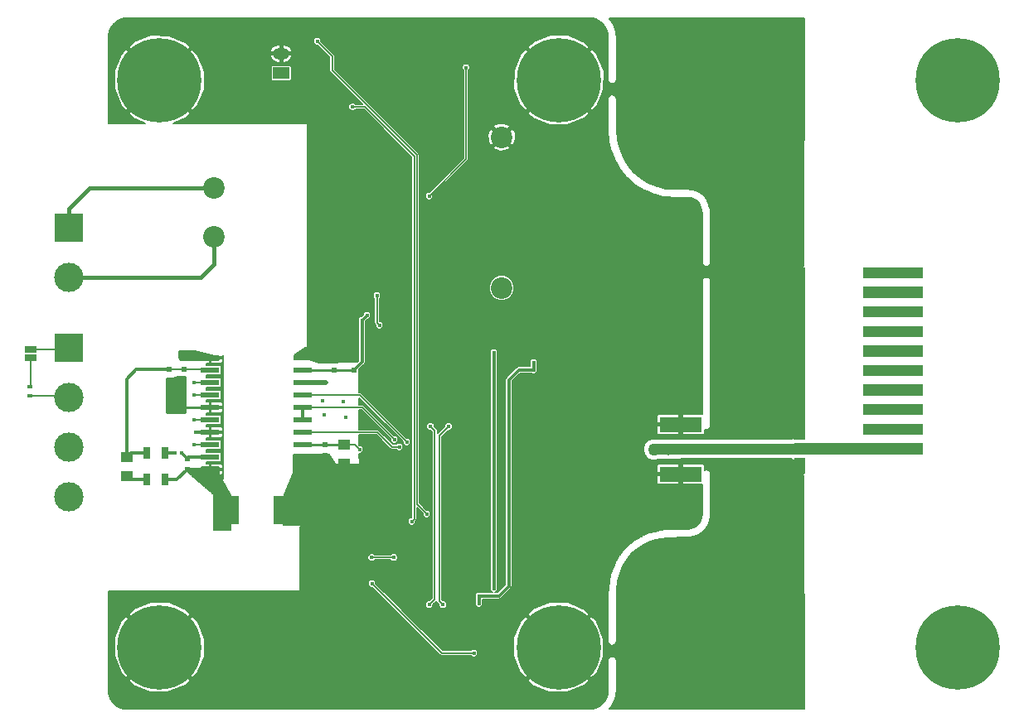
<source format=gbr>
G04 #@! TF.GenerationSoftware,KiCad,Pcbnew,(5.0.0)*
G04 #@! TF.CreationDate,2019-03-03T03:18:43+05:30*
G04 #@! TF.ProjectId,LoRa_Modbus,4C6F52615F4D6F646275732E6B696361,rev?*
G04 #@! TF.SameCoordinates,Original*
G04 #@! TF.FileFunction,Copper,L2,Bot,Signal*
G04 #@! TF.FilePolarity,Positive*
%FSLAX46Y46*%
G04 Gerber Fmt 4.6, Leading zero omitted, Abs format (unit mm)*
G04 Created by KiCad (PCBNEW (5.0.0)) date 03/03/19 03:18:43*
%MOMM*%
%LPD*%
G01*
G04 APERTURE LIST*
G04 #@! TA.AperFunction,EtchedComponent*
%ADD10C,0.010000*%
G04 #@! TD*
G04 #@! TA.AperFunction,SMDPad,CuDef*
%ADD11R,1.270000X0.635000*%
G04 #@! TD*
G04 #@! TA.AperFunction,ComponentPad*
%ADD12R,3.000000X3.000000*%
G04 #@! TD*
G04 #@! TA.AperFunction,ComponentPad*
%ADD13C,3.000000*%
G04 #@! TD*
G04 #@! TA.AperFunction,SMDPad,CuDef*
%ADD14R,0.600000X0.400000*%
G04 #@! TD*
G04 #@! TA.AperFunction,SMDPad,CuDef*
%ADD15R,1.250000X1.000000*%
G04 #@! TD*
G04 #@! TA.AperFunction,ViaPad*
%ADD16C,0.500000*%
G04 #@! TD*
G04 #@! TA.AperFunction,BGAPad,CuDef*
%ADD17C,0.800000*%
G04 #@! TD*
G04 #@! TA.AperFunction,ComponentPad*
%ADD18C,0.500000*%
G04 #@! TD*
G04 #@! TA.AperFunction,BGAPad,CuDef*
%ADD19C,0.600000*%
G04 #@! TD*
G04 #@! TA.AperFunction,SMDPad,CuDef*
%ADD20R,0.500000X0.600000*%
G04 #@! TD*
G04 #@! TA.AperFunction,SMDPad,CuDef*
%ADD21R,1.000000X3.000000*%
G04 #@! TD*
G04 #@! TA.AperFunction,ComponentPad*
%ADD22O,1.700000X1.200000*%
G04 #@! TD*
G04 #@! TA.AperFunction,ComponentPad*
%ADD23R,1.700000X1.200000*%
G04 #@! TD*
G04 #@! TA.AperFunction,SMDPad,CuDef*
%ADD24R,4.318000X1.524000*%
G04 #@! TD*
G04 #@! TA.AperFunction,Conductor*
%ADD25C,0.100000*%
G04 #@! TD*
G04 #@! TA.AperFunction,SMDPad,CuDef*
%ADD26C,1.143000*%
G04 #@! TD*
G04 #@! TA.AperFunction,ComponentPad*
%ADD27C,1.270000*%
G04 #@! TD*
G04 #@! TA.AperFunction,SMDPad,CuDef*
%ADD28R,0.700000X1.300000*%
G04 #@! TD*
G04 #@! TA.AperFunction,ComponentPad*
%ADD29C,0.900000*%
G04 #@! TD*
G04 #@! TA.AperFunction,ComponentPad*
%ADD30C,8.600000*%
G04 #@! TD*
G04 #@! TA.AperFunction,ComponentPad*
%ADD31C,2.200000*%
G04 #@! TD*
G04 #@! TA.AperFunction,SMDPad,CuDef*
%ADD32R,1.950000X0.600000*%
G04 #@! TD*
G04 #@! TA.AperFunction,ViaPad*
%ADD33C,0.550000*%
G04 #@! TD*
G04 #@! TA.AperFunction,ViaPad*
%ADD34C,0.450000*%
G04 #@! TD*
G04 #@! TA.AperFunction,Conductor*
%ADD35C,1.000000*%
G04 #@! TD*
G04 #@! TA.AperFunction,Conductor*
%ADD36C,1.080000*%
G04 #@! TD*
G04 #@! TA.AperFunction,Conductor*
%ADD37C,0.550000*%
G04 #@! TD*
G04 #@! TA.AperFunction,Conductor*
%ADD38C,0.250000*%
G04 #@! TD*
G04 #@! TA.AperFunction,Conductor*
%ADD39C,0.300000*%
G04 #@! TD*
G04 #@! TA.AperFunction,Conductor*
%ADD40C,0.130000*%
G04 #@! TD*
G04 #@! TA.AperFunction,Conductor*
%ADD41C,0.200000*%
G04 #@! TD*
G04 #@! TA.AperFunction,Conductor*
%ADD42C,0.350000*%
G04 #@! TD*
G04 #@! TA.AperFunction,Conductor*
%ADD43C,0.400000*%
G04 #@! TD*
G04 #@! TA.AperFunction,Conductor*
%ADD44C,0.127000*%
G04 #@! TD*
%ADD45C,0.127000*%
G04 #@! TA.AperFunction,Conductor*
%ADD46C,0.254000*%
G04 #@! TD*
G04 APERTURE END LIST*
D10*
G04 #@! TO.C,AE1*
G36*
X146988107Y-122324706D02*
X146988107Y-123848706D01*
X148004107Y-123848706D01*
X148004107Y-122324706D01*
X146988107Y-122324706D01*
X146988107Y-122324706D01*
G37*
X146988107Y-122324706D02*
X146988107Y-123848706D01*
X148004107Y-123848706D01*
X148004107Y-122324706D01*
X146988107Y-122324706D01*
G36*
X146988107Y-120800706D02*
X146988107Y-121901373D01*
X160026773Y-121901373D01*
X160026773Y-120800706D01*
X146988107Y-120800706D01*
X146988107Y-120800706D01*
G37*
X146988107Y-120800706D02*
X146988107Y-121901373D01*
X160026773Y-121901373D01*
X160026773Y-120800706D01*
X146988107Y-120800706D01*
G36*
X146988107Y-102851373D02*
X146988107Y-120377373D01*
X148004107Y-120377373D01*
X148004107Y-102851373D01*
X146988107Y-102851373D01*
X146988107Y-102851373D01*
G37*
X146988107Y-102851373D02*
X146988107Y-120377373D01*
X148004107Y-120377373D01*
X148004107Y-102851373D01*
X146988107Y-102851373D01*
G36*
X154015440Y-118853373D02*
X154015440Y-119869373D01*
X160026773Y-119869373D01*
X160026773Y-118853373D01*
X154015440Y-118853373D01*
X154015440Y-118853373D01*
G37*
X154015440Y-118853373D02*
X154015440Y-119869373D01*
X160026773Y-119869373D01*
X160026773Y-118853373D01*
X154015440Y-118853373D01*
G36*
X154015440Y-116821373D02*
X154015440Y-117837373D01*
X160026773Y-117837373D01*
X160026773Y-116821373D01*
X154015440Y-116821373D01*
X154015440Y-116821373D01*
G37*
X154015440Y-116821373D02*
X154015440Y-117837373D01*
X160026773Y-117837373D01*
X160026773Y-116821373D01*
X154015440Y-116821373D01*
G36*
X154015440Y-114789373D02*
X154015440Y-115890040D01*
X160026773Y-115890040D01*
X160026773Y-114789373D01*
X154015440Y-114789373D01*
X154015440Y-114789373D01*
G37*
X154015440Y-114789373D02*
X154015440Y-115890040D01*
X160026773Y-115890040D01*
X160026773Y-114789373D01*
X154015440Y-114789373D01*
G36*
X154015440Y-112842040D02*
X154015440Y-113858040D01*
X160026773Y-113858040D01*
X160026773Y-112842040D01*
X154015440Y-112842040D01*
X154015440Y-112842040D01*
G37*
X154015440Y-112842040D02*
X154015440Y-113858040D01*
X160026773Y-113858040D01*
X160026773Y-112842040D01*
X154015440Y-112842040D01*
G36*
X154015440Y-110810040D02*
X154015440Y-111910706D01*
X160026773Y-111910706D01*
X160026773Y-110810040D01*
X154015440Y-110810040D01*
X154015440Y-110810040D01*
G37*
X154015440Y-110810040D02*
X154015440Y-111910706D01*
X160026773Y-111910706D01*
X160026773Y-110810040D01*
X154015440Y-110810040D01*
G36*
X154015440Y-108862706D02*
X154015440Y-109878706D01*
X160026773Y-109878706D01*
X160026773Y-108862706D01*
X154015440Y-108862706D01*
X154015440Y-108862706D01*
G37*
X154015440Y-108862706D02*
X154015440Y-109878706D01*
X160026773Y-109878706D01*
X160026773Y-108862706D01*
X154015440Y-108862706D01*
G36*
X154015440Y-106830706D02*
X154015440Y-107846706D01*
X160026773Y-107846706D01*
X160026773Y-106830706D01*
X154015440Y-106830706D01*
X154015440Y-106830706D01*
G37*
X154015440Y-106830706D02*
X154015440Y-107846706D01*
X160026773Y-107846706D01*
X160026773Y-106830706D01*
X154015440Y-106830706D01*
G36*
X154015440Y-104798706D02*
X154015440Y-105899373D01*
X160026773Y-105899373D01*
X160026773Y-104798706D01*
X154015440Y-104798706D01*
X154015440Y-104798706D01*
G37*
X154015440Y-104798706D02*
X154015440Y-105899373D01*
X160026773Y-105899373D01*
X160026773Y-104798706D01*
X154015440Y-104798706D01*
G36*
X154015440Y-102851373D02*
X154015440Y-103867373D01*
X160026773Y-103867373D01*
X160026773Y-102851373D01*
X154015440Y-102851373D01*
X154015440Y-102851373D01*
G37*
X154015440Y-102851373D02*
X154015440Y-103867373D01*
X160026773Y-103867373D01*
X160026773Y-102851373D01*
X154015440Y-102851373D01*
G04 #@! TD*
D11*
G04 #@! TO.P,JP2,1*
G04 #@! TO.N,/transreciver/A+*
X69037200Y-111236760D03*
G04 #@! TO.P,JP2,2*
G04 #@! TO.N,Net-(JP2-Pad2)*
X69037200Y-112049560D03*
G04 #@! TD*
D12*
G04 #@! TO.P,J1,1*
G04 #@! TO.N,Net-(J1-Pad1)*
X72910700Y-98742500D03*
D13*
G04 #@! TO.P,J1,2*
G04 #@! TO.N,Net-(J1-Pad2)*
X72910700Y-103822500D03*
G04 #@! TD*
D14*
G04 #@! TO.P,R18,2*
G04 #@! TO.N,Net-(JP2-Pad2)*
X68940680Y-115008240D03*
G04 #@! TO.P,R18,1*
G04 #@! TO.N,/transreciver/A-*
X68940680Y-115908240D03*
G04 #@! TD*
D13*
G04 #@! TO.P,J4,4*
G04 #@! TO.N,/transreciver/B-*
X72910700Y-126288800D03*
D12*
G04 #@! TO.P,J4,1*
G04 #@! TO.N,/transreciver/A+*
X72910700Y-111048800D03*
D13*
G04 #@! TO.P,J4,3*
G04 #@! TO.N,/transreciver/B+*
X72910700Y-121208800D03*
G04 #@! TO.P,J4,2*
G04 #@! TO.N,/transreciver/A-*
X72910700Y-116128800D03*
G04 #@! TD*
D15*
G04 #@! TO.P,C22,1*
G04 #@! TO.N,+3.3VADC*
X78867000Y-122174000D03*
G04 #@! TO.P,C22,2*
G04 #@! TO.N,GNDPWR*
X78867000Y-124174000D03*
G04 #@! TD*
D16*
G04 #@! TO.N,*
G04 #@! TO.C,AE1*
X159737440Y-121360040D03*
X159737440Y-119310040D03*
X159737440Y-117330040D03*
X159737440Y-115340040D03*
X159737440Y-113350040D03*
X159727440Y-111350040D03*
X159727440Y-109350040D03*
X159717440Y-107340040D03*
X159747440Y-105350040D03*
X159737440Y-103360040D03*
X154287440Y-103350040D03*
X154297440Y-105360040D03*
X154287440Y-107350040D03*
X154297440Y-109350040D03*
X154297440Y-111400040D03*
X154287440Y-113350040D03*
X154297440Y-115360040D03*
X154297440Y-117360040D03*
X154307440Y-119350040D03*
D17*
G04 #@! TD*
G04 #@! TO.P,AE1,1*
G04 #@! TO.N,Net-(AE1-Pad1)*
X147507440Y-121350040D03*
D18*
G04 #@! TO.P,AE1,2*
G04 #@! TO.N,GND*
X147507440Y-122850040D03*
G04 #@! TO.P,AE1,*
G04 #@! TO.N,*
X147507440Y-117350040D03*
X147507440Y-114850040D03*
X147507440Y-112350040D03*
X147507440Y-109850040D03*
X147507440Y-107350040D03*
X147507440Y-104850040D03*
D19*
G04 #@! TO.P,AE1,2*
G04 #@! TO.N,GND*
X147474940Y-103634540D03*
X147474940Y-123510040D03*
G04 #@! TD*
D20*
G04 #@! TO.P,C14,2*
G04 #@! TO.N,GND*
X100012500Y-112247500D03*
G04 #@! TO.P,C14,1*
G04 #@! TO.N,+3V3*
X100012500Y-113347500D03*
G04 #@! TD*
G04 #@! TO.P,C15,1*
G04 #@! TO.N,+3V3*
X102044500Y-113347500D03*
G04 #@! TO.P,C15,2*
G04 #@! TO.N,GND*
X102044500Y-112247500D03*
G04 #@! TD*
G04 #@! TO.P,C16,2*
G04 #@! TO.N,GND*
X99110800Y-122029400D03*
G04 #@! TO.P,C16,1*
G04 #@! TO.N,+3V3*
X99110800Y-120929400D03*
G04 #@! TD*
D15*
G04 #@! TO.P,C17,2*
G04 #@! TO.N,GND*
X101091000Y-122929400D03*
G04 #@! TO.P,C17,1*
G04 #@! TO.N,+3V3*
X101091000Y-120929400D03*
G04 #@! TD*
D21*
G04 #@! TO.P,C18,2*
G04 #@! TO.N,GND*
X94375000Y-127660400D03*
G04 #@! TO.P,C18,1*
G04 #@! TO.N,GNDPWR*
X89775000Y-127660400D03*
G04 #@! TD*
D20*
G04 #@! TO.P,C19,2*
G04 #@! TO.N,GNDPWR*
X83159600Y-114358600D03*
G04 #@! TO.P,C19,1*
G04 #@! TO.N,+3.3VADC*
X83159600Y-113258600D03*
G04 #@! TD*
G04 #@! TO.P,C20,2*
G04 #@! TO.N,GNDPWR*
X84696300Y-112166400D03*
G04 #@! TO.P,C20,1*
G04 #@! TO.N,+3.3VADC*
X84696300Y-113266400D03*
G04 #@! TD*
G04 #@! TO.P,C21,1*
G04 #@! TO.N,+3.3VADC*
X85013800Y-122364500D03*
G04 #@! TO.P,C21,2*
G04 #@! TO.N,GNDPWR*
X85013800Y-123464500D03*
G04 #@! TD*
D22*
G04 #@! TO.P,J2,2*
G04 #@! TO.N,GND*
X94625160Y-80965720D03*
D23*
G04 #@! TO.P,J2,1*
G04 #@! TO.N,+BATT*
X94625160Y-82965720D03*
G04 #@! TD*
D24*
G04 #@! TO.P,J$1,GND3*
G04 #@! TO.N,GND*
X135417290Y-123967240D03*
G04 #@! TO.P,J$1,GND4*
X135417290Y-118887240D03*
D25*
G04 #@! TD*
G04 #@! TO.N,Net-(AE1-Pad1)*
G04 #@! TO.C,J$1*
G36*
X135142492Y-120856015D02*
X135148039Y-120856838D01*
X135153480Y-120858201D01*
X135158760Y-120860090D01*
X135163830Y-120862488D01*
X135168641Y-120865372D01*
X135173146Y-120868712D01*
X135177301Y-120872479D01*
X135181068Y-120876634D01*
X135184408Y-120881139D01*
X135187292Y-120885950D01*
X135189690Y-120891020D01*
X135191579Y-120896300D01*
X135192942Y-120901741D01*
X135193765Y-120907288D01*
X135194040Y-120912890D01*
X135194040Y-121941590D01*
X135193765Y-121947192D01*
X135192942Y-121952739D01*
X135191579Y-121958180D01*
X135189690Y-121963460D01*
X135187292Y-121968530D01*
X135184408Y-121973341D01*
X135181068Y-121977846D01*
X135177301Y-121982001D01*
X135173146Y-121985768D01*
X135168641Y-121989108D01*
X135163830Y-121991992D01*
X135158760Y-121994390D01*
X135153480Y-121996279D01*
X135148039Y-121997642D01*
X135142492Y-121998465D01*
X135136890Y-121998740D01*
X133219190Y-121998740D01*
X133213588Y-121998465D01*
X133208041Y-121997642D01*
X133202600Y-121996279D01*
X133197320Y-121994390D01*
X133192250Y-121991992D01*
X133187439Y-121989108D01*
X133182934Y-121985768D01*
X133178779Y-121982001D01*
X133175012Y-121977846D01*
X133171672Y-121973341D01*
X133168788Y-121968530D01*
X133166390Y-121963460D01*
X133164501Y-121958180D01*
X133163138Y-121952739D01*
X133162315Y-121947192D01*
X133162040Y-121941590D01*
X133162040Y-120912890D01*
X133162315Y-120907288D01*
X133163138Y-120901741D01*
X133164501Y-120896300D01*
X133166390Y-120891020D01*
X133168788Y-120885950D01*
X133171672Y-120881139D01*
X133175012Y-120876634D01*
X133178779Y-120872479D01*
X133182934Y-120868712D01*
X133187439Y-120865372D01*
X133192250Y-120862488D01*
X133197320Y-120860090D01*
X133202600Y-120858201D01*
X133208041Y-120856838D01*
X133213588Y-120856015D01*
X133219190Y-120855740D01*
X135136890Y-120855740D01*
X135142492Y-120856015D01*
X135142492Y-120856015D01*
G37*
D26*
G04 #@! TO.P,J$1,ANT3*
G04 #@! TO.N,Net-(AE1-Pad1)*
X134178040Y-121427240D03*
D27*
G04 #@! TO.P,J$1,ANT2*
X132686790Y-121427240D03*
G04 #@! TD*
D28*
G04 #@! TO.P,L2,2*
G04 #@! TO.N,+3.3VADC*
X82763400Y-121793000D03*
G04 #@! TO.P,L2,1*
X80863400Y-121793000D03*
G04 #@! TD*
G04 #@! TO.P,L3,1*
G04 #@! TO.N,GNDPWR*
X80863400Y-124523500D03*
G04 #@! TO.P,L3,2*
X82763400Y-124523500D03*
G04 #@! TD*
D29*
G04 #@! TO.P,MH1,1*
G04 #@! TO.N,GND*
X84462119Y-81399881D03*
X82181700Y-80455300D03*
X79901281Y-81399881D03*
X78956700Y-83680300D03*
X79901281Y-85960719D03*
X82181700Y-86905300D03*
X84462119Y-85960719D03*
X85406700Y-83680300D03*
D30*
X82181700Y-83680300D03*
G04 #@! TD*
D29*
G04 #@! TO.P,MH2,1*
G04 #@! TO.N,GND*
X84462119Y-139388081D03*
X82181700Y-138443500D03*
X79901281Y-139388081D03*
X78956700Y-141668500D03*
X79901281Y-143948919D03*
X82181700Y-144893500D03*
X84462119Y-143948919D03*
X85406700Y-141668500D03*
D30*
X82181700Y-141668500D03*
G04 #@! TD*
D29*
G04 #@! TO.P,MH3,1*
G04 #@! TO.N,GND*
X125254519Y-81387181D03*
X122974100Y-80442600D03*
X120693681Y-81387181D03*
X119749100Y-83667600D03*
X120693681Y-85948019D03*
X122974100Y-86892600D03*
X125254519Y-85948019D03*
X126199100Y-83667600D03*
D30*
X122974100Y-83667600D03*
G04 #@! TD*
G04 #@! TO.P,MH4,1*
G04 #@! TO.N,GND*
X122948700Y-141668500D03*
D29*
X126173700Y-141668500D03*
X125229119Y-143948919D03*
X122948700Y-144893500D03*
X120668281Y-143948919D03*
X119723700Y-141668500D03*
X120668281Y-139388081D03*
X122948700Y-138443500D03*
X125229119Y-139388081D03*
G04 #@! TD*
G04 #@! TO.P,MH5,1*
G04 #@! TO.N,GND*
X165945319Y-81387181D03*
X163664900Y-80442600D03*
X161384481Y-81387181D03*
X160439900Y-83667600D03*
X161384481Y-85948019D03*
X163664900Y-86892600D03*
X165945319Y-85948019D03*
X166889900Y-83667600D03*
D30*
X163664900Y-83667600D03*
G04 #@! TD*
G04 #@! TO.P,MH6,1*
G04 #@! TO.N,GND*
X163677600Y-141668500D03*
D29*
X166902600Y-141668500D03*
X165958019Y-143948919D03*
X163677600Y-144893500D03*
X161397181Y-143948919D03*
X160452600Y-141668500D03*
X161397181Y-139388081D03*
X163677600Y-138443500D03*
X165958019Y-139388081D03*
G04 #@! TD*
D31*
G04 #@! TO.P,U2,4*
G04 #@! TO.N,Net-(F1-Pad2)*
X117138200Y-104905800D03*
G04 #@! TO.P,U2,3*
G04 #@! TO.N,GND*
X117138200Y-89505800D03*
G04 #@! TO.P,U2,2*
G04 #@! TO.N,Net-(J1-Pad2)*
X87738200Y-99705800D03*
G04 #@! TO.P,U2,1*
G04 #@! TO.N,Net-(J1-Pad1)*
X87738200Y-94705800D03*
G04 #@! TD*
D32*
G04 #@! TO.P,U5,20*
G04 #@! TO.N,GNDPWR*
X87375000Y-112052100D03*
G04 #@! TO.P,U5,19*
G04 #@! TO.N,+3.3VADC*
X87375000Y-113322100D03*
G04 #@! TO.P,U5,18*
G04 #@! TO.N,/transreciver/A+*
X87375000Y-114592100D03*
G04 #@! TO.P,U5,17*
G04 #@! TO.N,/transreciver/A-*
X87375000Y-115862100D03*
G04 #@! TO.P,U5,16*
G04 #@! TO.N,GNDPWR*
X87375000Y-117132100D03*
G04 #@! TO.P,U5,15*
G04 #@! TO.N,/transreciver/B-*
X87375000Y-118402100D03*
G04 #@! TO.P,U5,14*
G04 #@! TO.N,GNDPWR*
X87375000Y-119672100D03*
G04 #@! TO.P,U5,13*
G04 #@! TO.N,/transreciver/B+*
X87375000Y-120942100D03*
G04 #@! TO.P,U5,12*
G04 #@! TO.N,+3.3VADC*
X87375000Y-122212100D03*
G04 #@! TO.P,U5,11*
G04 #@! TO.N,GNDPWR*
X87375000Y-123482100D03*
G04 #@! TO.P,U5,10*
G04 #@! TO.N,GND*
X96775000Y-123482100D03*
G04 #@! TO.P,U5,9*
X96775000Y-122212100D03*
G04 #@! TO.P,U5,8*
G04 #@! TO.N,+3V3*
X96775000Y-120942100D03*
G04 #@! TO.P,U5,7*
G04 #@! TO.N,/RS485_TX*
X96775000Y-119672100D03*
G04 #@! TO.P,U5,6*
G04 #@! TO.N,/RS485_~DE*
X96775000Y-118402100D03*
G04 #@! TO.P,U5,5*
X96775000Y-117132100D03*
G04 #@! TO.P,U5,4*
G04 #@! TO.N,/RS485_RX*
X96775000Y-115862100D03*
G04 #@! TO.P,U5,3*
G04 #@! TO.N,GND*
X96775000Y-114592100D03*
G04 #@! TO.P,U5,2*
G04 #@! TO.N,+3V3*
X96775000Y-113322100D03*
G04 #@! TO.P,U5,1*
G04 #@! TO.N,GND*
X96775000Y-112052100D03*
G04 #@! TD*
D33*
G04 #@! TO.N,GND*
X147459700Y-124980700D03*
X147459700Y-127480700D03*
X147459700Y-129980700D03*
X147459700Y-132480700D03*
X147459700Y-134980700D03*
X147459700Y-137480700D03*
X147459700Y-139980700D03*
X147459700Y-142480700D03*
X147459700Y-144980700D03*
X147459700Y-147480700D03*
X144959700Y-147480700D03*
X142459700Y-147480700D03*
X139959700Y-147480700D03*
X137459700Y-147480700D03*
X134959700Y-147480700D03*
X132459700Y-147480700D03*
X129311400Y-144070700D03*
X129311400Y-141570700D03*
X129311400Y-139070700D03*
X129311400Y-136570700D03*
X129628900Y-134124700D03*
X129311400Y-146138900D03*
X130263900Y-147459700D03*
X130759200Y-132448300D03*
X134658100Y-130975100D03*
X132473700Y-131279900D03*
X136448800Y-130924300D03*
X137922000Y-130403600D03*
X137795000Y-94742000D03*
X136029700Y-94310200D03*
X133896100Y-94195900D03*
X131737100Y-93218000D03*
X130124200Y-91287600D03*
X129565400Y-89001600D03*
X129527300Y-86360000D03*
X129514600Y-83273900D03*
X129514600Y-80365600D03*
X129514600Y-77749400D03*
X147408900Y-85490700D03*
X147408900Y-80490700D03*
X147408900Y-87990700D03*
X147408900Y-90490700D03*
X147408900Y-97990700D03*
X147408900Y-95490700D03*
X147408900Y-100490700D03*
X147408900Y-82990700D03*
X147408900Y-92990700D03*
X132014600Y-77749400D03*
X134514600Y-77749400D03*
X137014600Y-77749400D03*
X139514600Y-77749400D03*
X142014600Y-77749400D03*
X147421600Y-77724000D03*
X144894300Y-77711300D03*
X139514600Y-80249400D03*
X139514600Y-82749400D03*
X139514600Y-85249400D03*
X139514600Y-87749400D03*
X139514600Y-90249400D03*
X137014600Y-80249400D03*
X137014600Y-82749400D03*
X137014600Y-85249400D03*
X137014600Y-87749400D03*
X137014600Y-90249400D03*
X134514600Y-80249400D03*
X134514600Y-82749400D03*
X134514600Y-85249400D03*
X134514600Y-87749400D03*
X134514600Y-90249400D03*
X132014600Y-80249400D03*
X132014600Y-82749400D03*
X132014600Y-85249400D03*
X132014600Y-87749400D03*
X132014600Y-90249400D03*
X144894300Y-80211300D03*
X144894300Y-82711300D03*
X144894300Y-85211300D03*
X144894300Y-87711300D03*
X144894300Y-90211300D03*
X142014600Y-80249400D03*
X142014600Y-82749400D03*
X142014600Y-85249400D03*
X142014600Y-87749400D03*
X142014600Y-90249400D03*
X144894300Y-92711300D03*
X139514600Y-92749400D03*
X142014600Y-92749400D03*
X137014600Y-92749400D03*
X134514600Y-92749400D03*
X144894300Y-95211300D03*
X144894300Y-97711300D03*
X144894300Y-100211300D03*
X144894300Y-102711300D03*
X144894300Y-105211300D03*
X144894300Y-107711300D03*
X144894300Y-110211300D03*
X144894300Y-112711300D03*
X144894300Y-115211300D03*
X144894300Y-117711300D03*
X144894300Y-119589000D03*
X144894300Y-123397100D03*
X144894300Y-125211300D03*
X144894300Y-127711300D03*
X144894300Y-130211300D03*
X144894300Y-132711300D03*
X144894300Y-135211300D03*
X144894300Y-137711300D03*
X144894300Y-140211300D03*
X144894300Y-142711300D03*
X144894300Y-145211300D03*
X139514600Y-95249400D03*
X139514600Y-97749400D03*
X139514600Y-100249400D03*
X139514600Y-102749400D03*
X139514600Y-105249400D03*
X139514600Y-107749400D03*
X139514600Y-110249400D03*
X139514600Y-112749400D03*
X139514600Y-115249400D03*
X139514600Y-117749400D03*
X139514600Y-119627100D03*
X139514600Y-123435200D03*
X139514600Y-125249400D03*
X139514600Y-127749400D03*
X139514600Y-130249400D03*
X139514600Y-132749400D03*
X139514600Y-135249400D03*
X139514600Y-137749400D03*
X139514600Y-140249400D03*
X139514600Y-142749400D03*
X139514600Y-145249400D03*
X142014600Y-95249400D03*
X142014600Y-97749400D03*
X142014600Y-100249400D03*
X142014600Y-102749400D03*
X142014600Y-105249400D03*
X142014600Y-107749400D03*
X142014600Y-110249400D03*
X142014600Y-112749400D03*
X142014600Y-115249400D03*
X142014600Y-117749400D03*
X142014600Y-119627100D03*
X142014600Y-123435200D03*
X142014600Y-125249400D03*
X142014600Y-127749400D03*
X142014600Y-130249400D03*
X142014600Y-132749400D03*
X142014600Y-135249400D03*
X142014600Y-137749400D03*
X142014600Y-140249400D03*
X142014600Y-142749400D03*
X142014600Y-145249400D03*
X137014600Y-137749400D03*
X134514600Y-137749400D03*
X132014600Y-137749400D03*
X137014600Y-132749400D03*
X134514600Y-132749400D03*
X137014600Y-145249400D03*
X134514600Y-145249400D03*
X132014600Y-145249400D03*
X137014600Y-142749400D03*
X134514600Y-142749400D03*
X132014600Y-142749400D03*
X137014600Y-140249400D03*
X134514600Y-140249400D03*
X132014600Y-140249400D03*
X137014600Y-135249400D03*
X134514600Y-135249400D03*
X132014600Y-135249400D03*
D34*
X112572800Y-108458000D03*
X113550700Y-108458000D03*
X114935000Y-108458000D03*
X115646200Y-108458000D03*
X123253500Y-110375700D03*
X123278900Y-111125000D03*
X123050300Y-96507300D03*
X123063000Y-97142300D03*
X123668366Y-97726500D03*
X124515032Y-97726500D03*
X111683800Y-78130400D03*
X112471200Y-78130400D03*
X111734600Y-80873600D03*
X111734600Y-81483200D03*
X109016800Y-111975900D03*
X111175800Y-112280700D03*
X109956600Y-113233200D03*
X102044500Y-111467900D03*
X98399600Y-114592100D03*
X99199702Y-114592100D03*
X100012500Y-111467900D03*
X102616000Y-123190000D03*
X102616000Y-123952000D03*
X98298000Y-122174000D03*
X98298000Y-122936000D03*
X98298000Y-123698000D03*
X124896120Y-120086120D03*
X125896120Y-120086120D03*
X126896120Y-120086120D03*
X127896120Y-120086120D03*
X128896120Y-120086120D03*
X129896120Y-120086120D03*
X130896120Y-120086120D03*
X131896120Y-120086120D03*
X132896120Y-120086120D03*
X123896120Y-120086120D03*
X123885960Y-122805880D03*
X131982600Y-122805880D03*
X128021080Y-122460440D03*
X129580640Y-122460440D03*
X128800860Y-122448320D03*
X131079240Y-122805880D03*
X132885960Y-122805880D03*
X126486920Y-122805880D03*
X125619932Y-122805880D03*
X124752946Y-122805880D03*
X126837440Y-123398280D03*
X127635000Y-123398280D03*
X129946400Y-123398280D03*
X130754120Y-123398280D03*
X77355700Y-136243060D03*
X77355700Y-139243060D03*
X77355700Y-142243060D03*
X77355700Y-145243060D03*
X77355700Y-87800180D03*
X77355700Y-84800180D03*
X77355700Y-81800180D03*
X77518260Y-78851760D03*
X81981300Y-147535900D03*
X84981300Y-147535900D03*
X87981300Y-147535900D03*
X90981300Y-147535900D03*
X93981300Y-147535900D03*
X96981300Y-147535900D03*
X99981300Y-147535900D03*
X102981300Y-147535900D03*
X105981300Y-147535900D03*
X108981300Y-147535900D03*
X111981300Y-147535900D03*
X114981300Y-147535900D03*
X117981300Y-147535900D03*
X120981300Y-147535900D03*
X123981300Y-147535900D03*
X126555500Y-147523200D03*
X79400400Y-147535900D03*
X77863700Y-146735800D03*
X78968600Y-77736700D03*
X80479900Y-77622400D03*
X83479900Y-77622400D03*
X86479900Y-77622400D03*
X89479900Y-77622400D03*
X92479900Y-77622400D03*
X95479900Y-77622400D03*
X98479900Y-77622400D03*
X101479900Y-77622400D03*
X104479900Y-77622400D03*
X107479900Y-77622400D03*
X110479900Y-77622400D03*
X113479900Y-77622400D03*
X116479900Y-77622400D03*
X119479900Y-77622400D03*
X122479900Y-77622400D03*
X125479900Y-77622400D03*
X126974600Y-78346300D03*
X127533400Y-79603600D03*
X127647700Y-81521300D03*
X127571500Y-85598000D03*
X127571500Y-88011000D03*
X127698500Y-90487500D03*
X128651000Y-92964000D03*
X130492500Y-94742000D03*
X132461000Y-95694500D03*
X134556500Y-96139000D03*
X136652000Y-96202500D03*
X137096500Y-97790000D03*
X137096500Y-100790000D03*
X137096500Y-103790000D03*
X137096500Y-106790000D03*
X137096500Y-109790000D03*
X137096500Y-112790000D03*
X137096500Y-115790000D03*
X137096500Y-127790000D03*
X137096500Y-125285500D03*
X136096375Y-125285500D03*
X135096250Y-125285500D03*
X134096125Y-125285500D03*
X133096000Y-125285500D03*
X132715000Y-124523500D03*
X132651500Y-123634500D03*
X137096500Y-117538500D03*
X136096375Y-117538500D03*
X135096250Y-117538500D03*
X134096125Y-117538500D03*
X133096000Y-117538500D03*
X132715000Y-119316500D03*
X132715000Y-118364000D03*
X122491500Y-115379500D03*
X124841000Y-117411500D03*
X128397000Y-117856000D03*
X133096000Y-115316000D03*
X130048000Y-114617500D03*
X127317500Y-111760000D03*
X128333500Y-109156500D03*
X129413000Y-104394000D03*
X133096000Y-108966000D03*
X133413500Y-104648000D03*
X129413000Y-100393500D03*
X132842000Y-98869500D03*
X125476000Y-96012000D03*
X129730500Y-96647000D03*
X126873000Y-94615000D03*
X125793500Y-89979500D03*
X115189000Y-79121000D03*
X119189500Y-78803500D03*
X117094000Y-82423000D03*
X115887500Y-85788500D03*
X117602000Y-86042500D03*
X119189500Y-90487500D03*
X114744500Y-88836500D03*
X114808000Y-93916500D03*
X111252000Y-96837500D03*
X114808000Y-99314000D03*
X109855000Y-99822000D03*
X112204500Y-101981000D03*
X114490500Y-105600500D03*
X109855000Y-105600500D03*
X106934000Y-87820500D03*
X109283500Y-87693500D03*
X109537500Y-92265500D03*
X112077500Y-89281000D03*
X118427500Y-102171500D03*
X118745000Y-98996500D03*
X119507000Y-95123000D03*
X117602000Y-92392500D03*
X121094500Y-88836500D03*
X125412500Y-108775500D03*
X123317000Y-107886500D03*
X121412000Y-106807000D03*
X120015000Y-107632500D03*
X118745000Y-110236000D03*
X118745000Y-110807500D03*
X113157000Y-113347500D03*
X112649000Y-115062000D03*
X115189000Y-115252500D03*
X117348000Y-113411000D03*
X119443500Y-115062000D03*
X120713500Y-120396000D03*
X120713500Y-121094500D03*
X120713500Y-121920000D03*
X120713500Y-122745500D03*
X123888500Y-119189500D03*
X123888500Y-123698000D03*
X86106000Y-79565500D03*
X90741500Y-79311500D03*
X88582500Y-81470500D03*
X87693500Y-85280500D03*
X91503500Y-81280000D03*
X91503500Y-84899500D03*
X96202500Y-80073500D03*
X93789500Y-79692500D03*
X90106500Y-86868000D03*
X94361000Y-86804500D03*
X96837500Y-82677000D03*
X96202500Y-85661500D03*
X97790000Y-86995000D03*
X101663500Y-87820500D03*
X99060000Y-89598500D03*
X104013000Y-89154000D03*
X99250500Y-92710000D03*
X103505000Y-93408500D03*
X106489500Y-92900500D03*
X99250500Y-96139000D03*
X101917500Y-96266000D03*
X105727500Y-95821500D03*
X103314500Y-98869500D03*
X99060000Y-100012500D03*
X99822000Y-103568500D03*
X106553000Y-100838000D03*
X106235500Y-105029000D03*
X99949000Y-108902500D03*
X102552500Y-102552500D03*
X101727000Y-105600500D03*
X99250500Y-106743500D03*
X113157000Y-119697500D03*
X115379500Y-119888000D03*
X114173000Y-122110500D03*
X117157500Y-115189000D03*
X117030500Y-119507000D03*
X117157500Y-123126500D03*
X117094000Y-126365000D03*
X119507000Y-127698500D03*
X119189500Y-119888000D03*
X119189500Y-124460000D03*
X115379500Y-124206000D03*
X114300000Y-126365000D03*
X112649000Y-124523500D03*
X111379000Y-123507500D03*
X109537500Y-121539000D03*
X117094000Y-129095500D03*
X111442500Y-126873000D03*
X111506000Y-128397000D03*
X112903000Y-128778000D03*
X109347000Y-125603000D03*
X105156000Y-121729500D03*
X107251500Y-123063000D03*
X105791000Y-124015500D03*
X107505500Y-125984000D03*
X105092500Y-125412500D03*
X105283000Y-127444500D03*
X107124500Y-127698500D03*
X102933500Y-128397000D03*
X104140000Y-128968500D03*
X103505000Y-126238000D03*
X103695500Y-121094500D03*
X103632000Y-119062500D03*
X101219000Y-118173500D03*
X98996500Y-117856000D03*
X98806000Y-116459000D03*
X100965000Y-116522500D03*
X124587000Y-125158500D03*
X127698500Y-125285500D03*
X130937000Y-125539500D03*
X134302500Y-126492000D03*
X132016500Y-128397000D03*
X128079500Y-128587500D03*
X125158500Y-128651000D03*
X123825000Y-131572000D03*
X127762000Y-131699000D03*
X127254000Y-135128000D03*
X123761500Y-135191500D03*
X119316500Y-135128000D03*
X121412000Y-133032500D03*
X118046500Y-137668000D03*
X117729000Y-140081000D03*
X117856000Y-144526000D03*
X127190500Y-137477500D03*
X127508000Y-144399000D03*
X108521500Y-141287500D03*
X108521500Y-137541000D03*
X105918000Y-144272000D03*
X111315500Y-143319500D03*
X111315500Y-144145000D03*
X111315500Y-144970500D03*
X111315500Y-145796000D03*
X111315500Y-140970000D03*
X111315500Y-140059832D03*
X111315500Y-139149666D03*
X111315500Y-138239500D03*
X107124500Y-135763000D03*
X107251500Y-133159500D03*
X109283500Y-133032500D03*
X108966000Y-134747000D03*
X100393500Y-135001000D03*
X101854000Y-136588500D03*
X101536500Y-132778500D03*
X99885500Y-131000500D03*
X98298000Y-125920500D03*
X98298000Y-129095500D03*
X98234500Y-131318000D03*
X98171000Y-133477000D03*
X98171000Y-136017000D03*
X96774000Y-136906000D03*
X94742000Y-136906000D03*
X92202000Y-136906000D03*
X90043000Y-136906000D03*
X87185500Y-136906000D03*
X84328000Y-136652000D03*
X78549500Y-137287000D03*
X87566500Y-138874500D03*
X87566500Y-141605000D03*
X86042500Y-145542000D03*
X88582500Y-145669000D03*
X91948000Y-140462000D03*
X89281000Y-142621000D03*
X90424000Y-142621000D03*
X97409000Y-142621000D03*
X98425000Y-142621000D03*
X91884500Y-145478500D03*
X95504000Y-145478500D03*
X95504000Y-141160500D03*
X99885500Y-138176000D03*
X99822000Y-142811500D03*
X106299000Y-84010500D03*
X106997500Y-84010500D03*
X99060000Y-85915500D03*
X98234500Y-112204500D03*
X98234500Y-111569500D03*
X121729500Y-101473000D03*
X126111000Y-101854000D03*
G04 #@! TO.N,+5V*
X120396000Y-112522000D03*
X114808000Y-137160000D03*
X114808000Y-136398000D03*
X120396000Y-113284000D03*
G04 #@! TO.N,/main/BATT_ADC*
X101932740Y-86408260D03*
X107950000Y-128778000D03*
G04 #@! TO.N,+3V3*
X102616000Y-121412000D03*
X103378000Y-107696000D03*
X102870000Y-108204000D03*
X103886000Y-135128000D03*
X114300000Y-142240000D03*
X116332000Y-134874000D03*
X116332000Y-135636000D03*
X116332000Y-111506000D03*
X116332000Y-112268000D03*
G04 #@! TO.N,GNDPWR*
X87757000Y-124206000D03*
X86931500Y-124206000D03*
X85788500Y-124015500D03*
X88582500Y-126111000D03*
X88582500Y-126841250D03*
X88582500Y-127571500D03*
X88582500Y-128301750D03*
X88582500Y-129032000D03*
X85915500Y-119697500D03*
X86931500Y-124968000D03*
G04 #@! TO.N,+3.3VADC*
X83784440Y-121793000D03*
X84442300Y-121793000D03*
G04 #@! TO.N,/main/DBG_TX*
X111709200Y-119075200D03*
X111150400Y-137312400D03*
G04 #@! TO.N,/main/I2C_SDA*
X103873300Y-132486400D03*
X106146600Y-132486400D03*
G04 #@! TO.N,/main/DBG_RX*
X109728000Y-137312400D03*
X109880400Y-119075200D03*
G04 #@! TO.N,/transreciver/A-*
X85735159Y-115859561D03*
G04 #@! TO.N,/transreciver/A+*
X85735160Y-114589560D03*
G04 #@! TO.N,/transreciver/B-*
X85735160Y-118399560D03*
G04 #@! TO.N,/transreciver/B+*
X85735160Y-120944640D03*
G04 #@! TO.N,/main/BATT_EN*
X98298000Y-79669640D03*
X109474000Y-128016000D03*
G04 #@! TO.N,/RS485_RX*
X107442000Y-120650000D03*
G04 #@! TO.N,/RS485_TX*
X106680000Y-121158000D03*
G04 #@! TO.N,/main/BATT_CHRG*
X113507520Y-82379820D03*
X109728000Y-95504000D03*
X104394000Y-105664000D03*
X104648000Y-108712000D03*
G04 #@! TO.N,/RS485_~DE*
X106171992Y-120396000D03*
G04 #@! TD*
D35*
G04 #@! TO.N,Net-(AE1-Pad1)*
X132763990Y-121350040D02*
X132686790Y-121427240D01*
D36*
X147507440Y-121350040D02*
X132763990Y-121350040D01*
D37*
G04 #@! TO.N,GND*
X95425000Y-127660400D02*
X94375000Y-127660400D01*
X96775000Y-126310400D02*
X95425000Y-127660400D01*
X96775000Y-123482100D02*
X96775000Y-126310400D01*
X147408900Y-103568500D02*
X147474940Y-103634540D01*
X147408900Y-100490700D02*
X147408900Y-103568500D01*
D38*
X147474940Y-103210276D02*
X147881340Y-102803876D01*
X147474940Y-103634540D02*
X147474940Y-103210276D01*
X147881340Y-102803876D02*
X146961944Y-102803876D01*
X147071080Y-123916440D02*
X146936460Y-123781820D01*
X147474940Y-123510040D02*
X147174941Y-123810039D01*
X147878800Y-123916440D02*
X147071080Y-123916440D01*
X147202602Y-123916440D02*
X147878800Y-123916440D01*
X147096201Y-123810039D02*
X147202602Y-123916440D01*
X147174941Y-123810039D02*
X147096201Y-123810039D01*
X146936460Y-123781820D02*
X146936460Y-122586490D01*
X146936460Y-122586490D02*
X147243800Y-122586490D01*
D37*
X96775000Y-114592100D02*
X98399600Y-114592100D01*
X98399600Y-114592100D02*
X99199702Y-114592100D01*
X147459700Y-122897780D02*
X147507440Y-122850040D01*
X147459700Y-124980700D02*
X147459700Y-122897780D01*
X147459700Y-124305060D02*
X147071080Y-123916440D01*
X147459700Y-124980700D02*
X147459700Y-124305060D01*
X147459700Y-124591792D02*
X146748500Y-123880592D01*
X147459700Y-124980700D02*
X147459700Y-124591792D01*
X146748500Y-122727453D02*
X146845020Y-122727453D01*
X146748500Y-123880592D02*
X146748500Y-122727453D01*
D38*
X147243800Y-122586490D02*
X146845020Y-122727453D01*
X146845020Y-122727453D02*
X146845020Y-122586490D01*
D37*
X146852439Y-119016495D02*
X146961944Y-119126000D01*
X146852439Y-102956561D02*
X146852439Y-119016495D01*
X146961944Y-102847056D02*
X146852439Y-102956561D01*
X146961944Y-102803876D02*
X146961944Y-102847056D01*
D38*
X146961944Y-119126000D02*
X146961944Y-120261296D01*
D37*
X146852439Y-119016495D02*
X146852439Y-119980830D01*
D38*
X146961944Y-120261296D02*
X146852439Y-119980830D01*
X146846170Y-119980830D02*
X146812000Y-120015000D01*
X146852439Y-119980830D02*
X146846170Y-119980830D01*
D39*
G04 #@! TO.N,+5V*
X118872000Y-113284000D02*
X117856000Y-114300000D01*
X117856000Y-114300000D02*
X117856000Y-135382000D01*
X120396000Y-113284000D02*
X118872000Y-113284000D01*
X117856000Y-135382000D02*
X116840000Y-136398000D01*
X116840000Y-136398000D02*
X114808000Y-136398000D01*
X120396000Y-112522000D02*
X120396000Y-113284000D01*
X114808000Y-136398000D02*
X114808000Y-137160000D01*
D40*
G04 #@! TO.N,/main/BATT_ADC*
X103172260Y-86408260D02*
X101932740Y-86408260D01*
X108204000Y-91440000D02*
X103172260Y-86408260D01*
X107950000Y-128778000D02*
X108204000Y-128524000D01*
X108204000Y-128524000D02*
X108204000Y-91440000D01*
D38*
G04 #@! TO.N,+3V3*
X102019100Y-113322100D02*
X102044500Y-113347500D01*
X96775000Y-113322100D02*
X102019100Y-113322100D01*
X99098100Y-120942100D02*
X99110800Y-120929400D01*
X96775000Y-120942100D02*
X99098100Y-120942100D01*
X99110800Y-120929400D02*
X101091000Y-120929400D01*
D41*
X101091000Y-120929400D02*
X102133400Y-120929400D01*
X102133400Y-120929400D02*
X102616000Y-121412000D01*
D39*
X102044500Y-113297500D02*
X102870000Y-112472000D01*
X102044500Y-113347500D02*
X102044500Y-113297500D01*
X102870000Y-112472000D02*
X102870000Y-108204000D01*
X102870000Y-108204000D02*
X103378000Y-107696000D01*
D40*
X103886000Y-135128000D02*
X110998000Y-142240000D01*
X110998000Y-142240000D02*
X113981802Y-142240000D01*
X113981802Y-142240000D02*
X114300000Y-142240000D01*
D39*
X116332000Y-135636000D02*
X116332000Y-134874000D01*
X116332000Y-134874000D02*
X116332000Y-112268000D01*
X116332000Y-112268000D02*
X116332000Y-111506000D01*
G04 #@! TO.N,GNDPWR*
X79137000Y-124523500D02*
X78867000Y-124253500D01*
X80863400Y-124523500D02*
X79137000Y-124523500D01*
X85031400Y-123482100D02*
X85013800Y-123464500D01*
X87375000Y-123482100D02*
X85031400Y-123482100D01*
X83413400Y-124523500D02*
X82763400Y-124523500D01*
X85006000Y-123464500D02*
X83947000Y-124523500D01*
X85013800Y-123464500D02*
X85006000Y-123464500D01*
X83947000Y-124523500D02*
X83413400Y-124523500D01*
X89775000Y-127660400D02*
X88671400Y-127660400D01*
X88671400Y-127660400D02*
X88582500Y-127571500D01*
X85940900Y-119672100D02*
X85915500Y-119697500D01*
X87375000Y-119672100D02*
X85940900Y-119672100D01*
D38*
X87375000Y-117132100D02*
X84239100Y-117132100D01*
D39*
G04 #@! TO.N,+3.3VADC*
X85166200Y-122212100D02*
X85013800Y-122364500D01*
X87375000Y-122212100D02*
X85166200Y-122212100D01*
X79327500Y-121793000D02*
X78867000Y-122253500D01*
X80863400Y-121793000D02*
X79327500Y-121793000D01*
X84442300Y-121793000D02*
X84442300Y-121793000D01*
X82763400Y-121793000D02*
X83784440Y-121793000D01*
X84442300Y-121793000D02*
X85013800Y-122364500D01*
D40*
X87319300Y-113266400D02*
X87375000Y-113322100D01*
X84696300Y-113266400D02*
X87319300Y-113266400D01*
X83167400Y-113266400D02*
X83159600Y-113258600D01*
X84696300Y-113266400D02*
X83167400Y-113266400D01*
D42*
X83159600Y-113258600D02*
X79819500Y-113258600D01*
X78867000Y-114211100D02*
X78867000Y-122174000D01*
X79819500Y-113258600D02*
X78867000Y-114211100D01*
D43*
G04 #@! TO.N,Net-(J1-Pad1)*
X75047400Y-94705800D02*
X87738200Y-94705800D01*
X72910700Y-98742500D02*
X72910700Y-96842500D01*
X72910700Y-96842500D02*
X75047400Y-94705800D01*
G04 #@! TO.N,Net-(J1-Pad2)*
X87738200Y-102444300D02*
X87738200Y-99705800D01*
X72910700Y-103822500D02*
X86360000Y-103822500D01*
X86360000Y-103822500D02*
X87738200Y-102444300D01*
D41*
G04 #@! TO.N,/main/DBG_TX*
X110744000Y-136906000D02*
X111150400Y-137312400D01*
X111709200Y-119075200D02*
X110744000Y-120040400D01*
X110744000Y-120040400D02*
X110744000Y-136906000D01*
D40*
G04 #@! TO.N,/main/I2C_SDA*
X103873300Y-132486400D02*
X106146600Y-132486400D01*
D41*
G04 #@! TO.N,/main/DBG_RX*
X110286800Y-119481600D02*
X109880400Y-119075200D01*
X109728000Y-137312400D02*
X110286800Y-136753600D01*
X110286800Y-136753600D02*
X110286800Y-119481600D01*
D40*
G04 #@! TO.N,/transreciver/A-*
X72690140Y-115908240D02*
X72910700Y-116128800D01*
X68940680Y-115908240D02*
X72690140Y-115908240D01*
D41*
X85742780Y-115862100D02*
X85740240Y-115859560D01*
X87375000Y-115862100D02*
X85742780Y-115862100D01*
G04 #@! TO.N,/transreciver/A+*
X87375000Y-114592100D02*
X85737700Y-114592100D01*
X85612700Y-114592100D02*
X85610160Y-114589560D01*
D40*
X72722740Y-111236760D02*
X72910700Y-111048800D01*
X69037200Y-111236760D02*
X72722740Y-111236760D01*
D41*
G04 #@! TO.N,/transreciver/B-*
X86270000Y-118402100D02*
X86267460Y-118399560D01*
X86267460Y-118399560D02*
X85750400Y-118399560D01*
X87375000Y-118402100D02*
X86270000Y-118402100D01*
G04 #@! TO.N,/transreciver/B+*
X86270000Y-120942100D02*
X86267460Y-120944640D01*
X86267460Y-120944640D02*
X85765640Y-120944640D01*
X87375000Y-120942100D02*
X86270000Y-120942100D01*
D40*
G04 #@! TO.N,Net-(JP2-Pad2)*
X69037200Y-114911720D02*
X68940680Y-115008240D01*
X69037200Y-112049560D02*
X69037200Y-114911720D01*
G04 #@! TO.N,/main/BATT_EN*
X99822000Y-81193640D02*
X98298000Y-79669640D01*
X99822000Y-82690291D02*
X99822000Y-81193640D01*
X108464010Y-91332301D02*
X99822000Y-82690291D01*
X109474000Y-128016000D02*
X108464010Y-127006010D01*
X108464010Y-127006010D02*
X108464010Y-91332301D01*
G04 #@! TO.N,/RS485_RX*
X107217001Y-120425001D02*
X107442000Y-120650000D01*
X102654100Y-115862100D02*
X107217001Y-120425001D01*
X96775000Y-115862100D02*
X102654100Y-115862100D01*
G04 #@! TO.N,/RS485_TX*
X106361802Y-121158000D02*
X106680000Y-121158000D01*
X96775000Y-119672100D02*
X104432100Y-119672100D01*
X105918000Y-121158000D02*
X106361802Y-121158000D01*
X104432100Y-119672100D02*
X105918000Y-121158000D01*
G04 #@! TO.N,/main/BATT_CHRG*
X113507520Y-91724480D02*
X109728000Y-95504000D01*
X113507520Y-88646000D02*
X113507520Y-91724480D01*
X113507520Y-88646000D02*
X113507520Y-88717120D01*
X113507520Y-82379820D02*
X113507520Y-88646000D01*
X104394000Y-105664000D02*
X104394000Y-108458000D01*
X104394000Y-108458000D02*
X104648000Y-108712000D01*
D39*
G04 #@! TO.N,/RS485_~DE*
X96775000Y-117132100D02*
X96775000Y-118402100D01*
D40*
X102908092Y-117132100D02*
X105946993Y-120171001D01*
X105946993Y-120171001D02*
X106171992Y-120396000D01*
X96775000Y-117132100D02*
X102908092Y-117132100D01*
G04 #@! TD*
D44*
G04 #@! TO.N,GND*
X97047226Y-111061500D02*
X102526500Y-111061500D01*
X96866251Y-111182150D02*
X102526500Y-111182150D01*
X96685276Y-111302800D02*
X102526500Y-111302800D01*
X96504301Y-111423450D02*
X102526500Y-111423450D01*
X96323326Y-111544100D02*
X102526500Y-111544100D01*
X96142351Y-111664750D02*
X102526500Y-111664750D01*
X95961376Y-111785400D02*
X102526500Y-111785400D01*
X95948500Y-111906050D02*
X102526500Y-111906050D01*
X95948500Y-112026700D02*
X102526500Y-112026700D01*
X95948500Y-112147350D02*
X102526500Y-112147350D01*
X97680012Y-112268000D02*
X102526500Y-112268000D01*
X98055368Y-112388650D02*
X102467568Y-112388650D01*
X98430724Y-112509300D02*
X100285757Y-112509300D01*
X102526500Y-111061500D02*
X102526500Y-112329718D01*
X102405850Y-111061500D02*
X102405850Y-112450368D01*
X102285200Y-111061500D02*
X102285200Y-112465698D01*
X102164550Y-111061500D02*
X102164550Y-112468329D01*
X102043900Y-111061500D02*
X102043900Y-112470960D01*
X101923250Y-111061500D02*
X101923250Y-112473591D01*
X101802600Y-111061500D02*
X101802600Y-112476222D01*
X101681950Y-111061500D02*
X101681950Y-112478853D01*
X101561300Y-111061500D02*
X101561300Y-112481484D01*
X101440650Y-111061500D02*
X101440650Y-112484115D01*
X101320000Y-111061500D02*
X101320000Y-112486746D01*
X101199350Y-111061500D02*
X101199350Y-112489377D01*
X101078700Y-111061500D02*
X101078700Y-112492008D01*
X100958050Y-111061500D02*
X100958050Y-112494639D01*
X100837400Y-111061500D02*
X100837400Y-112497270D01*
X100716750Y-111061500D02*
X100716750Y-112499901D01*
X100596100Y-111061500D02*
X100596100Y-112502532D01*
X100475450Y-111061500D02*
X100475450Y-112505163D01*
X100354800Y-111061500D02*
X100354800Y-112507794D01*
X100234150Y-111061500D02*
X100234150Y-112510425D01*
X100113500Y-111061500D02*
X100113500Y-112513056D01*
X99992850Y-111061500D02*
X99992850Y-112515687D01*
X99872200Y-111061500D02*
X99872200Y-112518318D01*
X99751550Y-111061500D02*
X99751550Y-112520949D01*
X99630900Y-111061500D02*
X99630900Y-112523580D01*
X99510250Y-111061500D02*
X99510250Y-112526211D01*
X99389600Y-111061500D02*
X99389600Y-112528842D01*
X99268950Y-111061500D02*
X99268950Y-112531473D01*
X99148300Y-111061500D02*
X99148300Y-112534104D01*
X99027650Y-111061500D02*
X99027650Y-112536735D01*
X98907000Y-111061500D02*
X98907000Y-112539366D01*
X98786350Y-111061500D02*
X98786350Y-112541997D01*
X98665700Y-111061500D02*
X98665700Y-112544627D01*
X98545050Y-111061500D02*
X98545050Y-112546048D01*
X98424400Y-111061500D02*
X98424400Y-112507268D01*
X98303750Y-111061500D02*
X98303750Y-112468488D01*
X98183100Y-111061500D02*
X98183100Y-112429707D01*
X98062450Y-111061500D02*
X98062450Y-112390927D01*
X97941800Y-111061500D02*
X97941800Y-112352147D01*
X97821150Y-111061500D02*
X97821150Y-112313366D01*
X97700500Y-111061500D02*
X97700500Y-112274586D01*
X97579850Y-111061500D02*
X97579850Y-112235806D01*
X97459200Y-111061500D02*
X97459200Y-112204500D01*
X97338550Y-111061500D02*
X97338550Y-112204500D01*
X97217900Y-111061500D02*
X97217900Y-112204500D01*
X97097250Y-111061500D02*
X97097250Y-112204500D01*
X96976600Y-111108584D02*
X96976600Y-112204500D01*
X96855950Y-111189018D02*
X96855950Y-112204500D01*
X96735300Y-111269451D02*
X96735300Y-112204500D01*
X96614650Y-111349884D02*
X96614650Y-112204500D01*
X96494000Y-111430318D02*
X96494000Y-112204500D01*
X96373350Y-111510751D02*
X96373350Y-112204500D01*
X96252700Y-111591184D02*
X96252700Y-112204500D01*
X96132050Y-111671618D02*
X96132050Y-112204500D01*
X96011400Y-111752051D02*
X96011400Y-112204500D01*
D45*
X102526500Y-112329718D02*
X102392867Y-112463351D01*
X98548579Y-112547182D01*
X97491932Y-112207546D01*
X97472500Y-112204500D01*
X95948500Y-112204500D01*
X95948500Y-111793984D01*
X97047226Y-111061500D01*
X102526500Y-111061500D01*
X102526500Y-112329718D01*
D44*
X95885000Y-121983500D02*
X99534016Y-121983500D01*
X95885000Y-122104150D02*
X99614449Y-122104150D01*
X95885000Y-122224800D02*
X99694882Y-122224800D01*
X95885000Y-122345450D02*
X99775316Y-122345450D01*
X95885000Y-122466100D02*
X99855749Y-122466100D01*
X95885000Y-122586750D02*
X99936182Y-122586750D01*
X95885000Y-122707400D02*
X100016616Y-122707400D01*
X95885000Y-122828050D02*
X100097049Y-122828050D01*
X95885000Y-122948700D02*
X102806500Y-122948700D01*
X95885000Y-123069350D02*
X102806500Y-123069350D01*
X95885000Y-123190000D02*
X102806500Y-123190000D01*
X95885000Y-123310650D02*
X102806500Y-123310650D01*
X95885000Y-123431300D02*
X102806500Y-123431300D01*
X95885000Y-123551950D02*
X102806500Y-123551950D01*
X95885000Y-123672600D02*
X102806500Y-123672600D01*
X95885000Y-123793250D02*
X102806500Y-123793250D01*
X95853664Y-123913900D02*
X102806500Y-123913900D01*
X95804166Y-124034550D02*
X102806500Y-124034550D01*
X95754669Y-124155200D02*
X102806500Y-124155200D01*
X95705171Y-124275850D02*
X102806500Y-124275850D01*
X95655674Y-124396500D02*
X102806500Y-124396500D01*
X95606177Y-124517150D02*
X102702230Y-124517150D01*
X95556679Y-124637800D02*
X102557450Y-124637800D01*
X95507182Y-124758450D02*
X102412670Y-124758450D01*
X95457684Y-124879100D02*
X102267890Y-124879100D01*
X95408187Y-124999750D02*
X102123110Y-124999750D01*
X95358689Y-125120400D02*
X101978330Y-125120400D01*
X95309192Y-125241050D02*
X101833550Y-125241050D01*
X95259694Y-125361700D02*
X101688770Y-125361700D01*
X95210197Y-125482350D02*
X101543990Y-125482350D01*
X95160700Y-125603000D02*
X101399210Y-125603000D01*
X95111202Y-125723650D02*
X101254430Y-125723650D01*
X95061705Y-125844300D02*
X101109650Y-125844300D01*
X95012207Y-125964950D02*
X100964870Y-125964950D01*
X94962710Y-126085600D02*
X100820090Y-126085600D01*
X94913212Y-126206250D02*
X100675310Y-126206250D01*
X94869000Y-126326900D02*
X100530530Y-126326900D01*
X94869000Y-126447550D02*
X100385750Y-126447550D01*
X94869000Y-126568200D02*
X100240970Y-126568200D01*
X94869000Y-126688850D02*
X100096190Y-126688850D01*
X94869000Y-126809500D02*
X99951410Y-126809500D01*
X94869000Y-126930150D02*
X99806630Y-126930150D01*
X94869000Y-127050800D02*
X99661850Y-127050800D01*
X94869000Y-127171450D02*
X99517070Y-127171450D01*
X94869000Y-127292100D02*
X99372290Y-127292100D01*
X94869000Y-127412750D02*
X99227510Y-127412750D01*
X94869000Y-127533400D02*
X99082730Y-127533400D01*
X94869000Y-127654050D02*
X98937950Y-127654050D01*
X94869000Y-127774700D02*
X98793170Y-127774700D01*
X94869000Y-127895350D02*
X98648390Y-127895350D01*
X94869000Y-128016000D02*
X98503610Y-128016000D01*
X94869000Y-128136650D02*
X98358830Y-128136650D01*
X94869000Y-128257300D02*
X98214050Y-128257300D01*
X94869000Y-128377950D02*
X98069270Y-128377950D01*
X94869000Y-128498600D02*
X97924490Y-128498600D01*
X94869000Y-128619250D02*
X97779710Y-128619250D01*
X94869000Y-128739900D02*
X97634930Y-128739900D01*
X94869000Y-128860550D02*
X97490150Y-128860550D01*
X94869000Y-128981200D02*
X97345370Y-128981200D01*
X94869000Y-129101850D02*
X97200590Y-129101850D01*
X102806500Y-122936000D02*
X102806500Y-124430258D01*
X102685850Y-122936000D02*
X102685850Y-124530799D01*
X102565200Y-122936000D02*
X102565200Y-124631341D01*
X102444550Y-122936000D02*
X102444550Y-124731883D01*
X102323900Y-122936000D02*
X102323900Y-124832424D01*
X102203250Y-122936000D02*
X102203250Y-124932966D01*
X102082600Y-122936000D02*
X102082600Y-125033508D01*
X101961950Y-122936000D02*
X101961950Y-125134049D01*
X101841300Y-122936000D02*
X101841300Y-125234591D01*
X101720650Y-122936000D02*
X101720650Y-125335133D01*
X101600000Y-122936000D02*
X101600000Y-125435674D01*
X101479350Y-122936000D02*
X101479350Y-125536216D01*
X101358700Y-122936000D02*
X101358700Y-125636758D01*
X101238050Y-122936000D02*
X101238050Y-125737299D01*
X101117400Y-122936000D02*
X101117400Y-125837841D01*
X100996750Y-122936000D02*
X100996750Y-125938383D01*
X100876100Y-122936000D02*
X100876100Y-126038924D01*
X100755450Y-122936000D02*
X100755450Y-126139466D01*
X100634800Y-122936000D02*
X100634800Y-126240008D01*
X100514150Y-122936000D02*
X100514150Y-126340549D01*
X100393500Y-122936000D02*
X100393500Y-126441091D01*
X100272850Y-122936000D02*
X100272850Y-126541633D01*
X100152200Y-122909762D02*
X100152200Y-126642174D01*
X100031550Y-122729800D02*
X100031550Y-126742716D01*
X99910900Y-122548825D02*
X99910900Y-126843258D01*
X99790250Y-122367850D02*
X99790250Y-126943799D01*
X99669600Y-122186875D02*
X99669600Y-127044341D01*
X99548950Y-122005900D02*
X99548950Y-127144883D01*
X99428300Y-121983500D02*
X99428300Y-127245424D01*
X99307650Y-121983500D02*
X99307650Y-127345966D01*
X99187000Y-121983500D02*
X99187000Y-127446508D01*
X99066350Y-121983500D02*
X99066350Y-127547049D01*
X98945700Y-121983500D02*
X98945700Y-127647591D01*
X98825050Y-121983500D02*
X98825050Y-127748133D01*
X98704400Y-121983500D02*
X98704400Y-127848674D01*
X98583750Y-121983500D02*
X98583750Y-127949216D01*
X98463100Y-121983500D02*
X98463100Y-128049758D01*
X98342450Y-121983500D02*
X98342450Y-128150299D01*
X98221800Y-121983500D02*
X98221800Y-128250841D01*
X98101150Y-121983500D02*
X98101150Y-128351383D01*
X97980500Y-121983500D02*
X97980500Y-128451924D01*
X97859850Y-121983500D02*
X97859850Y-128552466D01*
X97739200Y-121983500D02*
X97739200Y-128653008D01*
X97618550Y-121983500D02*
X97618550Y-128753549D01*
X97497900Y-121983500D02*
X97497900Y-128854091D01*
X97377250Y-121983500D02*
X97377250Y-128954633D01*
X97256600Y-121983500D02*
X97256600Y-129055174D01*
X97135950Y-121983500D02*
X97135950Y-129155716D01*
X97015300Y-121983500D02*
X97015300Y-129159000D01*
X96894650Y-121983500D02*
X96894650Y-129159000D01*
X96774000Y-121983500D02*
X96774000Y-129159000D01*
X96653350Y-121983500D02*
X96653350Y-129159000D01*
X96532700Y-121983500D02*
X96532700Y-129159000D01*
X96412050Y-121983500D02*
X96412050Y-129159000D01*
X96291400Y-121983500D02*
X96291400Y-129159000D01*
X96170750Y-121983500D02*
X96170750Y-129159000D01*
X96050100Y-121983500D02*
X96050100Y-129159000D01*
X95929450Y-121983500D02*
X95929450Y-129159000D01*
X95808800Y-124023257D02*
X95808800Y-129159000D01*
X95688150Y-124317341D02*
X95688150Y-129159000D01*
X95567500Y-124611426D02*
X95567500Y-129159000D01*
X95446850Y-124905510D02*
X95446850Y-129159000D01*
X95326200Y-125199594D02*
X95326200Y-129159000D01*
X95205550Y-125493679D02*
X95205550Y-129159000D01*
X95084900Y-125787763D02*
X95084900Y-129159000D01*
X94964250Y-126081848D02*
X94964250Y-129159000D01*
D45*
X100150165Y-122907723D02*
X100167666Y-122925261D01*
X100190547Y-122934767D01*
X100203000Y-122936000D01*
X102806500Y-122936000D01*
X102806500Y-124430258D01*
X97132010Y-129159000D01*
X94869000Y-129159000D01*
X94869000Y-126314019D01*
X95880248Y-123849102D01*
X95885000Y-123825000D01*
X95885000Y-121983500D01*
X99534016Y-121983500D01*
X100150165Y-122907723D01*
D44*
G04 #@! TO.N,GNDPWR*
X86487000Y-123253500D02*
X88265000Y-123253500D01*
X86487000Y-123374150D02*
X88265000Y-123374150D01*
X86487000Y-123494800D02*
X88265000Y-123494800D01*
X86468702Y-123615450D02*
X88265000Y-123615450D01*
X85141702Y-123736100D02*
X88265000Y-123736100D01*
X85235199Y-123856750D02*
X88265000Y-123856750D01*
X85375958Y-123977400D02*
X88271477Y-123977400D01*
X85516716Y-124098050D02*
X88335832Y-124098050D01*
X85657474Y-124218700D02*
X88401641Y-124218700D01*
X85798233Y-124339350D02*
X88467450Y-124339350D01*
X85938991Y-124460000D02*
X88533259Y-124460000D01*
X86079749Y-124580650D02*
X88599068Y-124580650D01*
X86220508Y-124701300D02*
X88664877Y-124701300D01*
X86361266Y-124821950D02*
X88730686Y-124821950D01*
X86502024Y-124942600D02*
X88796495Y-124942600D01*
X86642782Y-125063250D02*
X88862304Y-125063250D01*
X86783541Y-125183900D02*
X88928113Y-125183900D01*
X86924299Y-125304550D02*
X88993923Y-125304550D01*
X87065057Y-125425200D02*
X89059732Y-125425200D01*
X87205816Y-125545850D02*
X89125541Y-125545850D01*
X87346574Y-125666500D02*
X89191350Y-125666500D01*
X87487332Y-125787150D02*
X89257159Y-125787150D01*
X87628091Y-125907800D02*
X89322968Y-125907800D01*
X87753211Y-126028450D02*
X89388777Y-126028450D01*
X87757000Y-126149100D02*
X89408000Y-126149100D01*
X87757000Y-126269750D02*
X89408000Y-126269750D01*
X87757000Y-126390400D02*
X89408000Y-126390400D01*
X87757000Y-126511050D02*
X89408000Y-126511050D01*
X87757000Y-126631700D02*
X89408000Y-126631700D01*
X87757000Y-126752350D02*
X89408000Y-126752350D01*
X87757000Y-126873000D02*
X89408000Y-126873000D01*
X87757000Y-126993650D02*
X89408000Y-126993650D01*
X87757000Y-127114300D02*
X89408000Y-127114300D01*
X87757000Y-127234950D02*
X89408000Y-127234950D01*
X87757000Y-127355600D02*
X89408000Y-127355600D01*
X87757000Y-127476250D02*
X89408000Y-127476250D01*
X87757000Y-127596900D02*
X89408000Y-127596900D01*
X87757000Y-127717550D02*
X89408000Y-127717550D01*
X87757000Y-127838200D02*
X89408000Y-127838200D01*
X87757000Y-127958850D02*
X89408000Y-127958850D01*
X87757000Y-128079500D02*
X89408000Y-128079500D01*
X87757000Y-128200150D02*
X89408000Y-128200150D01*
X87757000Y-128320800D02*
X89408000Y-128320800D01*
X87757000Y-128441450D02*
X89408000Y-128441450D01*
X87757000Y-128562100D02*
X89408000Y-128562100D01*
X87757000Y-128682750D02*
X89408000Y-128682750D01*
X87757000Y-128803400D02*
X89408000Y-128803400D01*
X87757000Y-128924050D02*
X89408000Y-128924050D01*
X87757000Y-129044700D02*
X89408000Y-129044700D01*
X87757000Y-129165350D02*
X89408000Y-129165350D01*
X87757000Y-129286000D02*
X89408000Y-129286000D01*
X87757000Y-129406650D02*
X89408000Y-129406650D01*
X87757000Y-129527300D02*
X89408000Y-129527300D01*
X87757000Y-129647950D02*
X89408000Y-129647950D01*
X89408000Y-126063691D02*
X89408000Y-129667000D01*
X89287350Y-125842499D02*
X89287350Y-129667000D01*
X89166700Y-125621307D02*
X89166700Y-129667000D01*
X89046050Y-125400116D02*
X89046050Y-129667000D01*
X88925400Y-125178924D02*
X88925400Y-129667000D01*
X88804750Y-124957732D02*
X88804750Y-129667000D01*
X88684100Y-124736541D02*
X88684100Y-129667000D01*
X88563450Y-124515349D02*
X88563450Y-129667000D01*
X88442800Y-124294157D02*
X88442800Y-129667000D01*
X88322150Y-124072966D02*
X88322150Y-129667000D01*
X88201500Y-123253500D02*
X88201500Y-129667000D01*
X88080850Y-123253500D02*
X88080850Y-129667000D01*
X87960200Y-123253500D02*
X87960200Y-129667000D01*
X87839550Y-123253500D02*
X87839550Y-129667000D01*
X87718900Y-123253500D02*
X87718900Y-125985637D01*
X87598250Y-123253500D02*
X87598250Y-125882223D01*
X87477600Y-123253500D02*
X87477600Y-125778809D01*
X87356950Y-123253500D02*
X87356950Y-125675395D01*
X87236300Y-123253500D02*
X87236300Y-125571980D01*
X87115650Y-123253500D02*
X87115650Y-125468566D01*
X86995000Y-123253500D02*
X86995000Y-125365152D01*
X86874350Y-123253500D02*
X86874350Y-125261737D01*
X86753700Y-123253500D02*
X86753700Y-125158323D01*
X86633050Y-123253500D02*
X86633050Y-125054909D01*
X86512400Y-123253500D02*
X86512400Y-124951495D01*
X86391750Y-123634500D02*
X86391750Y-124848080D01*
X86271100Y-123634500D02*
X86271100Y-124744666D01*
X86150450Y-123634500D02*
X86150450Y-124641252D01*
X86029800Y-123634500D02*
X86029800Y-124537837D01*
X85909150Y-123634500D02*
X85909150Y-124434423D01*
X85788500Y-123634500D02*
X85788500Y-124331009D01*
X85667850Y-123634500D02*
X85667850Y-124227594D01*
X85547200Y-123634500D02*
X85547200Y-124124180D01*
X85426550Y-123634500D02*
X85426550Y-124020766D01*
X85305900Y-123634500D02*
X85305900Y-123917352D01*
X85185250Y-123692552D02*
X85185250Y-123813937D01*
D45*
X88265000Y-123952000D02*
X88272754Y-123982407D01*
X89408000Y-126063691D01*
X89408000Y-129667000D01*
X87757000Y-129667000D01*
X87757000Y-126047500D01*
X87752166Y-126023200D01*
X87734825Y-125999287D01*
X85119889Y-123757913D01*
X85243302Y-123634500D01*
X86423500Y-123634500D01*
X86447800Y-123629666D01*
X86468401Y-123615901D01*
X86482166Y-123595300D01*
X86487000Y-123571000D01*
X86487000Y-123253500D01*
X88265000Y-123253500D01*
X88265000Y-123952000D01*
D46*
G36*
X88153338Y-111999052D02*
X88159921Y-112242600D01*
X84373426Y-112242600D01*
X84201000Y-112042949D01*
X84201000Y-111390734D01*
X85722238Y-111379121D01*
X88153338Y-111999052D01*
X88153338Y-111999052D01*
G37*
X88153338Y-111999052D02*
X88159921Y-112242600D01*
X84373426Y-112242600D01*
X84201000Y-112042949D01*
X84201000Y-111390734D01*
X85722238Y-111379121D01*
X88153338Y-111999052D01*
G36*
X84810600Y-117602000D02*
X82917863Y-117602000D01*
X82906038Y-114173000D01*
X83578700Y-114173000D01*
X83632930Y-114160840D01*
X84064379Y-113957100D01*
X84810600Y-113957100D01*
X84810600Y-117602000D01*
X84810600Y-117602000D01*
G37*
X84810600Y-117602000D02*
X82917863Y-117602000D01*
X82906038Y-114173000D01*
X83578700Y-114173000D01*
X83632930Y-114160840D01*
X84064379Y-113957100D01*
X84810600Y-113957100D01*
X84810600Y-117602000D01*
D40*
G36*
X88682600Y-124395000D02*
X87034600Y-124395000D01*
X87034600Y-124097100D01*
X87236250Y-124097100D01*
X87315000Y-124018350D01*
X87315000Y-123542100D01*
X87435000Y-123542100D01*
X87435000Y-124018350D01*
X87513750Y-124097100D01*
X88412657Y-124097100D01*
X88528433Y-124049144D01*
X88617044Y-123960533D01*
X88665000Y-123844758D01*
X88665000Y-123620850D01*
X88586250Y-123542100D01*
X87435000Y-123542100D01*
X87315000Y-123542100D01*
X87295000Y-123542100D01*
X87295000Y-123422100D01*
X87315000Y-123422100D01*
X87315000Y-122945850D01*
X87435000Y-122945850D01*
X87435000Y-123422100D01*
X88586250Y-123422100D01*
X88665000Y-123343350D01*
X88665000Y-123119442D01*
X88617044Y-123003667D01*
X88528433Y-122915056D01*
X88412657Y-122867100D01*
X87513750Y-122867100D01*
X87435000Y-122945850D01*
X87315000Y-122945850D01*
X87236250Y-122867100D01*
X87034600Y-122867100D01*
X87034600Y-122710920D01*
X88350000Y-122710920D01*
X88426085Y-122695786D01*
X88490587Y-122652687D01*
X88533686Y-122588185D01*
X88548820Y-122512100D01*
X88548820Y-121912100D01*
X88533686Y-121836015D01*
X88490587Y-121771513D01*
X88426085Y-121728414D01*
X88350000Y-121713280D01*
X87034600Y-121713280D01*
X87034600Y-121440920D01*
X88350000Y-121440920D01*
X88426085Y-121425786D01*
X88490587Y-121382687D01*
X88533686Y-121318185D01*
X88548820Y-121242100D01*
X88548820Y-120642100D01*
X88533686Y-120566015D01*
X88490587Y-120501513D01*
X88426085Y-120458414D01*
X88350000Y-120443280D01*
X87034600Y-120443280D01*
X87034600Y-120287100D01*
X87236250Y-120287100D01*
X87315000Y-120208350D01*
X87315000Y-119732100D01*
X87435000Y-119732100D01*
X87435000Y-120208350D01*
X87513750Y-120287100D01*
X88412657Y-120287100D01*
X88528433Y-120239144D01*
X88617044Y-120150533D01*
X88665000Y-120034758D01*
X88665000Y-119810850D01*
X88586250Y-119732100D01*
X87435000Y-119732100D01*
X87315000Y-119732100D01*
X87295000Y-119732100D01*
X87295000Y-119612100D01*
X87315000Y-119612100D01*
X87315000Y-119135850D01*
X87435000Y-119135850D01*
X87435000Y-119612100D01*
X88586250Y-119612100D01*
X88665000Y-119533350D01*
X88665000Y-119309442D01*
X88617044Y-119193667D01*
X88528433Y-119105056D01*
X88412657Y-119057100D01*
X87513750Y-119057100D01*
X87435000Y-119135850D01*
X87315000Y-119135850D01*
X87236250Y-119057100D01*
X87034600Y-119057100D01*
X87034600Y-118900920D01*
X88350000Y-118900920D01*
X88426085Y-118885786D01*
X88490587Y-118842687D01*
X88533686Y-118778185D01*
X88548820Y-118702100D01*
X88548820Y-118102100D01*
X88533686Y-118026015D01*
X88490587Y-117961513D01*
X88426085Y-117918414D01*
X88350000Y-117903280D01*
X87034600Y-117903280D01*
X87034600Y-117747100D01*
X87236250Y-117747100D01*
X87315000Y-117668350D01*
X87315000Y-117192100D01*
X87435000Y-117192100D01*
X87435000Y-117668350D01*
X87513750Y-117747100D01*
X88412657Y-117747100D01*
X88528433Y-117699144D01*
X88617044Y-117610533D01*
X88665000Y-117494758D01*
X88665000Y-117270850D01*
X88586250Y-117192100D01*
X87435000Y-117192100D01*
X87315000Y-117192100D01*
X87295000Y-117192100D01*
X87295000Y-117072100D01*
X87315000Y-117072100D01*
X87315000Y-116595850D01*
X87435000Y-116595850D01*
X87435000Y-117072100D01*
X88586250Y-117072100D01*
X88665000Y-116993350D01*
X88665000Y-116769442D01*
X88617044Y-116653667D01*
X88528433Y-116565056D01*
X88412657Y-116517100D01*
X87513750Y-116517100D01*
X87435000Y-116595850D01*
X87315000Y-116595850D01*
X87236250Y-116517100D01*
X87034600Y-116517100D01*
X87034600Y-116360920D01*
X88350000Y-116360920D01*
X88426085Y-116345786D01*
X88490587Y-116302687D01*
X88533686Y-116238185D01*
X88548820Y-116162100D01*
X88548820Y-115562100D01*
X88533686Y-115486015D01*
X88490587Y-115421513D01*
X88426085Y-115378414D01*
X88350000Y-115363280D01*
X87034600Y-115363280D01*
X87034600Y-115090920D01*
X88350000Y-115090920D01*
X88426085Y-115075786D01*
X88490587Y-115032687D01*
X88533686Y-114968185D01*
X88548820Y-114892100D01*
X88548820Y-114292100D01*
X88533686Y-114216015D01*
X88490587Y-114151513D01*
X88426085Y-114108414D01*
X88350000Y-114093280D01*
X87034600Y-114093280D01*
X87034600Y-113820920D01*
X88350000Y-113820920D01*
X88426085Y-113805786D01*
X88490587Y-113762687D01*
X88533686Y-113698185D01*
X88548820Y-113622100D01*
X88548820Y-113022100D01*
X88533686Y-112946015D01*
X88490587Y-112881513D01*
X88426085Y-112838414D01*
X88350000Y-112823280D01*
X87034600Y-112823280D01*
X87034600Y-112667100D01*
X87236250Y-112667100D01*
X87315000Y-112588350D01*
X87315000Y-112112100D01*
X87435000Y-112112100D01*
X87435000Y-112588350D01*
X87513750Y-112667100D01*
X88412657Y-112667100D01*
X88528433Y-112619144D01*
X88617044Y-112530533D01*
X88665000Y-112414758D01*
X88665000Y-112190850D01*
X88586250Y-112112100D01*
X87435000Y-112112100D01*
X87315000Y-112112100D01*
X87295000Y-112112100D01*
X87295000Y-111992100D01*
X87315000Y-111992100D01*
X87315000Y-111972100D01*
X87435000Y-111972100D01*
X87435000Y-111992100D01*
X88586250Y-111992100D01*
X88665000Y-111913350D01*
X88665000Y-111825000D01*
X88682600Y-111825000D01*
X88682600Y-124395000D01*
X88682600Y-124395000D01*
G37*
X88682600Y-124395000D02*
X87034600Y-124395000D01*
X87034600Y-124097100D01*
X87236250Y-124097100D01*
X87315000Y-124018350D01*
X87315000Y-123542100D01*
X87435000Y-123542100D01*
X87435000Y-124018350D01*
X87513750Y-124097100D01*
X88412657Y-124097100D01*
X88528433Y-124049144D01*
X88617044Y-123960533D01*
X88665000Y-123844758D01*
X88665000Y-123620850D01*
X88586250Y-123542100D01*
X87435000Y-123542100D01*
X87315000Y-123542100D01*
X87295000Y-123542100D01*
X87295000Y-123422100D01*
X87315000Y-123422100D01*
X87315000Y-122945850D01*
X87435000Y-122945850D01*
X87435000Y-123422100D01*
X88586250Y-123422100D01*
X88665000Y-123343350D01*
X88665000Y-123119442D01*
X88617044Y-123003667D01*
X88528433Y-122915056D01*
X88412657Y-122867100D01*
X87513750Y-122867100D01*
X87435000Y-122945850D01*
X87315000Y-122945850D01*
X87236250Y-122867100D01*
X87034600Y-122867100D01*
X87034600Y-122710920D01*
X88350000Y-122710920D01*
X88426085Y-122695786D01*
X88490587Y-122652687D01*
X88533686Y-122588185D01*
X88548820Y-122512100D01*
X88548820Y-121912100D01*
X88533686Y-121836015D01*
X88490587Y-121771513D01*
X88426085Y-121728414D01*
X88350000Y-121713280D01*
X87034600Y-121713280D01*
X87034600Y-121440920D01*
X88350000Y-121440920D01*
X88426085Y-121425786D01*
X88490587Y-121382687D01*
X88533686Y-121318185D01*
X88548820Y-121242100D01*
X88548820Y-120642100D01*
X88533686Y-120566015D01*
X88490587Y-120501513D01*
X88426085Y-120458414D01*
X88350000Y-120443280D01*
X87034600Y-120443280D01*
X87034600Y-120287100D01*
X87236250Y-120287100D01*
X87315000Y-120208350D01*
X87315000Y-119732100D01*
X87435000Y-119732100D01*
X87435000Y-120208350D01*
X87513750Y-120287100D01*
X88412657Y-120287100D01*
X88528433Y-120239144D01*
X88617044Y-120150533D01*
X88665000Y-120034758D01*
X88665000Y-119810850D01*
X88586250Y-119732100D01*
X87435000Y-119732100D01*
X87315000Y-119732100D01*
X87295000Y-119732100D01*
X87295000Y-119612100D01*
X87315000Y-119612100D01*
X87315000Y-119135850D01*
X87435000Y-119135850D01*
X87435000Y-119612100D01*
X88586250Y-119612100D01*
X88665000Y-119533350D01*
X88665000Y-119309442D01*
X88617044Y-119193667D01*
X88528433Y-119105056D01*
X88412657Y-119057100D01*
X87513750Y-119057100D01*
X87435000Y-119135850D01*
X87315000Y-119135850D01*
X87236250Y-119057100D01*
X87034600Y-119057100D01*
X87034600Y-118900920D01*
X88350000Y-118900920D01*
X88426085Y-118885786D01*
X88490587Y-118842687D01*
X88533686Y-118778185D01*
X88548820Y-118702100D01*
X88548820Y-118102100D01*
X88533686Y-118026015D01*
X88490587Y-117961513D01*
X88426085Y-117918414D01*
X88350000Y-117903280D01*
X87034600Y-117903280D01*
X87034600Y-117747100D01*
X87236250Y-117747100D01*
X87315000Y-117668350D01*
X87315000Y-117192100D01*
X87435000Y-117192100D01*
X87435000Y-117668350D01*
X87513750Y-117747100D01*
X88412657Y-117747100D01*
X88528433Y-117699144D01*
X88617044Y-117610533D01*
X88665000Y-117494758D01*
X88665000Y-117270850D01*
X88586250Y-117192100D01*
X87435000Y-117192100D01*
X87315000Y-117192100D01*
X87295000Y-117192100D01*
X87295000Y-117072100D01*
X87315000Y-117072100D01*
X87315000Y-116595850D01*
X87435000Y-116595850D01*
X87435000Y-117072100D01*
X88586250Y-117072100D01*
X88665000Y-116993350D01*
X88665000Y-116769442D01*
X88617044Y-116653667D01*
X88528433Y-116565056D01*
X88412657Y-116517100D01*
X87513750Y-116517100D01*
X87435000Y-116595850D01*
X87315000Y-116595850D01*
X87236250Y-116517100D01*
X87034600Y-116517100D01*
X87034600Y-116360920D01*
X88350000Y-116360920D01*
X88426085Y-116345786D01*
X88490587Y-116302687D01*
X88533686Y-116238185D01*
X88548820Y-116162100D01*
X88548820Y-115562100D01*
X88533686Y-115486015D01*
X88490587Y-115421513D01*
X88426085Y-115378414D01*
X88350000Y-115363280D01*
X87034600Y-115363280D01*
X87034600Y-115090920D01*
X88350000Y-115090920D01*
X88426085Y-115075786D01*
X88490587Y-115032687D01*
X88533686Y-114968185D01*
X88548820Y-114892100D01*
X88548820Y-114292100D01*
X88533686Y-114216015D01*
X88490587Y-114151513D01*
X88426085Y-114108414D01*
X88350000Y-114093280D01*
X87034600Y-114093280D01*
X87034600Y-113820920D01*
X88350000Y-113820920D01*
X88426085Y-113805786D01*
X88490587Y-113762687D01*
X88533686Y-113698185D01*
X88548820Y-113622100D01*
X88548820Y-113022100D01*
X88533686Y-112946015D01*
X88490587Y-112881513D01*
X88426085Y-112838414D01*
X88350000Y-112823280D01*
X87034600Y-112823280D01*
X87034600Y-112667100D01*
X87236250Y-112667100D01*
X87315000Y-112588350D01*
X87315000Y-112112100D01*
X87435000Y-112112100D01*
X87435000Y-112588350D01*
X87513750Y-112667100D01*
X88412657Y-112667100D01*
X88528433Y-112619144D01*
X88617044Y-112530533D01*
X88665000Y-112414758D01*
X88665000Y-112190850D01*
X88586250Y-112112100D01*
X87435000Y-112112100D01*
X87315000Y-112112100D01*
X87295000Y-112112100D01*
X87295000Y-111992100D01*
X87315000Y-111992100D01*
X87315000Y-111972100D01*
X87435000Y-111972100D01*
X87435000Y-111992100D01*
X88586250Y-111992100D01*
X88665000Y-111913350D01*
X88665000Y-111825000D01*
X88682600Y-111825000D01*
X88682600Y-124395000D01*
G04 #@! TO.N,GND*
G36*
X126056643Y-77303321D02*
X126069012Y-77303451D01*
X126082131Y-77303659D01*
X126094691Y-77303923D01*
X126107075Y-77304273D01*
X126119601Y-77304706D01*
X126132154Y-77305219D01*
X126144505Y-77305802D01*
X126157055Y-77306472D01*
X126169366Y-77307209D01*
X126181807Y-77308031D01*
X126194198Y-77308929D01*
X126206573Y-77309902D01*
X126218862Y-77310946D01*
X126231146Y-77312071D01*
X126243433Y-77313271D01*
X126255681Y-77314545D01*
X126267940Y-77315899D01*
X126280126Y-77317323D01*
X126292251Y-77318815D01*
X126304301Y-77320377D01*
X126316486Y-77322035D01*
X126328593Y-77323758D01*
X126340642Y-77325549D01*
X126352695Y-77327421D01*
X126364669Y-77329356D01*
X126376700Y-77331377D01*
X126388610Y-77333455D01*
X126400637Y-77335629D01*
X126412385Y-77337831D01*
X126424278Y-77340136D01*
X126436184Y-77342523D01*
X126447889Y-77344945D01*
X126459780Y-77347482D01*
X126471557Y-77350073D01*
X126483163Y-77352700D01*
X126495001Y-77355460D01*
X126506572Y-77358232D01*
X126518330Y-77361126D01*
X126529785Y-77364023D01*
X126541465Y-77367053D01*
X126552984Y-77370119D01*
X126564546Y-77373272D01*
X126576047Y-77376486D01*
X126587487Y-77379761D01*
X126598926Y-77383111D01*
X126610290Y-77386515D01*
X126621737Y-77390022D01*
X126633060Y-77393568D01*
X126644383Y-77397191D01*
X126655721Y-77400896D01*
X126666890Y-77404621D01*
X126678142Y-77408454D01*
X126689311Y-77412332D01*
X126700390Y-77416259D01*
X126711643Y-77420325D01*
X126722720Y-77424404D01*
X126733789Y-77428558D01*
X126744756Y-77432751D01*
X126755745Y-77437030D01*
X126766670Y-77441362D01*
X126777719Y-77445822D01*
X126788518Y-77450258D01*
X126799387Y-77454800D01*
X126810287Y-77459435D01*
X126820972Y-77464055D01*
X126831782Y-77468809D01*
X126842538Y-77473617D01*
X126853170Y-77478447D01*
X126863896Y-77483402D01*
X126874431Y-77488345D01*
X126885110Y-77493435D01*
X126895604Y-77498516D01*
X126906005Y-77503633D01*
X126916619Y-77508932D01*
X126927005Y-77514198D01*
X126937500Y-77519600D01*
X126947793Y-77524976D01*
X126958061Y-77530420D01*
X126968374Y-77535969D01*
X126978652Y-77541579D01*
X126988941Y-77547276D01*
X126999010Y-77552931D01*
X127009158Y-77558712D01*
X127019343Y-77564597D01*
X127029404Y-77570491D01*
X127039389Y-77576422D01*
X127049342Y-77582417D01*
X127059321Y-77588509D01*
X127069217Y-77594631D01*
X127079138Y-77600854D01*
X127088831Y-77607018D01*
X127098757Y-77613410D01*
X127108520Y-77619783D01*
X127118064Y-77626097D01*
X127127856Y-77632658D01*
X127137477Y-77639190D01*
X127147008Y-77645744D01*
X127156537Y-77652383D01*
X127166056Y-77659100D01*
X127175562Y-77665893D01*
X127184879Y-77672637D01*
X127194288Y-77679533D01*
X127203598Y-77686443D01*
X127212931Y-77693458D01*
X127222129Y-77700458D01*
X127231406Y-77707606D01*
X127240516Y-77714714D01*
X127249654Y-77721932D01*
X127258660Y-77729133D01*
X127267712Y-77736462D01*
X127276612Y-77743756D01*
X127285552Y-77751175D01*
X127294567Y-77758745D01*
X127303348Y-77766208D01*
X127312174Y-77773805D01*
X127320922Y-77781422D01*
X127329569Y-77789044D01*
X127338195Y-77796743D01*
X127346861Y-77804569D01*
X127355408Y-77812379D01*
X127363950Y-77820283D01*
X127372355Y-77828151D01*
X127380792Y-77836147D01*
X127389201Y-77844209D01*
X127397479Y-77852243D01*
X127405865Y-77860481D01*
X127414001Y-77868566D01*
X127422118Y-77876733D01*
X127430342Y-77885106D01*
X127438309Y-77893315D01*
X127446392Y-77901746D01*
X127454366Y-77910162D01*
X127462310Y-77918648D01*
X127470122Y-77927094D01*
X127478020Y-77935736D01*
X127485708Y-77944251D01*
X127493413Y-77952888D01*
X127501139Y-77961654D01*
X127508701Y-77970340D01*
X127516292Y-77979166D01*
X127523820Y-77988024D01*
X127531278Y-77996904D01*
X127538596Y-78005730D01*
X127546034Y-78014807D01*
X127553326Y-78023818D01*
X127560605Y-78032922D01*
X127567654Y-78041852D01*
X127574896Y-78051136D01*
X127581997Y-78060355D01*
X127589022Y-78069589D01*
X127595947Y-78078807D01*
X127602891Y-78088167D01*
X127609801Y-78097600D01*
X127616473Y-78106820D01*
X127623333Y-78116427D01*
X127630002Y-78125884D01*
X127636636Y-78135413D01*
X127643258Y-78145048D01*
X127649732Y-78154589D01*
X127656249Y-78164321D01*
X127662689Y-78174062D01*
X127669003Y-78183741D01*
X127675297Y-78193517D01*
X127681497Y-78203278D01*
X127687762Y-78213271D01*
X127693835Y-78223093D01*
X127699907Y-78233042D01*
X127705963Y-78243110D01*
X127711885Y-78253085D01*
X127717749Y-78263101D01*
X127723583Y-78273206D01*
X127729429Y-78283476D01*
X127735043Y-78293478D01*
X127740766Y-78303819D01*
X127746337Y-78314031D01*
X127751894Y-78324369D01*
X127757312Y-78334597D01*
X127762738Y-78344993D01*
X127768100Y-78355418D01*
X127773429Y-78365938D01*
X127778596Y-78376292D01*
X127783789Y-78386859D01*
X127788873Y-78397367D01*
X127793974Y-78408078D01*
X127798907Y-78418592D01*
X127803810Y-78429220D01*
X127808647Y-78439874D01*
X127813462Y-78450653D01*
X127818239Y-78461524D01*
X127822850Y-78472191D01*
X127827494Y-78483125D01*
X127831965Y-78493826D01*
X127836484Y-78504838D01*
X127840873Y-78515717D01*
X127845232Y-78526720D01*
X127849504Y-78537699D01*
X127853739Y-78548782D01*
X127857883Y-78559828D01*
X127861946Y-78570866D01*
X127865985Y-78582051D01*
X127869931Y-78593192D01*
X127873770Y-78604254D01*
X127877648Y-78615644D01*
X127881380Y-78626836D01*
X127885081Y-78638168D01*
X127888696Y-78649464D01*
X127892232Y-78660761D01*
X127895703Y-78672102D01*
X127899185Y-78683727D01*
X127902545Y-78695196D01*
X127905884Y-78706837D01*
X127909148Y-78718481D01*
X127912167Y-78729501D01*
X127915098Y-78740577D01*
X127918132Y-78752321D01*
X127921107Y-78764122D01*
X127923997Y-78775880D01*
X127926817Y-78787652D01*
X127929587Y-78799521D01*
X127932310Y-78811504D01*
X127934954Y-78823464D01*
X127937381Y-78834752D01*
X127939752Y-78846253D01*
X127942167Y-78858315D01*
X127944502Y-78870342D01*
X127946784Y-78882474D01*
X127948891Y-78894033D01*
X127950896Y-78905584D01*
X127952972Y-78917959D01*
X127954945Y-78930147D01*
X127956853Y-78942370D01*
X127958631Y-78954206D01*
X127960313Y-78966061D01*
X127961993Y-78978408D01*
X127963607Y-78990792D01*
X127965094Y-79002711D01*
X127966486Y-79014678D01*
X127967861Y-79027099D01*
X127969204Y-79039875D01*
X127970388Y-79051769D01*
X127971490Y-79063839D01*
X127972569Y-79076418D01*
X127973552Y-79088670D01*
X127974424Y-79100761D01*
X127975282Y-79113649D01*
X127976027Y-79125807D01*
X127976681Y-79138117D01*
X127977294Y-79150941D01*
X127977818Y-79163313D01*
X127978239Y-79175579D01*
X127978633Y-79189148D01*
X127979005Y-79203233D01*
X127979254Y-79212737D01*
X127979273Y-79238067D01*
X127979273Y-79281762D01*
X127979305Y-79281924D01*
X127982506Y-83646590D01*
X128008420Y-83776372D01*
X128106882Y-83923496D01*
X128254151Y-84021743D01*
X128427805Y-84056152D01*
X128601410Y-84021488D01*
X128748535Y-83923026D01*
X128846781Y-83775757D01*
X128872505Y-83645937D01*
X128869278Y-79245545D01*
X128870269Y-79239775D01*
X128869864Y-79224361D01*
X128869869Y-79224334D01*
X128869448Y-79208355D01*
X128869549Y-79207756D01*
X128869273Y-79198261D01*
X128869273Y-79163809D01*
X128868464Y-79159742D01*
X128868249Y-79154665D01*
X128868427Y-79153475D01*
X128867640Y-79137000D01*
X128867813Y-79135804D01*
X128867262Y-79125432D01*
X128867154Y-79121339D01*
X128867020Y-79120746D01*
X128866952Y-79118421D01*
X128867152Y-79116951D01*
X128866690Y-79109413D01*
X128866556Y-79104793D01*
X128866353Y-79103908D01*
X128866234Y-79101963D01*
X128866177Y-79100302D01*
X128866302Y-79099344D01*
X128865976Y-79094451D01*
X128865725Y-79087140D01*
X128865395Y-79085737D01*
X128865211Y-79082963D01*
X128865209Y-79082930D01*
X128865360Y-79081725D01*
X128864870Y-79074932D01*
X128864589Y-79068292D01*
X128864309Y-79067140D01*
X128864298Y-79066998D01*
X128864175Y-79064407D01*
X128864348Y-79062923D01*
X128863746Y-79055420D01*
X128863518Y-79050650D01*
X128863289Y-79049730D01*
X128863143Y-79047906D01*
X128863059Y-79046336D01*
X128863170Y-79045339D01*
X128862739Y-79040320D01*
X128862352Y-79033028D01*
X128861993Y-79031619D01*
X128861769Y-79029006D01*
X128861898Y-79027784D01*
X128861267Y-79020877D01*
X128860861Y-79014242D01*
X128860556Y-79013083D01*
X128860553Y-79013054D01*
X128860387Y-79010553D01*
X128860532Y-79009061D01*
X128859791Y-79001616D01*
X128859463Y-78996691D01*
X128859206Y-78995736D01*
X128859046Y-78994126D01*
X128858931Y-78992535D01*
X128859025Y-78991512D01*
X128858492Y-78986443D01*
X128857965Y-78979132D01*
X128857573Y-78977708D01*
X128857316Y-78975264D01*
X128857422Y-78974042D01*
X128856662Y-78967180D01*
X128856119Y-78960410D01*
X128855783Y-78959225D01*
X128855642Y-78957587D01*
X128855725Y-78956562D01*
X128855075Y-78950973D01*
X128854382Y-78942895D01*
X128854040Y-78941713D01*
X128853810Y-78939196D01*
X128853904Y-78937896D01*
X128853110Y-78931528D01*
X128852551Y-78925407D01*
X128852197Y-78924210D01*
X128851885Y-78921709D01*
X128851969Y-78920456D01*
X128850895Y-78912222D01*
X128850354Y-78906782D01*
X128850060Y-78905817D01*
X128849863Y-78904301D01*
X128849939Y-78903051D01*
X128848988Y-78896063D01*
X128848278Y-78889310D01*
X128847913Y-78888134D01*
X128847755Y-78886712D01*
X128847814Y-78885655D01*
X128847014Y-78880011D01*
X128846118Y-78871920D01*
X128845742Y-78870733D01*
X128845473Y-78868419D01*
X128845535Y-78867108D01*
X128844586Y-78860796D01*
X128843857Y-78854524D01*
X128843458Y-78853289D01*
X128843119Y-78851032D01*
X128843172Y-78849766D01*
X128841883Y-78841507D01*
X128841193Y-78835973D01*
X128840866Y-78834986D01*
X128840667Y-78833716D01*
X128840713Y-78832444D01*
X128839579Y-78825436D01*
X128838691Y-78818626D01*
X128838289Y-78817438D01*
X128838124Y-78816221D01*
X128838157Y-78815118D01*
X128837187Y-78809334D01*
X128836095Y-78801312D01*
X128835683Y-78800117D01*
X128835486Y-78798725D01*
X128835507Y-78797873D01*
X128834733Y-78793412D01*
X128833400Y-78784015D01*
X128832809Y-78782329D01*
X128832709Y-78781754D01*
X128832634Y-78781253D01*
X128832663Y-78779424D01*
X128830931Y-78769921D01*
X128830282Y-78765603D01*
X128830002Y-78764825D01*
X128829762Y-78763507D01*
X128829775Y-78762237D01*
X128828236Y-78754055D01*
X128827348Y-78748366D01*
X128826973Y-78747342D01*
X128826780Y-78746316D01*
X128826786Y-78745008D01*
X128825431Y-78738030D01*
X128824318Y-78731153D01*
X128823867Y-78729942D01*
X128823703Y-78728969D01*
X128823702Y-78727836D01*
X128822535Y-78722007D01*
X128821182Y-78713941D01*
X128820732Y-78712754D01*
X128820529Y-78711588D01*
X128820523Y-78710700D01*
X128819587Y-78706162D01*
X128817964Y-78696810D01*
X128817309Y-78695113D01*
X128817188Y-78694527D01*
X128817143Y-78694276D01*
X128817114Y-78692413D01*
X128815071Y-78682913D01*
X128814271Y-78678521D01*
X128813956Y-78677725D01*
X128813722Y-78676634D01*
X128813694Y-78675329D01*
X128811895Y-78667190D01*
X128810816Y-78661456D01*
X128810396Y-78660412D01*
X128810212Y-78659577D01*
X128810176Y-78658261D01*
X128808574Y-78651209D01*
X128807243Y-78644356D01*
X128806753Y-78643158D01*
X128806600Y-78642393D01*
X128806562Y-78641238D01*
X128805204Y-78635420D01*
X128803582Y-78627315D01*
X128803084Y-78626116D01*
X128802887Y-78625161D01*
X128802851Y-78624239D01*
X128801743Y-78619616D01*
X128799825Y-78610311D01*
X128799107Y-78608612D01*
X128799097Y-78608568D01*
X128799037Y-78607234D01*
X128797158Y-78599590D01*
X128795571Y-78592210D01*
X128795185Y-78591318D01*
X128795135Y-78590326D01*
X128793238Y-78582800D01*
X128791573Y-78575268D01*
X128791187Y-78574390D01*
X128791132Y-78573414D01*
X128789178Y-78565850D01*
X128787473Y-78558347D01*
X128787090Y-78557489D01*
X128787030Y-78556527D01*
X128785030Y-78548972D01*
X128783280Y-78541472D01*
X128782761Y-78540328D01*
X128782631Y-78538495D01*
X128780071Y-78529151D01*
X128778987Y-78524625D01*
X128778603Y-78523791D01*
X128778392Y-78523021D01*
X128778290Y-78521698D01*
X128775990Y-78513492D01*
X128774585Y-78507778D01*
X128774094Y-78506727D01*
X128773957Y-78506240D01*
X128773845Y-78504893D01*
X128771844Y-78497918D01*
X128770108Y-78491028D01*
X128769538Y-78489827D01*
X128769432Y-78489419D01*
X128769331Y-78488278D01*
X128767694Y-78482689D01*
X128765521Y-78474279D01*
X128764941Y-78473076D01*
X128764784Y-78472481D01*
X128764693Y-78471526D01*
X128763301Y-78466879D01*
X128760834Y-78457559D01*
X128760083Y-78456024D01*
X128759966Y-78454868D01*
X128757641Y-78447270D01*
X128755583Y-78439759D01*
X128755209Y-78439011D01*
X128755108Y-78438073D01*
X128752637Y-78430179D01*
X128750663Y-78423137D01*
X128750266Y-78422355D01*
X128750151Y-78421344D01*
X128747566Y-78413265D01*
X128745629Y-78406511D01*
X128745236Y-78405747D01*
X128745119Y-78404775D01*
X128742687Y-78397330D01*
X128740561Y-78390072D01*
X128740105Y-78389200D01*
X128739979Y-78388198D01*
X128737534Y-78380864D01*
X128735330Y-78373508D01*
X128734859Y-78372618D01*
X128734720Y-78371574D01*
X128732280Y-78364409D01*
X128730024Y-78357037D01*
X128729539Y-78356136D01*
X128729413Y-78355223D01*
X128726959Y-78348150D01*
X128724547Y-78340445D01*
X128724090Y-78339608D01*
X128723951Y-78338650D01*
X128721276Y-78331098D01*
X128718979Y-78323919D01*
X128718558Y-78323159D01*
X128718424Y-78322274D01*
X128715784Y-78314964D01*
X128713364Y-78307553D01*
X128712923Y-78306769D01*
X128712780Y-78305861D01*
X128710081Y-78298528D01*
X128707631Y-78291182D01*
X128707194Y-78290415D01*
X128707052Y-78289550D01*
X128704216Y-78281989D01*
X128701759Y-78274774D01*
X128701363Y-78274089D01*
X128701222Y-78273263D01*
X128698519Y-78266190D01*
X128695895Y-78258628D01*
X128695455Y-78257878D01*
X128695317Y-78257096D01*
X128692486Y-78249819D01*
X128689815Y-78242279D01*
X128689432Y-78241635D01*
X128689298Y-78240904D01*
X128686434Y-78233675D01*
X128683707Y-78226122D01*
X128683311Y-78225466D01*
X128683168Y-78224710D01*
X128680152Y-78217235D01*
X128677466Y-78209938D01*
X128677110Y-78209356D01*
X128676982Y-78208701D01*
X128673983Y-78201392D01*
X128671154Y-78193851D01*
X128670796Y-78193273D01*
X128670654Y-78192572D01*
X128667500Y-78185022D01*
X128664739Y-78177798D01*
X128664405Y-78177266D01*
X128664276Y-78176649D01*
X128661207Y-78169424D01*
X128658264Y-78161860D01*
X128657905Y-78161297D01*
X128657763Y-78160636D01*
X128654592Y-78153300D01*
X128651663Y-78145906D01*
X128651315Y-78145368D01*
X128651178Y-78144747D01*
X128647896Y-78137279D01*
X128644942Y-78129957D01*
X128644634Y-78129487D01*
X128644508Y-78128933D01*
X128641324Y-78121804D01*
X128638197Y-78114185D01*
X128637868Y-78113689D01*
X128637745Y-78113163D01*
X128634393Y-78105779D01*
X128631273Y-78098310D01*
X128630995Y-78097897D01*
X128630879Y-78097413D01*
X128627579Y-78090260D01*
X128624339Y-78082633D01*
X128624020Y-78082165D01*
X128623878Y-78081590D01*
X128620318Y-78074001D01*
X128617239Y-78066878D01*
X128616975Y-78066496D01*
X128616863Y-78066053D01*
X128613367Y-78058714D01*
X128610085Y-78051245D01*
X128609834Y-78050886D01*
X128609722Y-78050456D01*
X128606207Y-78043190D01*
X128602856Y-78035689D01*
X128602595Y-78035320D01*
X128602478Y-78034882D01*
X128598920Y-78027643D01*
X128595532Y-78020179D01*
X128595265Y-78019808D01*
X128595149Y-78019381D01*
X128591560Y-78012189D01*
X128588103Y-78004696D01*
X128587853Y-78004351D01*
X128587749Y-78003981D01*
X128583942Y-77996465D01*
X128580511Y-77989152D01*
X128580325Y-77988900D01*
X128580222Y-77988539D01*
X128576472Y-77981248D01*
X128572962Y-77973879D01*
X128572743Y-77973585D01*
X128572649Y-77973264D01*
X128568912Y-77966104D01*
X128565261Y-77958557D01*
X128565048Y-77958275D01*
X128564950Y-77957947D01*
X128561075Y-77950633D01*
X128557454Y-77943264D01*
X128557267Y-77943020D01*
X128557175Y-77942718D01*
X128553224Y-77935367D01*
X128549570Y-77928046D01*
X128549390Y-77927814D01*
X128549293Y-77927503D01*
X128545338Y-77920253D01*
X128541627Y-77912927D01*
X128541438Y-77912686D01*
X128541351Y-77912414D01*
X128537301Y-77905095D01*
X128533538Y-77897779D01*
X128533385Y-77897586D01*
X128533303Y-77897335D01*
X128529310Y-77890221D01*
X128525430Y-77882787D01*
X128525260Y-77882575D01*
X128525185Y-77882351D01*
X128521112Y-77875195D01*
X128517177Y-77867768D01*
X128517034Y-77867592D01*
X128516965Y-77867390D01*
X128512850Y-77860263D01*
X128508858Y-77852836D01*
X128508721Y-77852670D01*
X128508656Y-77852482D01*
X128504406Y-77845223D01*
X128500425Y-77837925D01*
X128500316Y-77837795D01*
X128500252Y-77837613D01*
X128495965Y-77830391D01*
X128491950Y-77823136D01*
X128491855Y-77823024D01*
X128491819Y-77822923D01*
X128487555Y-77815835D01*
X128483362Y-77808365D01*
X128483265Y-77808252D01*
X128483200Y-77808074D01*
X128478782Y-77800834D01*
X128474713Y-77793686D01*
X128474620Y-77793579D01*
X128474577Y-77793463D01*
X128470188Y-77786364D01*
X128465958Y-77779038D01*
X128465868Y-77778936D01*
X128465812Y-77778788D01*
X128461292Y-77771579D01*
X128457116Y-77764445D01*
X128457049Y-77764369D01*
X128457020Y-77764295D01*
X128452496Y-77757172D01*
X128448177Y-77749897D01*
X128448123Y-77749837D01*
X128448079Y-77749725D01*
X128443617Y-77742795D01*
X128439238Y-77735516D01*
X128439142Y-77735410D01*
X128439112Y-77735336D01*
X128434475Y-77728227D01*
X128430068Y-77721005D01*
X128430039Y-77720974D01*
X128430010Y-77720902D01*
X128425364Y-77713875D01*
X128420936Y-77706713D01*
X128420879Y-77706652D01*
X128420852Y-77706587D01*
X128416089Y-77699476D01*
X128411637Y-77692374D01*
X128411627Y-77692364D01*
X128411619Y-77692344D01*
X128406957Y-77685472D01*
X128402342Y-77678205D01*
X128402295Y-77678156D01*
X128402277Y-77678114D01*
X128397403Y-77671024D01*
X128392885Y-77664006D01*
X128392883Y-77664002D01*
X128388131Y-77657175D01*
X128383399Y-77649921D01*
X128383378Y-77649899D01*
X128378474Y-77642945D01*
X128373823Y-77635909D01*
X128373819Y-77635901D01*
X128373796Y-77635869D01*
X128373773Y-77635834D01*
X128373766Y-77635827D01*
X128368852Y-77628946D01*
X128364141Y-77621911D01*
X128364124Y-77621875D01*
X128359075Y-77614897D01*
X128354394Y-77607996D01*
X128354386Y-77607980D01*
X128349278Y-77601008D01*
X128344519Y-77594085D01*
X128344495Y-77594062D01*
X128339617Y-77587485D01*
X128334630Y-77580321D01*
X128334618Y-77580309D01*
X128329552Y-77573567D01*
X128324677Y-77566653D01*
X128324669Y-77566636D01*
X128319542Y-77559897D01*
X128314567Y-77552931D01*
X128314532Y-77552899D01*
X128309360Y-77546184D01*
X128304476Y-77539432D01*
X128304453Y-77539387D01*
X128299087Y-77532508D01*
X128294291Y-77525962D01*
X128294289Y-77525958D01*
X128294275Y-77525940D01*
X128294129Y-77525741D01*
X128294088Y-77525704D01*
X128289183Y-77519490D01*
X128283916Y-77512388D01*
X128283906Y-77512369D01*
X128278463Y-77505563D01*
X128273439Y-77498875D01*
X128273401Y-77498841D01*
X128268155Y-77492358D01*
X128263107Y-77485723D01*
X128263078Y-77485669D01*
X128257625Y-77479014D01*
X128252422Y-77472259D01*
X128252363Y-77472208D01*
X128247098Y-77465857D01*
X128241946Y-77459252D01*
X128241903Y-77459174D01*
X128236445Y-77452675D01*
X128231134Y-77445946D01*
X128231097Y-77445915D01*
X128225480Y-77439306D01*
X128220511Y-77433093D01*
X128220489Y-77433053D01*
X128220356Y-77432899D01*
X128220243Y-77432757D01*
X128220212Y-77432731D01*
X128215022Y-77426696D01*
X128209453Y-77419814D01*
X128209406Y-77419775D01*
X128203933Y-77413489D01*
X128198711Y-77407115D01*
X128198681Y-77407064D01*
X128198508Y-77406868D01*
X128198473Y-77406825D01*
X128198463Y-77406817D01*
X128193115Y-77400749D01*
X128187533Y-77394016D01*
X128187498Y-77393988D01*
X128181766Y-77387563D01*
X128176634Y-77381451D01*
X128176602Y-77381398D01*
X128176418Y-77381194D01*
X128176354Y-77381118D01*
X128176337Y-77381104D01*
X128170746Y-77374912D01*
X128165460Y-77368692D01*
X128165416Y-77368620D01*
X128159641Y-77362301D01*
X128154030Y-77355777D01*
X128153978Y-77355736D01*
X128148438Y-77349746D01*
X128142887Y-77343370D01*
X128142870Y-77343343D01*
X128142774Y-77343241D01*
X128142697Y-77343152D01*
X128142676Y-77343136D01*
X128136946Y-77337016D01*
X128131514Y-77330852D01*
X128131497Y-77330825D01*
X128131399Y-77330722D01*
X128131291Y-77330599D01*
X128131262Y-77330577D01*
X128125504Y-77324500D01*
X128120075Y-77318414D01*
X128120051Y-77318377D01*
X128119916Y-77318237D01*
X128119807Y-77318114D01*
X128119778Y-77318092D01*
X128114152Y-77312225D01*
X128108524Y-77305990D01*
X128108517Y-77305980D01*
X128108479Y-77305941D01*
X128108304Y-77305747D01*
X128108257Y-77305712D01*
X128105904Y-77303287D01*
X148015247Y-77303287D01*
X147974958Y-102651373D01*
X146988107Y-102651373D01*
X146911570Y-102666597D01*
X146846686Y-102709952D01*
X146803331Y-102774836D01*
X146788107Y-102851373D01*
X146788107Y-120345040D01*
X132948567Y-120345040D01*
X132905594Y-120327240D01*
X132467986Y-120327240D01*
X132063690Y-120494705D01*
X131754255Y-120804140D01*
X131586790Y-121208436D01*
X131586790Y-121646044D01*
X131754255Y-122050340D01*
X132063690Y-122359775D01*
X132467986Y-122527240D01*
X132905594Y-122527240D01*
X133096043Y-122448353D01*
X133219190Y-122472849D01*
X135136890Y-122472849D01*
X135340194Y-122432409D01*
X135455985Y-122355040D01*
X146788107Y-122355040D01*
X146788107Y-123848706D01*
X146803331Y-123925243D01*
X146846686Y-123990127D01*
X146911570Y-124033482D01*
X146988107Y-124048706D01*
X147213913Y-124048706D01*
X147224231Y-124084788D01*
X147463261Y-124136979D01*
X147704069Y-124093726D01*
X147725649Y-124084788D01*
X147735967Y-124048706D01*
X147940949Y-124048706D01*
X147940800Y-124142397D01*
X147940800Y-124142701D01*
X148014324Y-147976814D01*
X128105867Y-147976814D01*
X128108230Y-147974379D01*
X128108301Y-147974326D01*
X128113880Y-147968147D01*
X128119962Y-147961808D01*
X128120048Y-147961673D01*
X128125518Y-147955545D01*
X128131219Y-147949526D01*
X128131320Y-147949449D01*
X128137140Y-147942845D01*
X128142642Y-147936968D01*
X128142677Y-147936941D01*
X128142806Y-147936793D01*
X128142878Y-147936716D01*
X128142891Y-147936696D01*
X128148433Y-147930331D01*
X128153901Y-147924419D01*
X128153922Y-147924403D01*
X128154000Y-147924313D01*
X128154202Y-147924094D01*
X128154237Y-147924037D01*
X128159341Y-147918107D01*
X128165214Y-147911683D01*
X128165224Y-147911675D01*
X128165259Y-147911634D01*
X128165385Y-147911496D01*
X128165407Y-147911460D01*
X128170959Y-147904928D01*
X128176308Y-147899003D01*
X128176356Y-147898965D01*
X128176532Y-147898755D01*
X128176601Y-147898679D01*
X128176613Y-147898659D01*
X128181693Y-147892611D01*
X128187607Y-147885985D01*
X128187646Y-147885920D01*
X128193108Y-147879336D01*
X128198411Y-147873318D01*
X128198478Y-147873263D01*
X128204048Y-147866467D01*
X128209332Y-147860399D01*
X128209363Y-147860373D01*
X128209476Y-147860234D01*
X128209614Y-147860075D01*
X128209637Y-147860034D01*
X128214612Y-147853891D01*
X128220283Y-147847302D01*
X128220298Y-147847290D01*
X128220351Y-147847224D01*
X128220411Y-147847154D01*
X128220421Y-147847136D01*
X128225806Y-147840402D01*
X128231016Y-147834272D01*
X128231056Y-147834238D01*
X128231202Y-147834053D01*
X128231237Y-147834012D01*
X128231243Y-147834001D01*
X128236373Y-147827507D01*
X128241777Y-147821072D01*
X128241815Y-147821040D01*
X128247183Y-147814158D01*
X128252377Y-147807898D01*
X128252390Y-147807886D01*
X128252437Y-147807824D01*
X128252544Y-147807696D01*
X128252562Y-147807663D01*
X128257622Y-147801096D01*
X128262910Y-147794645D01*
X128262914Y-147794641D01*
X128262930Y-147794620D01*
X128263089Y-147794426D01*
X128263116Y-147794376D01*
X128267908Y-147788080D01*
X128273516Y-147781156D01*
X128273535Y-147781120D01*
X128278672Y-147774284D01*
X128283795Y-147767878D01*
X128283823Y-147767853D01*
X128283931Y-147767708D01*
X128283957Y-147767675D01*
X128283961Y-147767667D01*
X128288913Y-147760995D01*
X128294244Y-147754247D01*
X128294266Y-147754204D01*
X128299283Y-147747360D01*
X128304331Y-147740889D01*
X128304393Y-147740831D01*
X128309459Y-147733831D01*
X128314530Y-147727250D01*
X128314555Y-147727227D01*
X128319467Y-147720352D01*
X128324664Y-147713526D01*
X128324700Y-147713453D01*
X128329479Y-147706682D01*
X128334614Y-147699850D01*
X128334660Y-147699805D01*
X128339630Y-147692668D01*
X128344549Y-147686042D01*
X128344564Y-147686027D01*
X128349351Y-147679065D01*
X128354394Y-147672186D01*
X128354430Y-147672108D01*
X128359034Y-147665330D01*
X128364123Y-147658298D01*
X128364142Y-147658279D01*
X128368956Y-147651094D01*
X128373806Y-147644307D01*
X128373840Y-147644273D01*
X128378467Y-147637276D01*
X128383371Y-147630328D01*
X128383398Y-147630267D01*
X128388058Y-147623130D01*
X128392887Y-147616196D01*
X128392917Y-147616165D01*
X128397624Y-147608858D01*
X128402337Y-147602004D01*
X128402342Y-147601993D01*
X128402405Y-147601927D01*
X128406904Y-147594846D01*
X128411613Y-147587913D01*
X128411659Y-147587804D01*
X128411710Y-147587750D01*
X128416209Y-147580576D01*
X128420908Y-147573564D01*
X128420926Y-147573520D01*
X128425318Y-147566427D01*
X128430088Y-147559213D01*
X128430106Y-147559169D01*
X128430167Y-147559103D01*
X128434523Y-147551967D01*
X128439130Y-147544911D01*
X128439173Y-147544805D01*
X128439220Y-147544753D01*
X128443510Y-147537631D01*
X128448149Y-147530430D01*
X128448188Y-147530331D01*
X128448260Y-147530251D01*
X128452731Y-147522724D01*
X128457102Y-147515845D01*
X128457124Y-147515788D01*
X128457222Y-147515678D01*
X128461596Y-147508210D01*
X128465902Y-147501344D01*
X128465935Y-147501257D01*
X128465987Y-147501198D01*
X128469992Y-147494268D01*
X128474599Y-147486827D01*
X128474677Y-147486617D01*
X128474812Y-147486462D01*
X128479054Y-147479014D01*
X128483313Y-147472037D01*
X128483357Y-147471916D01*
X128483449Y-147471809D01*
X128487469Y-147464652D01*
X128491852Y-147457376D01*
X128491928Y-147457165D01*
X128492075Y-147456991D01*
X128496160Y-147449611D01*
X128500357Y-147442546D01*
X128500421Y-147442366D01*
X128500530Y-147442235D01*
X128504576Y-147434823D01*
X128508779Y-147427647D01*
X128508827Y-147427510D01*
X128508922Y-147427394D01*
X128512714Y-147420348D01*
X128517038Y-147412866D01*
X128517129Y-147412597D01*
X128517295Y-147412394D01*
X128521269Y-147404897D01*
X128525307Y-147397808D01*
X128525381Y-147397585D01*
X128525568Y-147397353D01*
X128529468Y-147389883D01*
X128533417Y-147382854D01*
X128533503Y-147382589D01*
X128533665Y-147382386D01*
X128537517Y-147374902D01*
X128541494Y-147367718D01*
X128541565Y-147367496D01*
X128541721Y-147367297D01*
X128545405Y-147360033D01*
X128549425Y-147352668D01*
X128549516Y-147352378D01*
X128549680Y-147352166D01*
X128553222Y-147345076D01*
X128557281Y-147337533D01*
X128557390Y-147337176D01*
X128557607Y-147336893D01*
X128561293Y-147329397D01*
X128565095Y-147322225D01*
X128565193Y-147321898D01*
X128565418Y-147321600D01*
X128569154Y-147313884D01*
X128572807Y-147306887D01*
X128572889Y-147306606D01*
X128573079Y-147306352D01*
X128576578Y-147299013D01*
X128580375Y-147291637D01*
X128580485Y-147291254D01*
X128580733Y-147290917D01*
X128584215Y-147283495D01*
X128587885Y-147276258D01*
X128588005Y-147275831D01*
X128588278Y-147275455D01*
X128591667Y-147268115D01*
X128595296Y-147260849D01*
X128595419Y-147260401D01*
X128595644Y-147260087D01*
X128598940Y-147252837D01*
X128602654Y-147245284D01*
X128602771Y-147244844D01*
X128603052Y-147244448D01*
X128606469Y-147236802D01*
X128609902Y-147229711D01*
X128610012Y-147229287D01*
X128610267Y-147228923D01*
X128613448Y-147221690D01*
X128617023Y-147214193D01*
X128617160Y-147213655D01*
X128617486Y-147213182D01*
X128620772Y-147205579D01*
X128624101Y-147198484D01*
X128624220Y-147198005D01*
X128624477Y-147197627D01*
X128627657Y-147190152D01*
X128631077Y-147182743D01*
X128631196Y-147182248D01*
X128631517Y-147181771D01*
X128634576Y-147174450D01*
X128637907Y-147167123D01*
X128638047Y-147166527D01*
X128638345Y-147166078D01*
X128641399Y-147158648D01*
X128644723Y-147151209D01*
X128644851Y-147150648D01*
X128645199Y-147150116D01*
X128648210Y-147142654D01*
X128651386Y-147135432D01*
X128651528Y-147134793D01*
X128651876Y-147134254D01*
X128654933Y-147126543D01*
X128658010Y-147119424D01*
X128658128Y-147118873D01*
X128658437Y-147118389D01*
X128661193Y-147111316D01*
X128664463Y-147103628D01*
X128664614Y-147102904D01*
X128665001Y-147102289D01*
X128667933Y-147094619D01*
X128670902Y-147087513D01*
X128671040Y-147086829D01*
X128671452Y-147086165D01*
X128674237Y-147078739D01*
X128677179Y-147071579D01*
X128677328Y-147070817D01*
X128677691Y-147070225D01*
X128680414Y-147062834D01*
X128683428Y-147055364D01*
X128683559Y-147054673D01*
X128683924Y-147054068D01*
X128686589Y-147046694D01*
X128689536Y-147039261D01*
X128689677Y-147038489D01*
X128690098Y-147037782D01*
X128692670Y-147030522D01*
X128695534Y-147023170D01*
X128695683Y-147022329D01*
X128696069Y-147021671D01*
X128698606Y-147014374D01*
X128701491Y-147006826D01*
X128701629Y-147006018D01*
X128702051Y-147005288D01*
X128704730Y-146997420D01*
X128707340Y-146990460D01*
X128707471Y-146989663D01*
X128707947Y-146988827D01*
X128710474Y-146981246D01*
X128713030Y-146974309D01*
X128713174Y-146973396D01*
X128713585Y-146972666D01*
X128715866Y-146965691D01*
X128718673Y-146957925D01*
X128718819Y-146956959D01*
X128719286Y-146956117D01*
X128721710Y-146948539D01*
X128724234Y-146941414D01*
X128724369Y-146940481D01*
X128724848Y-146939604D01*
X128727086Y-146932452D01*
X128729645Y-146925093D01*
X128729793Y-146924028D01*
X128730270Y-146923142D01*
X128732494Y-146915883D01*
X128735012Y-146908488D01*
X128735150Y-146907448D01*
X128735644Y-146906516D01*
X128737985Y-146898699D01*
X128740283Y-146891804D01*
X128740399Y-146890881D01*
X128740836Y-146890045D01*
X128742825Y-146883259D01*
X128745377Y-146875456D01*
X128745509Y-146874359D01*
X128745939Y-146873524D01*
X128747945Y-146866527D01*
X128750453Y-146858688D01*
X128750564Y-146857711D01*
X128750957Y-146856937D01*
X128752967Y-146849767D01*
X128755405Y-146841978D01*
X128755504Y-146841057D01*
X128755886Y-146840293D01*
X128757855Y-146833106D01*
X128760241Y-146825317D01*
X128760367Y-146824072D01*
X128761129Y-146822515D01*
X128763632Y-146813059D01*
X128764999Y-146808495D01*
X128765088Y-146807561D01*
X128765241Y-146806980D01*
X128765829Y-146805761D01*
X128767967Y-146797482D01*
X128769619Y-146791847D01*
X128769722Y-146790688D01*
X128769840Y-146790230D01*
X128770397Y-146789058D01*
X128772129Y-146782187D01*
X128774150Y-146775140D01*
X128774260Y-146773812D01*
X128774403Y-146773305D01*
X128774899Y-146772243D01*
X128776312Y-146766494D01*
X128778588Y-146758375D01*
X128778691Y-146757038D01*
X128778902Y-146756270D01*
X128779286Y-146755435D01*
X128780372Y-146750902D01*
X128782932Y-146741556D01*
X128783061Y-146739737D01*
X128783567Y-146738622D01*
X128785283Y-146731270D01*
X128787327Y-146723550D01*
X128787388Y-146722572D01*
X128787777Y-146721701D01*
X128789506Y-146714090D01*
X128791435Y-146706622D01*
X128791489Y-146705668D01*
X128791871Y-146704798D01*
X128793511Y-146697382D01*
X128795431Y-146689765D01*
X128795499Y-146688433D01*
X128796226Y-146686738D01*
X128798208Y-146677399D01*
X128799343Y-146672782D01*
X128799384Y-146671859D01*
X128799581Y-146670931D01*
X128800099Y-146669705D01*
X128801792Y-146661491D01*
X128803150Y-146655821D01*
X128803194Y-146654686D01*
X128803351Y-146653925D01*
X128803837Y-146652755D01*
X128805186Y-146646018D01*
X128806857Y-146638859D01*
X128806901Y-146637524D01*
X128807081Y-146636730D01*
X128807505Y-146635694D01*
X128808611Y-146630000D01*
X128810477Y-146621784D01*
X128810512Y-146620482D01*
X128810745Y-146619429D01*
X128811068Y-146618626D01*
X128811900Y-146614206D01*
X128813993Y-146604738D01*
X128814033Y-146602872D01*
X128814061Y-146602719D01*
X128814538Y-146601514D01*
X128815886Y-146594117D01*
X128817505Y-146586489D01*
X128817522Y-146585156D01*
X128817559Y-146584977D01*
X128818215Y-146583277D01*
X128819853Y-146573843D01*
X128820787Y-146569312D01*
X128820793Y-146568431D01*
X128820989Y-146567303D01*
X128821449Y-146566090D01*
X128822803Y-146558015D01*
X128823960Y-146552237D01*
X128823961Y-146551110D01*
X128824131Y-146550099D01*
X128824579Y-146548897D01*
X128825698Y-146541985D01*
X128827046Y-146535040D01*
X128827040Y-146533750D01*
X128827237Y-146532701D01*
X128827606Y-146531695D01*
X128828477Y-146526112D01*
X128830033Y-146517845D01*
X128830020Y-146516551D01*
X128830382Y-146514561D01*
X128830826Y-146513318D01*
X128831752Y-146507044D01*
X128832924Y-146500612D01*
X128832902Y-146499252D01*
X128833198Y-146497245D01*
X128833619Y-146496045D01*
X128834757Y-146488021D01*
X128835765Y-146482216D01*
X128835738Y-146481104D01*
X128835903Y-146479941D01*
X128836315Y-146478744D01*
X128837248Y-146471887D01*
X128838418Y-146464911D01*
X128838379Y-146463630D01*
X128838575Y-146462421D01*
X128838912Y-146461425D01*
X128839641Y-146455837D01*
X128840973Y-146447604D01*
X128840928Y-146446338D01*
X128841271Y-146444140D01*
X128841677Y-146442904D01*
X128842441Y-146436641D01*
X128843431Y-146430297D01*
X128843376Y-146428974D01*
X128843650Y-146426726D01*
X128844034Y-146425537D01*
X128844972Y-146417470D01*
X128845812Y-146411781D01*
X128845759Y-146410710D01*
X128845917Y-146409347D01*
X128846290Y-146408170D01*
X128847036Y-146401437D01*
X128848033Y-146394405D01*
X128847963Y-146393143D01*
X128848160Y-146391696D01*
X128848462Y-146390723D01*
X128849038Y-146385242D01*
X128850159Y-146377004D01*
X128850082Y-146375746D01*
X128850397Y-146373327D01*
X128850763Y-146372115D01*
X128851362Y-146365927D01*
X128852188Y-146359593D01*
X128852101Y-146358295D01*
X128852340Y-146355834D01*
X128852689Y-146354652D01*
X128853427Y-146346570D01*
X128854112Y-146340953D01*
X128854034Y-146339918D01*
X128854179Y-146338328D01*
X128854526Y-146337131D01*
X128855110Y-146330317D01*
X128855903Y-146323500D01*
X128855804Y-146322273D01*
X128856067Y-146319900D01*
X128856461Y-146318497D01*
X128857021Y-146311287D01*
X128857601Y-146306049D01*
X128857510Y-146304991D01*
X128857616Y-146303623D01*
X128857799Y-146301883D01*
X128858063Y-146300922D01*
X128858419Y-146295981D01*
X128859203Y-146288522D01*
X128859065Y-146287020D01*
X128859242Y-146284556D01*
X128859555Y-146283395D01*
X128859999Y-146276743D01*
X128860670Y-146269810D01*
X128860547Y-146268584D01*
X128860717Y-146266725D01*
X128860963Y-146265790D01*
X128861290Y-146260451D01*
X128862036Y-146252277D01*
X128861905Y-146251040D01*
X128862148Y-146248212D01*
X128862449Y-146247029D01*
X128862775Y-146240891D01*
X128863307Y-146234686D01*
X128863170Y-146233457D01*
X128863323Y-146230582D01*
X128863615Y-146229409D01*
X128863993Y-146221501D01*
X128864422Y-146215970D01*
X128864304Y-146214981D01*
X128864396Y-146213044D01*
X128864405Y-146212921D01*
X128864687Y-146211763D01*
X128864970Y-146205085D01*
X128865457Y-146198326D01*
X128865308Y-146197133D01*
X128865497Y-146194301D01*
X128865822Y-146192916D01*
X128866069Y-146185718D01*
X128866401Y-146180742D01*
X128866274Y-146179765D01*
X128866333Y-146178038D01*
X128866448Y-146176157D01*
X128866653Y-146175263D01*
X128866789Y-146170583D01*
X128867248Y-146163083D01*
X128867049Y-146161624D01*
X128867117Y-146159310D01*
X128867251Y-146158717D01*
X128867359Y-146154624D01*
X128867910Y-146144252D01*
X128867738Y-146143057D01*
X128868524Y-146126585D01*
X128868346Y-146125395D01*
X128868561Y-146120322D01*
X128869371Y-146116248D01*
X128869371Y-146081760D01*
X128869646Y-146072300D01*
X128869545Y-146071701D01*
X128869966Y-146055722D01*
X128869964Y-146055710D01*
X128870369Y-146040310D01*
X128869371Y-146034498D01*
X128869371Y-142997605D01*
X128843552Y-142867804D01*
X128745198Y-142720607D01*
X128598001Y-142622253D01*
X128424371Y-142587716D01*
X128250742Y-142622253D01*
X128103545Y-142720607D01*
X128005191Y-142867804D01*
X127979372Y-142997605D01*
X127979371Y-145997606D01*
X127979371Y-146066587D01*
X127979216Y-146072480D01*
X127978731Y-146090898D01*
X127978336Y-146104477D01*
X127977916Y-146116699D01*
X127977392Y-146129082D01*
X127976772Y-146142069D01*
X127976127Y-146154201D01*
X127975375Y-146166492D01*
X127974523Y-146179266D01*
X127973601Y-146192060D01*
X127972666Y-146204106D01*
X127971630Y-146216188D01*
X127970484Y-146228748D01*
X127969308Y-146240894D01*
X127968047Y-146252895D01*
X127966661Y-146265408D01*
X127965200Y-146277968D01*
X127963757Y-146289796D01*
X127962219Y-146301596D01*
X127960519Y-146314089D01*
X127958762Y-146326480D01*
X127957034Y-146338182D01*
X127955208Y-146349883D01*
X127953212Y-146362219D01*
X127951168Y-146374404D01*
X127949152Y-146386015D01*
X127947037Y-146397620D01*
X127944759Y-146409728D01*
X127942422Y-146421767D01*
X127940010Y-146433816D01*
X127937533Y-146445835D01*
X127935113Y-146457235D01*
X127932596Y-146468618D01*
X127929895Y-146480507D01*
X127927133Y-146492339D01*
X127924295Y-146504186D01*
X127921401Y-146515962D01*
X127918420Y-146527787D01*
X127915403Y-146539467D01*
X127912473Y-146550534D01*
X127909445Y-146561588D01*
X127906181Y-146573232D01*
X127902836Y-146584899D01*
X127899488Y-146596318D01*
X127896014Y-146607921D01*
X127892567Y-146619172D01*
X127888977Y-146630641D01*
X127885387Y-146641863D01*
X127881704Y-146653126D01*
X127877944Y-146664405D01*
X127874141Y-146675575D01*
X127870224Y-146686841D01*
X127866292Y-146697941D01*
X127862260Y-146709097D01*
X127858217Y-146720072D01*
X127854010Y-146731293D01*
X127849817Y-146742262D01*
X127845541Y-146753238D01*
X127841170Y-146764263D01*
X127836781Y-146775140D01*
X127832307Y-146786029D01*
X127827793Y-146796831D01*
X127823145Y-146807758D01*
X127818487Y-146818535D01*
X127813758Y-146829287D01*
X127808989Y-146839957D01*
X127804093Y-146850728D01*
X127799185Y-146861358D01*
X127794205Y-146871973D01*
X127789183Y-146882505D01*
X127784044Y-146893122D01*
X127778921Y-146903540D01*
X127773703Y-146913985D01*
X127768365Y-146924513D01*
X127762980Y-146934975D01*
X127757590Y-146945296D01*
X127752121Y-146955614D01*
X127746604Y-146965865D01*
X127740962Y-146976200D01*
X127735346Y-146986346D01*
X127729585Y-146996600D01*
X127723815Y-147006731D01*
X127717990Y-147016810D01*
X127712116Y-147026840D01*
X127706163Y-147036862D01*
X127700143Y-147046855D01*
X127694067Y-147056810D01*
X127687962Y-147066670D01*
X127681731Y-147076606D01*
X127675470Y-147086459D01*
X127669224Y-147096155D01*
X127662854Y-147105910D01*
X127656394Y-147115680D01*
X127649945Y-147125304D01*
X127643410Y-147134925D01*
X127636793Y-147144550D01*
X127630197Y-147154022D01*
X127623442Y-147163592D01*
X127616695Y-147173034D01*
X127609909Y-147182410D01*
X127603024Y-147191802D01*
X127596083Y-147201153D01*
X127589154Y-147210373D01*
X127582113Y-147219622D01*
X127575019Y-147228827D01*
X127567794Y-147238091D01*
X127560686Y-147247090D01*
X127553364Y-147256246D01*
X127546197Y-147265096D01*
X127538710Y-147274231D01*
X127531363Y-147283087D01*
X127523895Y-147291979D01*
X127516359Y-147300845D01*
X127508766Y-147309666D01*
X127501143Y-147318420D01*
X127493525Y-147327065D01*
X127485827Y-147335690D01*
X127478024Y-147344332D01*
X127470198Y-147352892D01*
X127462302Y-147361428D01*
X127454343Y-147369930D01*
X127446393Y-147378324D01*
X127438419Y-147386634D01*
X127430309Y-147394992D01*
X127422159Y-147403290D01*
X127414070Y-147411429D01*
X127405756Y-147419690D01*
X127397480Y-147427820D01*
X127389224Y-147435831D01*
X127380805Y-147443906D01*
X127372389Y-147451880D01*
X127363959Y-147459773D01*
X127355400Y-147467690D01*
X127346859Y-147475498D01*
X127338282Y-147483241D01*
X127329541Y-147491045D01*
X127320988Y-147498582D01*
X127312100Y-147506322D01*
X127303370Y-147513836D01*
X127294513Y-147521364D01*
X127285628Y-147528826D01*
X127276702Y-147536232D01*
X127267692Y-147543616D01*
X127258738Y-147550868D01*
X127249561Y-147558205D01*
X127240562Y-147565315D01*
X127231420Y-147572445D01*
X127222163Y-147579577D01*
X127212837Y-147586678D01*
X127203687Y-147593554D01*
X127194369Y-147600469D01*
X127184883Y-147607422D01*
X127175566Y-147614166D01*
X127166068Y-147620954D01*
X127156513Y-147627697D01*
X127147103Y-147634253D01*
X127137372Y-147640943D01*
X127127905Y-147647370D01*
X127118138Y-147653914D01*
X127108396Y-147660360D01*
X127098761Y-147666651D01*
X127088904Y-147672999D01*
X127079166Y-147679188D01*
X127069193Y-147685443D01*
X127059363Y-147691528D01*
X127049400Y-147697608D01*
X127039387Y-147703638D01*
X127029376Y-147709587D01*
X127019258Y-147715514D01*
X127009255Y-147721293D01*
X126998996Y-147727139D01*
X126988973Y-147732767D01*
X126978639Y-147738490D01*
X126968448Y-147744053D01*
X126958070Y-147749634D01*
X126947836Y-147755060D01*
X126937438Y-147760493D01*
X126926946Y-147765894D01*
X126916690Y-147771094D01*
X126906109Y-147776374D01*
X126895562Y-147781562D01*
X126885068Y-147786645D01*
X126874478Y-147791692D01*
X126863781Y-147796713D01*
X126853245Y-147801578D01*
X126842631Y-147806400D01*
X126831782Y-147811249D01*
X126821015Y-147815985D01*
X126810234Y-147820647D01*
X126799391Y-147825258D01*
X126788522Y-147829800D01*
X126777729Y-147834233D01*
X126766631Y-147838713D01*
X126755764Y-147843023D01*
X126744866Y-147847265D01*
X126733767Y-147851508D01*
X126722702Y-147855661D01*
X126711591Y-147859754D01*
X126700435Y-147863783D01*
X126689302Y-147867731D01*
X126678160Y-147871599D01*
X126666847Y-147875452D01*
X126655771Y-147879148D01*
X126644450Y-147882845D01*
X126633012Y-147886505D01*
X126621686Y-147890054D01*
X126610294Y-147893544D01*
X126598971Y-147896935D01*
X126587416Y-147900318D01*
X126575761Y-147903661D01*
X126564696Y-147906762D01*
X126553160Y-147909889D01*
X126541339Y-147913052D01*
X126530209Y-147915927D01*
X126518595Y-147918855D01*
X126506622Y-147921798D01*
X126494861Y-147924615D01*
X126483032Y-147927376D01*
X126471162Y-147930073D01*
X126459700Y-147932607D01*
X126448378Y-147935010D01*
X126436326Y-147937495D01*
X126424257Y-147939910D01*
X126412253Y-147942240D01*
X126400081Y-147944532D01*
X126388540Y-147946635D01*
X126376951Y-147948646D01*
X126364643Y-147950710D01*
X126352418Y-147952690D01*
X126340667Y-147954524D01*
X126329044Y-147956238D01*
X126316625Y-147958000D01*
X126304115Y-147959702D01*
X126292381Y-147961232D01*
X126280402Y-147962693D01*
X126268017Y-147964133D01*
X126255318Y-147965540D01*
X126243412Y-147966791D01*
X126231337Y-147967961D01*
X126218750Y-147969110D01*
X126206603Y-147970152D01*
X126194575Y-147971085D01*
X126181815Y-147972006D01*
X126168909Y-147972865D01*
X126156829Y-147973604D01*
X126144452Y-147974262D01*
X126132160Y-147974849D01*
X126119822Y-147975340D01*
X126107008Y-147975779D01*
X126093495Y-147976172D01*
X126093331Y-147976177D01*
X126069089Y-147976814D01*
X78922711Y-147976814D01*
X78898469Y-147976177D01*
X78898286Y-147976172D01*
X78884807Y-147975780D01*
X78871964Y-147975339D01*
X78859580Y-147974847D01*
X78847434Y-147974267D01*
X78834325Y-147973570D01*
X78822293Y-147972866D01*
X78809949Y-147972043D01*
X78797304Y-147971132D01*
X78785176Y-147970190D01*
X78773050Y-147969150D01*
X78760376Y-147967993D01*
X78748430Y-147966837D01*
X78736439Y-147965576D01*
X78723815Y-147964178D01*
X78711430Y-147962738D01*
X78699494Y-147961281D01*
X78687618Y-147959733D01*
X78675177Y-147958041D01*
X78662779Y-147956283D01*
X78651099Y-147954559D01*
X78639384Y-147952731D01*
X78627173Y-147950754D01*
X78614813Y-147948680D01*
X78602691Y-147946576D01*
X78591096Y-147944495D01*
X78579565Y-147942325D01*
X78567544Y-147939991D01*
X78555474Y-147937576D01*
X78543422Y-147935091D01*
X78532086Y-147932685D01*
X78520670Y-147930161D01*
X78508748Y-147927453D01*
X78497051Y-147924723D01*
X78485005Y-147921836D01*
X78473353Y-147918973D01*
X78461501Y-147915985D01*
X78449821Y-147912968D01*
X78438754Y-147910038D01*
X78427749Y-147907024D01*
X78416015Y-147903735D01*
X78404384Y-147900399D01*
X78392936Y-147897044D01*
X78381424Y-147893596D01*
X78370116Y-147890132D01*
X78358702Y-147886559D01*
X78347380Y-147882936D01*
X78336119Y-147879259D01*
X78324882Y-147875509D01*
X78313722Y-147871708D01*
X78302485Y-147867803D01*
X78291354Y-147863860D01*
X78280117Y-147859799D01*
X78269101Y-147855744D01*
X78258051Y-147851596D01*
X78246917Y-147847340D01*
X78236059Y-147843113D01*
X78225137Y-147838782D01*
X78214154Y-147834348D01*
X78203159Y-147829832D01*
X78192454Y-147825358D01*
X78181591Y-147820739D01*
X78170760Y-147816055D01*
X78159950Y-147811301D01*
X78149288Y-147806535D01*
X78138597Y-147801678D01*
X78127990Y-147796777D01*
X78117331Y-147791777D01*
X78106717Y-147786716D01*
X78096248Y-147781648D01*
X78085694Y-147776457D01*
X78075220Y-147771227D01*
X78064725Y-147765908D01*
X78054392Y-147760590D01*
X78044018Y-147755169D01*
X78033652Y-147749674D01*
X78023326Y-147744117D01*
X78013122Y-147738550D01*
X78002921Y-147732901D01*
X77992763Y-147727193D01*
X77982525Y-147721362D01*
X77972610Y-147715634D01*
X77962331Y-147709610D01*
X77952415Y-147703721D01*
X77942473Y-147697732D01*
X77932483Y-147691633D01*
X77922491Y-147685452D01*
X77912707Y-147679315D01*
X77902865Y-147673056D01*
X77893038Y-147666727D01*
X77883354Y-147660408D01*
X77873662Y-147653995D01*
X77863895Y-147647451D01*
X77854428Y-147641024D01*
X77844725Y-147634353D01*
X77835242Y-147627744D01*
X77825723Y-147621028D01*
X77816267Y-147614271D01*
X77806805Y-147607421D01*
X77797573Y-147600655D01*
X77788156Y-147593663D01*
X77778870Y-147586684D01*
X77769557Y-147579598D01*
X77760421Y-147572558D01*
X77751387Y-147565509D01*
X77742124Y-147558190D01*
X77733054Y-147550939D01*
X77724083Y-147543677D01*
X77715138Y-147536346D01*
X77706245Y-147528965D01*
X77697143Y-147521323D01*
X77688464Y-147513947D01*
X77679656Y-147506366D01*
X77670919Y-147498757D01*
X77662241Y-147491106D01*
X77653551Y-147483352D01*
X77644954Y-147475587D01*
X77636367Y-147467740D01*
X77627830Y-147459843D01*
X77619442Y-147451991D01*
X77610997Y-147443989D01*
X77602576Y-147435912D01*
X77594366Y-147427945D01*
X77586005Y-147419732D01*
X77577795Y-147411574D01*
X77569575Y-147403301D01*
X77561468Y-147395049D01*
X77553457Y-147386793D01*
X77545382Y-147378374D01*
X77537376Y-147369924D01*
X77529510Y-147361522D01*
X77521613Y-147352984D01*
X77513731Y-147344364D01*
X77506064Y-147335871D01*
X77498320Y-147327192D01*
X77490610Y-147318447D01*
X77482998Y-147309706D01*
X77475375Y-147300846D01*
X77467930Y-147292090D01*
X77460482Y-147283222D01*
X77453080Y-147274300D01*
X77445694Y-147265285D01*
X77438341Y-147256205D01*
X77431138Y-147247200D01*
X77423952Y-147238102D01*
X77416854Y-147229002D01*
X77409712Y-147219735D01*
X77402620Y-147210419D01*
X77395725Y-147201244D01*
X77388809Y-147191924D01*
X77381871Y-147182459D01*
X77375114Y-147173124D01*
X77368363Y-147163675D01*
X77361571Y-147154053D01*
X77355048Y-147144690D01*
X77348401Y-147135022D01*
X77341722Y-147125188D01*
X77335462Y-147115846D01*
X77328950Y-147105995D01*
X77322613Y-147096292D01*
X77316289Y-147086473D01*
X77310100Y-147076735D01*
X77303845Y-147066762D01*
X77297752Y-147056919D01*
X77291658Y-147046938D01*
X77285665Y-147036989D01*
X77279700Y-147026943D01*
X77273782Y-147016843D01*
X77267947Y-147006746D01*
X77262194Y-146996645D01*
X77256519Y-146986539D01*
X77250807Y-146976223D01*
X77245213Y-146965976D01*
X77239624Y-146955592D01*
X77234276Y-146945502D01*
X77228772Y-146934964D01*
X77223447Y-146924617D01*
X77218145Y-146914161D01*
X77212905Y-146903668D01*
X77207728Y-146893140D01*
X77202578Y-146882505D01*
X77197589Y-146872041D01*
X77192660Y-146861533D01*
X77187640Y-146850661D01*
X77182849Y-146840123D01*
X77178027Y-146829333D01*
X77173314Y-146818618D01*
X77168625Y-146807769D01*
X77164055Y-146797027D01*
X77159502Y-146786127D01*
X77154986Y-146775140D01*
X77150650Y-146764390D01*
X77146258Y-146753315D01*
X77141946Y-146742248D01*
X77137815Y-146731436D01*
X77133635Y-146720294D01*
X77129540Y-146709178D01*
X77125506Y-146698017D01*
X77121587Y-146686951D01*
X77117617Y-146675530D01*
X77113881Y-146664556D01*
X77110103Y-146653225D01*
X77106378Y-146641832D01*
X77102806Y-146630667D01*
X77099221Y-146619212D01*
X77095762Y-146607922D01*
X77092341Y-146596497D01*
X77088950Y-146584924D01*
X77085607Y-146573268D01*
X77082353Y-146561662D01*
X77079186Y-146550100D01*
X77076202Y-146538945D01*
X77073335Y-146527849D01*
X77070366Y-146516070D01*
X77067445Y-146504189D01*
X77064645Y-146492500D01*
X77061861Y-146480568D01*
X77059284Y-146469228D01*
X77056810Y-146457898D01*
X77054276Y-146445956D01*
X77051802Y-146433951D01*
X77049369Y-146421796D01*
X77047033Y-146409765D01*
X77044765Y-146397715D01*
X77042646Y-146386084D01*
X77040632Y-146374485D01*
X77038580Y-146362251D01*
X77036595Y-146349986D01*
X77034767Y-146338274D01*
X77033027Y-146326481D01*
X77031274Y-146314114D01*
X77029591Y-146301749D01*
X77028051Y-146289942D01*
X77026593Y-146277985D01*
X77025148Y-146265559D01*
X77023740Y-146252852D01*
X77022497Y-146241018D01*
X77021323Y-146228902D01*
X77020174Y-146216315D01*
X77019133Y-146204182D01*
X77018194Y-146192073D01*
X77017282Y-146179425D01*
X77016425Y-146166573D01*
X77015673Y-146154275D01*
X77015022Y-146142026D01*
X77014440Y-146129842D01*
X77013947Y-146117428D01*
X77013502Y-146104485D01*
X77013106Y-146090817D01*
X77012623Y-146072480D01*
X77012470Y-146066667D01*
X77012470Y-145034111D01*
X79007008Y-145034111D01*
X79526284Y-145553043D01*
X81214966Y-146273534D01*
X83050824Y-146292949D01*
X84754366Y-145608334D01*
X84837116Y-145553043D01*
X85356392Y-145034111D01*
X119774008Y-145034111D01*
X120293284Y-145553043D01*
X121981966Y-146273534D01*
X123817824Y-146292949D01*
X125521366Y-145608334D01*
X125604116Y-145553043D01*
X126123392Y-145034111D01*
X122948700Y-141859419D01*
X119774008Y-145034111D01*
X85356392Y-145034111D01*
X82181700Y-141859419D01*
X79007008Y-145034111D01*
X77012470Y-145034111D01*
X77012470Y-142537624D01*
X77557251Y-142537624D01*
X78241866Y-144241166D01*
X78297157Y-144323916D01*
X78816089Y-144843192D01*
X81990781Y-141668500D01*
X82372619Y-141668500D01*
X85547311Y-144843192D01*
X86066243Y-144323916D01*
X86786734Y-142635234D01*
X86806149Y-140799376D01*
X86121534Y-139095834D01*
X86066243Y-139013084D01*
X85547311Y-138493808D01*
X82372619Y-141668500D01*
X81990781Y-141668500D01*
X78816089Y-138493808D01*
X78297157Y-139013084D01*
X77576666Y-140701766D01*
X77557251Y-142537624D01*
X77012470Y-142537624D01*
X77012470Y-138302889D01*
X79007008Y-138302889D01*
X82181700Y-141477581D01*
X85356392Y-138302889D01*
X84837116Y-137783957D01*
X83148434Y-137063466D01*
X81312576Y-137044051D01*
X79609034Y-137728666D01*
X79526284Y-137783957D01*
X79007008Y-138302889D01*
X77012470Y-138302889D01*
X77012470Y-137154513D01*
X77013754Y-137146583D01*
X77012470Y-137110761D01*
X77012470Y-137074894D01*
X77010902Y-137067010D01*
X76994402Y-136606703D01*
X76994635Y-136605202D01*
X76992835Y-136562964D01*
X76991317Y-136520623D01*
X76990967Y-136519142D01*
X76966921Y-135955000D01*
X96520000Y-135955000D01*
X96544874Y-135950052D01*
X96565962Y-135935962D01*
X96580052Y-135914874D01*
X96585000Y-135890000D01*
X96585000Y-135044457D01*
X103466000Y-135044457D01*
X103466000Y-135211543D01*
X103529941Y-135365911D01*
X103648089Y-135484059D01*
X103802457Y-135548000D01*
X103938305Y-135548000D01*
X110796046Y-142405741D01*
X110810551Y-142427449D01*
X110886072Y-142477911D01*
X110896553Y-142484914D01*
X110998000Y-142505093D01*
X111023604Y-142500000D01*
X113966030Y-142500000D01*
X114062089Y-142596059D01*
X114216457Y-142660000D01*
X114383543Y-142660000D01*
X114537911Y-142596059D01*
X114596346Y-142537624D01*
X118324251Y-142537624D01*
X119008866Y-144241166D01*
X119064157Y-144323916D01*
X119583089Y-144843192D01*
X122757781Y-141668500D01*
X123139619Y-141668500D01*
X126314311Y-144843192D01*
X126833243Y-144323916D01*
X127553734Y-142635234D01*
X127573149Y-140799376D01*
X126888534Y-139095834D01*
X126833243Y-139013084D01*
X126314311Y-138493808D01*
X123139619Y-141668500D01*
X122757781Y-141668500D01*
X119583089Y-138493808D01*
X119064157Y-139013084D01*
X118343666Y-140701766D01*
X118324251Y-142537624D01*
X114596346Y-142537624D01*
X114656059Y-142477911D01*
X114720000Y-142323543D01*
X114720000Y-142156457D01*
X114656059Y-142002089D01*
X114537911Y-141883941D01*
X114383543Y-141820000D01*
X114216457Y-141820000D01*
X114062089Y-141883941D01*
X113966030Y-141980000D01*
X111105695Y-141980000D01*
X107428584Y-138302889D01*
X119774008Y-138302889D01*
X122948700Y-141477581D01*
X126123392Y-138302889D01*
X125604116Y-137783957D01*
X123915434Y-137063466D01*
X122079576Y-137044051D01*
X120376034Y-137728666D01*
X120293284Y-137783957D01*
X119774008Y-138302889D01*
X107428584Y-138302889D01*
X106354552Y-137228857D01*
X109308000Y-137228857D01*
X109308000Y-137395943D01*
X109371941Y-137550311D01*
X109490089Y-137668459D01*
X109644457Y-137732400D01*
X109811543Y-137732400D01*
X109965911Y-137668459D01*
X110084059Y-137550311D01*
X110148000Y-137395943D01*
X110148000Y-137309592D01*
X110461202Y-136996391D01*
X110466117Y-137021103D01*
X110531318Y-137118683D01*
X110555949Y-137135141D01*
X110730400Y-137309592D01*
X110730400Y-137395943D01*
X110794341Y-137550311D01*
X110912489Y-137668459D01*
X111066857Y-137732400D01*
X111233943Y-137732400D01*
X111388311Y-137668459D01*
X111506459Y-137550311D01*
X111570400Y-137395943D01*
X111570400Y-137228857D01*
X111506459Y-137074489D01*
X111388311Y-136956341D01*
X111233943Y-136892400D01*
X111147592Y-136892400D01*
X111039000Y-136783808D01*
X111039000Y-136314457D01*
X114388000Y-136314457D01*
X114388000Y-136481543D01*
X114451941Y-136635911D01*
X114463000Y-136646970D01*
X114463001Y-136911029D01*
X114451941Y-136922089D01*
X114388000Y-137076457D01*
X114388000Y-137243543D01*
X114451941Y-137397911D01*
X114570089Y-137516059D01*
X114724457Y-137580000D01*
X114891543Y-137580000D01*
X115045911Y-137516059D01*
X115164059Y-137397911D01*
X115228000Y-137243543D01*
X115228000Y-137076457D01*
X115164059Y-136922089D01*
X115153000Y-136911030D01*
X115153000Y-136743000D01*
X116806029Y-136743000D01*
X116840000Y-136749757D01*
X116873971Y-136743000D01*
X116873975Y-136743000D01*
X116974612Y-136722982D01*
X117088730Y-136646730D01*
X117107977Y-136617925D01*
X117561200Y-136164702D01*
X127977363Y-136164702D01*
X127979372Y-136192264D01*
X127979371Y-141085263D01*
X128005190Y-141215064D01*
X128103544Y-141362262D01*
X128250741Y-141460616D01*
X128424371Y-141495153D01*
X128598000Y-141460616D01*
X128745198Y-141362262D01*
X128843552Y-141215065D01*
X128869371Y-141085264D01*
X128869371Y-136203594D01*
X128916412Y-135824892D01*
X128918724Y-135816944D01*
X128921808Y-135781453D01*
X128926198Y-135746114D01*
X128925597Y-135737862D01*
X128994403Y-134946102D01*
X129202838Y-134146941D01*
X129517068Y-133378888D01*
X129935798Y-132680673D01*
X130453049Y-132025534D01*
X131063944Y-131516567D01*
X131793698Y-131099328D01*
X132566100Y-130783648D01*
X133365718Y-130574851D01*
X134178289Y-130504208D01*
X135888630Y-130465308D01*
X136144918Y-130459904D01*
X136154199Y-130463073D01*
X136233072Y-130458045D01*
X136267425Y-130457321D01*
X136276748Y-130455261D01*
X136286274Y-130454654D01*
X136319470Y-130445823D01*
X136396653Y-130428771D01*
X136404691Y-130423151D01*
X136662950Y-130354446D01*
X136676719Y-130352708D01*
X136705220Y-130343201D01*
X136734252Y-130335478D01*
X136746708Y-130329363D01*
X137032516Y-130234031D01*
X137032712Y-130234045D01*
X137116649Y-130205968D01*
X137157873Y-130192218D01*
X137158038Y-130192124D01*
X137158220Y-130192063D01*
X137196435Y-130170226D01*
X137272835Y-130126654D01*
X137272955Y-130126500D01*
X137504718Y-129994063D01*
X137520472Y-129990929D01*
X137581129Y-129950399D01*
X137605676Y-129936372D01*
X137617495Y-129926100D01*
X137630512Y-129917402D01*
X137650500Y-129897414D01*
X137705565Y-129849555D01*
X137712734Y-129835180D01*
X137902219Y-129645693D01*
X137916649Y-129638492D01*
X137964446Y-129583466D01*
X137984395Y-129563517D01*
X137993130Y-129550443D01*
X138003437Y-129538578D01*
X138017422Y-129514088D01*
X138057921Y-129453476D01*
X138061067Y-129437658D01*
X138193546Y-129205665D01*
X138193651Y-129205584D01*
X138237423Y-129128830D01*
X138259109Y-129090854D01*
X138259150Y-129090732D01*
X138259213Y-129090621D01*
X138272966Y-129049388D01*
X138301055Y-128965334D01*
X138301046Y-128965202D01*
X138377920Y-128734726D01*
X138378116Y-128734499D01*
X138405803Y-128651129D01*
X138419699Y-128609467D01*
X138419736Y-128609174D01*
X138419827Y-128608900D01*
X138425179Y-128566060D01*
X138436276Y-128478166D01*
X138436197Y-128477876D01*
X138475130Y-128166242D01*
X138479437Y-128148613D01*
X138480552Y-128122850D01*
X138483748Y-128097266D01*
X138482442Y-128079168D01*
X138491069Y-127879777D01*
X138492961Y-127870264D01*
X138492961Y-127836044D01*
X138494439Y-127801884D01*
X138492961Y-127792306D01*
X138492961Y-123923606D01*
X138467142Y-123793805D01*
X138368788Y-123646608D01*
X138221591Y-123548254D01*
X138047961Y-123513717D01*
X137891290Y-123544881D01*
X137891290Y-123142582D01*
X137843334Y-123026807D01*
X137754723Y-122938196D01*
X137638947Y-122890240D01*
X135631040Y-122890240D01*
X135552290Y-122968990D01*
X135552290Y-123832240D01*
X135572290Y-123832240D01*
X135572290Y-124102240D01*
X135552290Y-124102240D01*
X135552290Y-124965490D01*
X135631040Y-125044240D01*
X137602962Y-125044240D01*
X137602961Y-127816824D01*
X137592944Y-128048329D01*
X137547597Y-128411297D01*
X137442716Y-128725743D01*
X137281894Y-129007369D01*
X137074318Y-129214948D01*
X136792932Y-129375741D01*
X136449763Y-129490207D01*
X136151444Y-129569569D01*
X135913161Y-129574593D01*
X135912796Y-129574529D01*
X135869539Y-129575513D01*
X135825898Y-129576433D01*
X135825533Y-129576514D01*
X134173302Y-129614092D01*
X134159058Y-129612524D01*
X134129588Y-129615086D01*
X134100000Y-129615759D01*
X134086006Y-129618875D01*
X133257289Y-129690922D01*
X133219672Y-129693147D01*
X133213668Y-129694715D01*
X133207488Y-129695252D01*
X133171313Y-129705775D01*
X132326406Y-129926398D01*
X132297307Y-129932043D01*
X132284074Y-129937451D01*
X132270254Y-129941060D01*
X132243606Y-129953991D01*
X131443265Y-130281090D01*
X131415406Y-130290416D01*
X131402775Y-130297638D01*
X131389310Y-130303141D01*
X131364814Y-130319342D01*
X130592342Y-130761007D01*
X130557954Y-130779716D01*
X130554313Y-130782750D01*
X130550202Y-130785100D01*
X130520685Y-130810767D01*
X129913664Y-131316508D01*
X129911136Y-131317327D01*
X129845702Y-131373130D01*
X129814025Y-131399522D01*
X129812404Y-131401527D01*
X129810438Y-131403204D01*
X129784830Y-131435639D01*
X129730827Y-131502445D01*
X129730076Y-131504990D01*
X129228992Y-132139654D01*
X129209751Y-132160873D01*
X129201889Y-132173982D01*
X129192419Y-132185977D01*
X129179401Y-132211481D01*
X128741491Y-132941678D01*
X128722757Y-132969982D01*
X128718979Y-132979217D01*
X128713850Y-132987769D01*
X128702415Y-133019703D01*
X128373196Y-133824395D01*
X128360203Y-133851191D01*
X128356633Y-133864878D01*
X128351277Y-133877970D01*
X128345595Y-133907201D01*
X128125300Y-134751834D01*
X128114793Y-134787959D01*
X128114251Y-134794196D01*
X128112671Y-134800254D01*
X128110461Y-134837809D01*
X128036573Y-135688036D01*
X127984762Y-136105136D01*
X127979372Y-136132234D01*
X127979372Y-136148529D01*
X127977363Y-136164702D01*
X117561200Y-136164702D01*
X118075928Y-135649975D01*
X118104730Y-135630730D01*
X118180982Y-135516612D01*
X118201000Y-135415975D01*
X118201000Y-135415971D01*
X118207757Y-135382000D01*
X118201000Y-135348029D01*
X118201000Y-124180990D01*
X132943290Y-124180990D01*
X132943290Y-124791898D01*
X132991246Y-124907673D01*
X133079857Y-124996284D01*
X133195633Y-125044240D01*
X135203540Y-125044240D01*
X135282290Y-124965490D01*
X135282290Y-124102240D01*
X133022040Y-124102240D01*
X132943290Y-124180990D01*
X118201000Y-124180990D01*
X118201000Y-123142582D01*
X132943290Y-123142582D01*
X132943290Y-123753490D01*
X133022040Y-123832240D01*
X135282290Y-123832240D01*
X135282290Y-122968990D01*
X135203540Y-122890240D01*
X133195633Y-122890240D01*
X133079857Y-122938196D01*
X132991246Y-123026807D01*
X132943290Y-123142582D01*
X118201000Y-123142582D01*
X118201000Y-119100990D01*
X132943290Y-119100990D01*
X132943290Y-119711898D01*
X132991246Y-119827673D01*
X133079857Y-119916284D01*
X133195633Y-119964240D01*
X135203540Y-119964240D01*
X135282290Y-119885490D01*
X135282290Y-119022240D01*
X133022040Y-119022240D01*
X132943290Y-119100990D01*
X118201000Y-119100990D01*
X118201000Y-118062582D01*
X132943290Y-118062582D01*
X132943290Y-118673490D01*
X133022040Y-118752240D01*
X135282290Y-118752240D01*
X135282290Y-117888990D01*
X135552290Y-117888990D01*
X135552290Y-118752240D01*
X135572290Y-118752240D01*
X135572290Y-119022240D01*
X135552290Y-119022240D01*
X135552290Y-119885490D01*
X135631040Y-119964240D01*
X137638947Y-119964240D01*
X137754723Y-119916284D01*
X137843334Y-119827673D01*
X137891290Y-119711898D01*
X137891290Y-119389988D01*
X138047961Y-119421152D01*
X138221590Y-119386615D01*
X138368788Y-119288261D01*
X138467142Y-119141064D01*
X138492961Y-119011263D01*
X138492961Y-104236606D01*
X138467142Y-104106805D01*
X138368788Y-103959608D01*
X138221591Y-103861254D01*
X138047961Y-103826717D01*
X137874332Y-103861254D01*
X137727135Y-103959608D01*
X137628781Y-104106805D01*
X137602962Y-104236606D01*
X137602961Y-117810240D01*
X135631040Y-117810240D01*
X135552290Y-117888990D01*
X135282290Y-117888990D01*
X135203540Y-117810240D01*
X133195633Y-117810240D01*
X133079857Y-117858196D01*
X132991246Y-117946807D01*
X132943290Y-118062582D01*
X118201000Y-118062582D01*
X118201000Y-114442902D01*
X119014903Y-113629000D01*
X120147030Y-113629000D01*
X120158089Y-113640059D01*
X120312457Y-113704000D01*
X120479543Y-113704000D01*
X120633911Y-113640059D01*
X120752059Y-113521911D01*
X120816000Y-113367543D01*
X120816000Y-113200457D01*
X120752059Y-113046089D01*
X120741000Y-113035030D01*
X120741000Y-112770970D01*
X120752059Y-112759911D01*
X120816000Y-112605543D01*
X120816000Y-112438457D01*
X120752059Y-112284089D01*
X120633911Y-112165941D01*
X120479543Y-112102000D01*
X120312457Y-112102000D01*
X120158089Y-112165941D01*
X120039941Y-112284089D01*
X119976000Y-112438457D01*
X119976000Y-112605543D01*
X120039941Y-112759911D01*
X120051000Y-112770970D01*
X120051001Y-112939000D01*
X118905971Y-112939000D01*
X118872000Y-112932243D01*
X118838029Y-112939000D01*
X118838025Y-112939000D01*
X118737388Y-112959018D01*
X118623270Y-113035270D01*
X118604025Y-113064072D01*
X117636073Y-114032025D01*
X117607270Y-114051271D01*
X117531018Y-114165389D01*
X117511000Y-114266026D01*
X117511000Y-114266029D01*
X117504243Y-114300000D01*
X117511000Y-114333971D01*
X117511001Y-135239096D01*
X116697098Y-136053000D01*
X116422786Y-136053000D01*
X116569911Y-135992059D01*
X116688059Y-135873911D01*
X116752000Y-135719543D01*
X116752000Y-135552457D01*
X116688059Y-135398089D01*
X116677000Y-135387030D01*
X116677000Y-135122970D01*
X116688059Y-135111911D01*
X116752000Y-134957543D01*
X116752000Y-134790457D01*
X116688059Y-134636089D01*
X116677000Y-134625030D01*
X116677000Y-112516970D01*
X116688059Y-112505911D01*
X116752000Y-112351543D01*
X116752000Y-112184457D01*
X116688059Y-112030089D01*
X116677000Y-112019030D01*
X116677000Y-111754970D01*
X116688059Y-111743911D01*
X116752000Y-111589543D01*
X116752000Y-111422457D01*
X116688059Y-111268089D01*
X116569911Y-111149941D01*
X116415543Y-111086000D01*
X116248457Y-111086000D01*
X116094089Y-111149941D01*
X115975941Y-111268089D01*
X115912000Y-111422457D01*
X115912000Y-111589543D01*
X115975941Y-111743911D01*
X115987001Y-111754971D01*
X115987000Y-112019030D01*
X115975941Y-112030089D01*
X115912000Y-112184457D01*
X115912000Y-112351543D01*
X115975941Y-112505911D01*
X115987001Y-112516971D01*
X115987000Y-134625030D01*
X115975941Y-134636089D01*
X115912000Y-134790457D01*
X115912000Y-134957543D01*
X115975941Y-135111911D01*
X115987001Y-135122971D01*
X115987000Y-135387030D01*
X115975941Y-135398089D01*
X115912000Y-135552457D01*
X115912000Y-135719543D01*
X115975941Y-135873911D01*
X116094089Y-135992059D01*
X116241214Y-136053000D01*
X115056970Y-136053000D01*
X115045911Y-136041941D01*
X114891543Y-135978000D01*
X114724457Y-135978000D01*
X114570089Y-136041941D01*
X114451941Y-136160089D01*
X114388000Y-136314457D01*
X111039000Y-136314457D01*
X111039000Y-120162592D01*
X111706393Y-119495200D01*
X111792743Y-119495200D01*
X111947111Y-119431259D01*
X112065259Y-119313111D01*
X112129200Y-119158743D01*
X112129200Y-118991657D01*
X112065259Y-118837289D01*
X111947111Y-118719141D01*
X111792743Y-118655200D01*
X111625657Y-118655200D01*
X111471289Y-118719141D01*
X111353141Y-118837289D01*
X111289200Y-118991657D01*
X111289200Y-119078007D01*
X110581800Y-119785408D01*
X110581800Y-119510648D01*
X110587578Y-119481599D01*
X110581800Y-119452551D01*
X110581800Y-119452546D01*
X110564684Y-119366497D01*
X110499483Y-119268917D01*
X110474852Y-119252459D01*
X110300400Y-119078007D01*
X110300400Y-118991657D01*
X110236459Y-118837289D01*
X110118311Y-118719141D01*
X109963943Y-118655200D01*
X109796857Y-118655200D01*
X109642489Y-118719141D01*
X109524341Y-118837289D01*
X109460400Y-118991657D01*
X109460400Y-119158743D01*
X109524341Y-119313111D01*
X109642489Y-119431259D01*
X109796857Y-119495200D01*
X109883207Y-119495200D01*
X109991801Y-119603794D01*
X109991800Y-136631407D01*
X109730808Y-136892400D01*
X109644457Y-136892400D01*
X109490089Y-136956341D01*
X109371941Y-137074489D01*
X109308000Y-137228857D01*
X106354552Y-137228857D01*
X104306000Y-135180305D01*
X104306000Y-135044457D01*
X104242059Y-134890089D01*
X104123911Y-134771941D01*
X103969543Y-134708000D01*
X103802457Y-134708000D01*
X103648089Y-134771941D01*
X103529941Y-134890089D01*
X103466000Y-135044457D01*
X96585000Y-135044457D01*
X96585000Y-132402857D01*
X103453300Y-132402857D01*
X103453300Y-132569943D01*
X103517241Y-132724311D01*
X103635389Y-132842459D01*
X103789757Y-132906400D01*
X103956843Y-132906400D01*
X104111211Y-132842459D01*
X104207270Y-132746400D01*
X105812630Y-132746400D01*
X105908689Y-132842459D01*
X106063057Y-132906400D01*
X106230143Y-132906400D01*
X106384511Y-132842459D01*
X106502659Y-132724311D01*
X106566600Y-132569943D01*
X106566600Y-132402857D01*
X106502659Y-132248489D01*
X106384511Y-132130341D01*
X106230143Y-132066400D01*
X106063057Y-132066400D01*
X105908689Y-132130341D01*
X105812630Y-132226400D01*
X104207270Y-132226400D01*
X104111211Y-132130341D01*
X103956843Y-132066400D01*
X103789757Y-132066400D01*
X103635389Y-132130341D01*
X103517241Y-132248489D01*
X103453300Y-132402857D01*
X96585000Y-132402857D01*
X96585000Y-129317240D01*
X102593105Y-124510756D01*
X102609438Y-124491354D01*
X102617500Y-124460000D01*
X102617500Y-122872339D01*
X102614925Y-121832000D01*
X102699543Y-121832000D01*
X102853911Y-121768059D01*
X102972059Y-121649911D01*
X103036000Y-121495543D01*
X103036000Y-121328457D01*
X102972059Y-121174089D01*
X102853911Y-121055941D01*
X102699543Y-120992000D01*
X102613193Y-120992000D01*
X102612845Y-120991652D01*
X102610222Y-119932100D01*
X104324405Y-119932100D01*
X105716046Y-121323741D01*
X105730551Y-121345449D01*
X105816553Y-121402914D01*
X105892396Y-121418000D01*
X105892399Y-121418000D01*
X105918000Y-121423092D01*
X105943600Y-121418000D01*
X106346030Y-121418000D01*
X106442089Y-121514059D01*
X106596457Y-121578000D01*
X106763543Y-121578000D01*
X106917911Y-121514059D01*
X107036059Y-121395911D01*
X107100000Y-121241543D01*
X107100000Y-121074457D01*
X107036059Y-120920089D01*
X106917911Y-120801941D01*
X106763543Y-120738000D01*
X106596457Y-120738000D01*
X106442089Y-120801941D01*
X106346030Y-120898000D01*
X106025695Y-120898000D01*
X104634054Y-119506359D01*
X104619549Y-119484651D01*
X104533547Y-119427186D01*
X104457704Y-119412100D01*
X104457700Y-119412100D01*
X104432100Y-119407008D01*
X104406500Y-119412100D01*
X102608935Y-119412100D01*
X102603935Y-117392100D01*
X102800397Y-117392100D01*
X105751992Y-120343696D01*
X105751992Y-120479543D01*
X105815933Y-120633911D01*
X105934081Y-120752059D01*
X106088449Y-120816000D01*
X106255535Y-120816000D01*
X106409903Y-120752059D01*
X106528051Y-120633911D01*
X106591992Y-120479543D01*
X106591992Y-120312457D01*
X106528051Y-120158089D01*
X106409903Y-120039941D01*
X106255535Y-119976000D01*
X106119688Y-119976000D01*
X103110046Y-116966359D01*
X103095541Y-116944651D01*
X103009539Y-116887186D01*
X102933696Y-116872100D01*
X102933692Y-116872100D01*
X102908092Y-116867008D01*
X102882492Y-116872100D01*
X102602648Y-116872100D01*
X102600927Y-116176622D01*
X107022000Y-120597696D01*
X107022000Y-120733543D01*
X107085941Y-120887911D01*
X107204089Y-121006059D01*
X107358457Y-121070000D01*
X107525543Y-121070000D01*
X107679911Y-121006059D01*
X107798059Y-120887911D01*
X107862000Y-120733543D01*
X107862000Y-120566457D01*
X107798059Y-120412089D01*
X107679911Y-120293941D01*
X107525543Y-120230000D01*
X107389696Y-120230000D01*
X102856054Y-115696359D01*
X102841549Y-115674651D01*
X102755547Y-115617186D01*
X102679704Y-115602100D01*
X102679700Y-115602100D01*
X102654100Y-115597008D01*
X102628500Y-115602100D01*
X102599505Y-115602100D01*
X102593649Y-113236254D01*
X103089932Y-112739971D01*
X103118729Y-112720730D01*
X103137971Y-112691933D01*
X103137975Y-112691929D01*
X103194981Y-112606613D01*
X103194982Y-112606612D01*
X103215000Y-112505975D01*
X103215000Y-112505971D01*
X103221757Y-112472001D01*
X103215000Y-112438031D01*
X103215000Y-108452970D01*
X103226059Y-108441911D01*
X103290000Y-108287543D01*
X103290000Y-108271903D01*
X103445903Y-108116000D01*
X103461543Y-108116000D01*
X103615911Y-108052059D01*
X103734059Y-107933911D01*
X103798000Y-107779543D01*
X103798000Y-107612457D01*
X103734059Y-107458089D01*
X103615911Y-107339941D01*
X103461543Y-107276000D01*
X103294457Y-107276000D01*
X103140089Y-107339941D01*
X103021941Y-107458089D01*
X102958000Y-107612457D01*
X102958000Y-107628097D01*
X102802097Y-107784000D01*
X102786457Y-107784000D01*
X102632089Y-107847941D01*
X102513941Y-107966089D01*
X102450000Y-108120457D01*
X102450000Y-108287543D01*
X102513941Y-108441911D01*
X102525001Y-108452971D01*
X102525000Y-111123827D01*
X97347000Y-111186212D01*
X97347000Y-105580457D01*
X103974000Y-105580457D01*
X103974000Y-105747543D01*
X104037941Y-105901911D01*
X104134000Y-105997970D01*
X104134001Y-108432395D01*
X104128908Y-108458000D01*
X104149086Y-108559446D01*
X104149087Y-108559447D01*
X104206552Y-108645449D01*
X104228000Y-108659780D01*
X104228000Y-108795543D01*
X104291941Y-108949911D01*
X104410089Y-109068059D01*
X104564457Y-109132000D01*
X104731543Y-109132000D01*
X104885911Y-109068059D01*
X105004059Y-108949911D01*
X105068000Y-108795543D01*
X105068000Y-108628457D01*
X105004059Y-108474089D01*
X104885911Y-108355941D01*
X104731543Y-108292000D01*
X104654000Y-108292000D01*
X104654000Y-105997970D01*
X104750059Y-105901911D01*
X104814000Y-105747543D01*
X104814000Y-105580457D01*
X104750059Y-105426089D01*
X104631911Y-105307941D01*
X104477543Y-105244000D01*
X104310457Y-105244000D01*
X104156089Y-105307941D01*
X104037941Y-105426089D01*
X103974000Y-105580457D01*
X97347000Y-105580457D01*
X97347000Y-88138000D01*
X97342052Y-88113126D01*
X97327962Y-88092038D01*
X97306874Y-88077948D01*
X97282000Y-88073000D01*
X83627490Y-88073000D01*
X84754366Y-87620134D01*
X84837116Y-87564843D01*
X85356392Y-87045911D01*
X82181700Y-83871219D01*
X79007008Y-87045911D01*
X79526284Y-87564843D01*
X80717299Y-88073000D01*
X77016103Y-88073000D01*
X77030188Y-87742117D01*
X77032827Y-87726620D01*
X77032047Y-87698427D01*
X77033247Y-87670246D01*
X77030839Y-87654711D01*
X77012474Y-86990584D01*
X77012474Y-84549424D01*
X77557251Y-84549424D01*
X78241866Y-86252966D01*
X78297157Y-86335716D01*
X78816089Y-86854992D01*
X81990781Y-83680300D01*
X82372619Y-83680300D01*
X85547311Y-86854992D01*
X86066243Y-86335716D01*
X86786734Y-84647034D01*
X86806149Y-82811176D01*
X86627131Y-82365720D01*
X93576340Y-82365720D01*
X93576340Y-83565720D01*
X93591474Y-83641805D01*
X93634573Y-83706307D01*
X93699075Y-83749406D01*
X93775160Y-83764540D01*
X95475160Y-83764540D01*
X95551245Y-83749406D01*
X95615747Y-83706307D01*
X95658846Y-83641805D01*
X95673980Y-83565720D01*
X95673980Y-82365720D01*
X95658846Y-82289635D01*
X95615747Y-82225133D01*
X95551245Y-82182034D01*
X95475160Y-82166900D01*
X93775160Y-82166900D01*
X93699075Y-82182034D01*
X93634573Y-82225133D01*
X93591474Y-82289635D01*
X93576340Y-82365720D01*
X86627131Y-82365720D01*
X86174982Y-81240629D01*
X93502435Y-81240629D01*
X93504090Y-81293113D01*
X93695684Y-81601536D01*
X93990722Y-81813162D01*
X94344288Y-81895772D01*
X94490160Y-81810401D01*
X94490160Y-81100720D01*
X94760160Y-81100720D01*
X94760160Y-81810401D01*
X94906032Y-81895772D01*
X95259598Y-81813162D01*
X95554636Y-81601536D01*
X95746230Y-81293113D01*
X95747885Y-81240629D01*
X95700441Y-81100720D01*
X94760160Y-81100720D01*
X94490160Y-81100720D01*
X93549879Y-81100720D01*
X93502435Y-81240629D01*
X86174982Y-81240629D01*
X86121534Y-81107634D01*
X86066243Y-81024884D01*
X85732392Y-80690811D01*
X93502435Y-80690811D01*
X93549879Y-80830720D01*
X94490160Y-80830720D01*
X94490160Y-80121039D01*
X94760160Y-80121039D01*
X94760160Y-80830720D01*
X95700441Y-80830720D01*
X95747885Y-80690811D01*
X95746230Y-80638327D01*
X95554636Y-80329904D01*
X95259598Y-80118278D01*
X94906032Y-80035668D01*
X94760160Y-80121039D01*
X94490160Y-80121039D01*
X94344288Y-80035668D01*
X93990722Y-80118278D01*
X93695684Y-80329904D01*
X93504090Y-80638327D01*
X93502435Y-80690811D01*
X85732392Y-80690811D01*
X85547311Y-80505608D01*
X82372619Y-83680300D01*
X81990781Y-83680300D01*
X78816089Y-80505608D01*
X78297157Y-81024884D01*
X77576666Y-82713566D01*
X77557251Y-84549424D01*
X77012474Y-84549424D01*
X77012474Y-80314689D01*
X79007008Y-80314689D01*
X82181700Y-83489381D01*
X85356392Y-80314689D01*
X84837116Y-79795757D01*
X84345717Y-79586097D01*
X97878000Y-79586097D01*
X97878000Y-79753183D01*
X97941941Y-79907551D01*
X98060089Y-80025699D01*
X98214457Y-80089640D01*
X98350305Y-80089640D01*
X99562001Y-81301337D01*
X99562000Y-82664691D01*
X99556908Y-82690291D01*
X99562000Y-82715891D01*
X99562000Y-82715894D01*
X99577086Y-82791737D01*
X99634551Y-82877740D01*
X99656259Y-82892245D01*
X102912274Y-86148260D01*
X102266710Y-86148260D01*
X102170651Y-86052201D01*
X102016283Y-85988260D01*
X101849197Y-85988260D01*
X101694829Y-86052201D01*
X101576681Y-86170349D01*
X101512740Y-86324717D01*
X101512740Y-86491803D01*
X101576681Y-86646171D01*
X101694829Y-86764319D01*
X101849197Y-86828260D01*
X102016283Y-86828260D01*
X102170651Y-86764319D01*
X102266710Y-86668260D01*
X103064565Y-86668260D01*
X107944001Y-91547696D01*
X107944000Y-128358000D01*
X107866457Y-128358000D01*
X107712089Y-128421941D01*
X107593941Y-128540089D01*
X107530000Y-128694457D01*
X107530000Y-128861543D01*
X107593941Y-129015911D01*
X107712089Y-129134059D01*
X107866457Y-129198000D01*
X108033543Y-129198000D01*
X108187911Y-129134059D01*
X108306059Y-129015911D01*
X108370000Y-128861543D01*
X108370000Y-128725781D01*
X108391449Y-128711449D01*
X108448914Y-128625447D01*
X108464000Y-128549604D01*
X108464000Y-128549601D01*
X108469092Y-128524001D01*
X108464000Y-128498400D01*
X108464000Y-127373695D01*
X109054000Y-127963695D01*
X109054000Y-128099543D01*
X109117941Y-128253911D01*
X109236089Y-128372059D01*
X109390457Y-128436000D01*
X109557543Y-128436000D01*
X109711911Y-128372059D01*
X109830059Y-128253911D01*
X109894000Y-128099543D01*
X109894000Y-127932457D01*
X109830059Y-127778089D01*
X109711911Y-127659941D01*
X109557543Y-127596000D01*
X109421695Y-127596000D01*
X108724010Y-126898315D01*
X108724010Y-104648208D01*
X115843200Y-104648208D01*
X115843200Y-105163392D01*
X116040352Y-105639359D01*
X116404641Y-106003648D01*
X116880608Y-106200800D01*
X117395792Y-106200800D01*
X117871759Y-106003648D01*
X118236048Y-105639359D01*
X118433200Y-105163392D01*
X118433200Y-104648208D01*
X118236048Y-104172241D01*
X117871759Y-103807952D01*
X117395792Y-103610800D01*
X116880608Y-103610800D01*
X116404641Y-103807952D01*
X116040352Y-104172241D01*
X115843200Y-104648208D01*
X108724010Y-104648208D01*
X108724010Y-95420457D01*
X109308000Y-95420457D01*
X109308000Y-95587543D01*
X109371941Y-95741911D01*
X109490089Y-95860059D01*
X109644457Y-95924000D01*
X109811543Y-95924000D01*
X109965911Y-95860059D01*
X110084059Y-95741911D01*
X110148000Y-95587543D01*
X110148000Y-95451695D01*
X113673264Y-91926432D01*
X113694969Y-91911929D01*
X113752434Y-91825927D01*
X113767520Y-91750084D01*
X113767520Y-91750080D01*
X113772612Y-91724481D01*
X113767520Y-91698882D01*
X113767520Y-90560997D01*
X116273922Y-90560997D01*
X116403128Y-90747216D01*
X116934152Y-90934019D01*
X117496239Y-90903388D01*
X117873272Y-90747216D01*
X118002478Y-90560997D01*
X117138200Y-89696719D01*
X116273922Y-90560997D01*
X113767520Y-90560997D01*
X113767520Y-89301752D01*
X115709981Y-89301752D01*
X115740612Y-89863839D01*
X115896784Y-90240872D01*
X116083003Y-90370078D01*
X116947281Y-89505800D01*
X117329119Y-89505800D01*
X118193397Y-90370078D01*
X118379616Y-90240872D01*
X118566419Y-89709848D01*
X118535788Y-89147761D01*
X118379616Y-88770728D01*
X118193397Y-88641522D01*
X117329119Y-89505800D01*
X116947281Y-89505800D01*
X116083003Y-88641522D01*
X115896784Y-88770728D01*
X115709981Y-89301752D01*
X113767520Y-89301752D01*
X113767520Y-88450603D01*
X116273922Y-88450603D01*
X117138200Y-89314881D01*
X118002478Y-88450603D01*
X117873272Y-88264384D01*
X117342248Y-88077581D01*
X116780161Y-88108212D01*
X116403128Y-88264384D01*
X116273922Y-88450603D01*
X113767520Y-88450603D01*
X113767520Y-87033211D01*
X119799408Y-87033211D01*
X120318684Y-87552143D01*
X122007366Y-88272634D01*
X123843224Y-88292049D01*
X125546766Y-87607434D01*
X125629516Y-87552143D01*
X126148792Y-87033211D01*
X122974100Y-83858519D01*
X119799408Y-87033211D01*
X113767520Y-87033211D01*
X113767520Y-84536724D01*
X118349651Y-84536724D01*
X119034266Y-86240266D01*
X119089557Y-86323016D01*
X119608489Y-86842292D01*
X122783181Y-83667600D01*
X123165019Y-83667600D01*
X126339711Y-86842292D01*
X126858643Y-86323016D01*
X127184401Y-85559506D01*
X127982386Y-85559506D01*
X127988863Y-88759233D01*
X127986788Y-88778112D01*
X127988952Y-88802954D01*
X127989002Y-88827895D01*
X127992746Y-88846518D01*
X128084342Y-89898242D01*
X128086544Y-89935718D01*
X128088139Y-89941835D01*
X128088688Y-89948141D01*
X128099189Y-89984220D01*
X128347969Y-90938474D01*
X128353658Y-90967738D01*
X128359007Y-90980812D01*
X128362568Y-90994471D01*
X128375563Y-91021278D01*
X128747593Y-91930598D01*
X128759051Y-91962575D01*
X128764158Y-91971087D01*
X128767919Y-91980279D01*
X128786676Y-92008617D01*
X129284606Y-92838500D01*
X129301063Y-92868748D01*
X129307107Y-92876002D01*
X129311971Y-92884109D01*
X129335133Y-92909641D01*
X129957433Y-93656561D01*
X129977574Y-93683179D01*
X129985421Y-93690155D01*
X129992150Y-93698231D01*
X130018140Y-93719240D01*
X130708261Y-94332721D01*
X130709423Y-94335052D01*
X130774334Y-94391457D01*
X130805224Y-94418917D01*
X130807408Y-94420198D01*
X130809320Y-94421859D01*
X130845187Y-94442350D01*
X130919389Y-94485859D01*
X130921971Y-94486217D01*
X131723583Y-94944176D01*
X131747939Y-94960298D01*
X131761548Y-94965866D01*
X131774321Y-94973163D01*
X131802033Y-94982430D01*
X132706943Y-95352656D01*
X132733745Y-95365649D01*
X132747401Y-95369209D01*
X132760477Y-95374559D01*
X132789744Y-95380248D01*
X133669222Y-95609534D01*
X133673230Y-95612434D01*
X133754709Y-95631821D01*
X133792497Y-95641673D01*
X133797297Y-95641955D01*
X133801979Y-95643069D01*
X133841020Y-95644524D01*
X133924613Y-95649435D01*
X133929287Y-95647813D01*
X134823091Y-95681119D01*
X134832582Y-95682949D01*
X134866813Y-95682748D01*
X134901025Y-95684023D01*
X134910570Y-95682491D01*
X135686693Y-95677937D01*
X136231759Y-95706887D01*
X136538489Y-95745206D01*
X136812084Y-95854605D01*
X137065196Y-95999244D01*
X137241610Y-96175655D01*
X137379773Y-96417610D01*
X137483503Y-96728596D01*
X137574238Y-97013290D01*
X137602962Y-97302488D01*
X137602961Y-102324263D01*
X137628780Y-102454064D01*
X137727134Y-102601262D01*
X137874331Y-102699616D01*
X138047961Y-102734153D01*
X138221590Y-102699616D01*
X138368788Y-102601262D01*
X138467142Y-102454065D01*
X138492961Y-102324264D01*
X138492961Y-97302110D01*
X138495114Y-97280065D01*
X138492961Y-97258388D01*
X138492961Y-97236605D01*
X138488639Y-97214879D01*
X138463702Y-96963811D01*
X138464545Y-96960886D01*
X138454967Y-96875858D01*
X138450923Y-96835148D01*
X138450061Y-96832316D01*
X138449730Y-96829374D01*
X138437308Y-96790397D01*
X138412401Y-96708535D01*
X138410467Y-96706183D01*
X138342963Y-96494380D01*
X138342585Y-96491388D01*
X138329645Y-96452592D01*
X138317258Y-96413728D01*
X138315803Y-96411096D01*
X138238104Y-96178152D01*
X138238113Y-96178026D01*
X138210105Y-96094209D01*
X138196269Y-96052729D01*
X138196208Y-96052623D01*
X138196169Y-96052505D01*
X138174238Y-96014098D01*
X138130705Y-95937766D01*
X138130606Y-95937689D01*
X138020785Y-95745367D01*
X138017637Y-95729543D01*
X137977145Y-95668945D01*
X137963160Y-95644453D01*
X137952846Y-95632578D01*
X137944110Y-95619505D01*
X137924172Y-95599567D01*
X137876373Y-95544538D01*
X137861937Y-95537333D01*
X137703611Y-95379010D01*
X137696444Y-95364639D01*
X137641379Y-95316780D01*
X137621384Y-95296785D01*
X137608368Y-95288088D01*
X137596556Y-95277822D01*
X137572012Y-95263797D01*
X137511343Y-95223260D01*
X137495592Y-95220127D01*
X137237932Y-95072890D01*
X137211932Y-95055977D01*
X137199951Y-95051186D01*
X137188749Y-95044785D01*
X137159337Y-95034947D01*
X136885154Y-94925311D01*
X136874762Y-94916319D01*
X136803378Y-94892613D01*
X136775029Y-94881277D01*
X136761868Y-94878827D01*
X136749163Y-94874608D01*
X136718867Y-94870823D01*
X136644921Y-94857059D01*
X136631477Y-94859906D01*
X136354022Y-94825243D01*
X136338560Y-94821305D01*
X136310617Y-94819821D01*
X136282866Y-94816354D01*
X136266960Y-94817502D01*
X135751376Y-94790119D01*
X135738413Y-94787619D01*
X135707707Y-94787799D01*
X135677032Y-94786170D01*
X135663961Y-94788056D01*
X134880778Y-94792652D01*
X133927532Y-94757131D01*
X133029433Y-94522990D01*
X132152472Y-94164199D01*
X131329123Y-93693822D01*
X130626545Y-93069268D01*
X130034900Y-92359143D01*
X129562212Y-91571330D01*
X129205228Y-90698788D01*
X128968275Y-89789899D01*
X128878872Y-88763367D01*
X128872383Y-85557705D01*
X128846301Y-85427956D01*
X128747649Y-85280959D01*
X128600254Y-85182903D01*
X128426555Y-85148717D01*
X128252995Y-85183606D01*
X128105998Y-85282258D01*
X128007942Y-85429653D01*
X127982386Y-85559506D01*
X127184401Y-85559506D01*
X127579134Y-84634334D01*
X127598549Y-82798476D01*
X126913934Y-81094934D01*
X126858643Y-81012184D01*
X126339711Y-80492908D01*
X123165019Y-83667600D01*
X122783181Y-83667600D01*
X119608489Y-80492908D01*
X119089557Y-81012184D01*
X118369066Y-82700866D01*
X118349651Y-84536724D01*
X113767520Y-84536724D01*
X113767520Y-82713790D01*
X113863579Y-82617731D01*
X113927520Y-82463363D01*
X113927520Y-82296277D01*
X113863579Y-82141909D01*
X113745431Y-82023761D01*
X113591063Y-81959820D01*
X113423977Y-81959820D01*
X113269609Y-82023761D01*
X113151461Y-82141909D01*
X113087520Y-82296277D01*
X113087520Y-82463363D01*
X113151461Y-82617731D01*
X113247520Y-82713790D01*
X113247521Y-88620392D01*
X113247520Y-88620397D01*
X113247521Y-91616783D01*
X109780305Y-95084000D01*
X109644457Y-95084000D01*
X109490089Y-95147941D01*
X109371941Y-95266089D01*
X109308000Y-95420457D01*
X108724010Y-95420457D01*
X108724010Y-91357905D01*
X108729103Y-91332301D01*
X108708924Y-91230854D01*
X108671541Y-91174907D01*
X108651459Y-91144852D01*
X108629751Y-91130347D01*
X100082000Y-82582596D01*
X100082000Y-81219238D01*
X100087092Y-81193639D01*
X100082000Y-81168040D01*
X100082000Y-81168036D01*
X100066914Y-81092193D01*
X100009449Y-81006191D01*
X99987744Y-80991688D01*
X99298045Y-80301989D01*
X119799408Y-80301989D01*
X122974100Y-83476681D01*
X126148792Y-80301989D01*
X125629516Y-79783057D01*
X123940834Y-79062566D01*
X122104976Y-79043151D01*
X120401434Y-79727766D01*
X120318684Y-79783057D01*
X119799408Y-80301989D01*
X99298045Y-80301989D01*
X98718000Y-79721945D01*
X98718000Y-79586097D01*
X98654059Y-79431729D01*
X98535911Y-79313581D01*
X98381543Y-79249640D01*
X98214457Y-79249640D01*
X98060089Y-79313581D01*
X97941941Y-79431729D01*
X97878000Y-79586097D01*
X84345717Y-79586097D01*
X83148434Y-79075266D01*
X81312576Y-79055851D01*
X79609034Y-79740466D01*
X79526284Y-79795757D01*
X79007008Y-80314689D01*
X77012474Y-80314689D01*
X77012474Y-79213470D01*
X77012743Y-79203233D01*
X77013113Y-79189200D01*
X77013506Y-79175652D01*
X77013952Y-79162698D01*
X77014443Y-79150329D01*
X77015026Y-79138113D01*
X77015684Y-79125723D01*
X77016418Y-79113736D01*
X77017283Y-79100765D01*
X77018203Y-79088003D01*
X77019138Y-79075955D01*
X77020180Y-79063798D01*
X77021333Y-79051176D01*
X77022498Y-79039146D01*
X77023750Y-79027233D01*
X77025145Y-79014640D01*
X77026598Y-79002148D01*
X77028055Y-78990199D01*
X77029596Y-78978383D01*
X77031277Y-78966029D01*
X77033045Y-78953558D01*
X77034769Y-78941878D01*
X77036600Y-78930147D01*
X77038599Y-78917799D01*
X77040631Y-78905685D01*
X77042650Y-78894057D01*
X77044770Y-78882417D01*
X77047041Y-78870354D01*
X77049375Y-78858329D01*
X77051791Y-78846263D01*
X77054287Y-78834153D01*
X77056690Y-78822831D01*
X77059210Y-78811432D01*
X77061908Y-78799558D01*
X77064668Y-78787733D01*
X77067500Y-78775913D01*
X77070430Y-78763990D01*
X77073375Y-78752307D01*
X77076404Y-78740584D01*
X77079337Y-78729501D01*
X77082376Y-78718407D01*
X77085611Y-78706872D01*
X77088942Y-78695253D01*
X77092345Y-78683642D01*
X77095776Y-78672184D01*
X77099252Y-78660840D01*
X77102818Y-78649446D01*
X77106377Y-78638325D01*
X77110133Y-78626836D01*
X77113884Y-78615584D01*
X77117657Y-78604504D01*
X77121574Y-78593235D01*
X77125539Y-78582041D01*
X77129499Y-78571085D01*
X77133637Y-78559852D01*
X77137793Y-78548772D01*
X77141995Y-78537779D01*
X77146270Y-78526804D01*
X77150618Y-78515840D01*
X77155036Y-78504890D01*
X77159487Y-78494057D01*
X77164065Y-78483100D01*
X77168625Y-78472380D01*
X77173350Y-78461449D01*
X77178069Y-78450721D01*
X77182832Y-78440065D01*
X77187657Y-78429452D01*
X77192642Y-78418654D01*
X77197588Y-78408111D01*
X77202641Y-78397514D01*
X77207798Y-78386864D01*
X77212942Y-78376404D01*
X77218098Y-78366081D01*
X77223442Y-78355543D01*
X77228814Y-78345105D01*
X77234267Y-78334662D01*
X77239620Y-78324564D01*
X77245227Y-78314145D01*
X77250825Y-78303891D01*
X77256465Y-78293703D01*
X77262217Y-78283463D01*
X77267951Y-78273395D01*
X77273817Y-78263246D01*
X77279713Y-78253180D01*
X77285663Y-78243162D01*
X77291649Y-78233223D01*
X77297698Y-78223315D01*
X77303911Y-78213280D01*
X77310094Y-78203423D01*
X77316334Y-78193603D01*
X77322580Y-78183906D01*
X77328995Y-78174083D01*
X77335445Y-78164327D01*
X77341828Y-78154801D01*
X77348385Y-78145146D01*
X77355022Y-78135494D01*
X77361578Y-78126082D01*
X77368330Y-78116516D01*
X77375138Y-78106988D01*
X77381895Y-78097652D01*
X77388782Y-78088257D01*
X77395717Y-78078912D01*
X77402670Y-78069661D01*
X77409706Y-78060418D01*
X77416934Y-78051038D01*
X77423893Y-78042117D01*
X77431153Y-78032928D01*
X77438373Y-78023898D01*
X77445703Y-78014847D01*
X77453090Y-78005833D01*
X77460478Y-77996927D01*
X77467875Y-77988123D01*
X77475472Y-77979184D01*
X77483032Y-77970397D01*
X77490648Y-77961654D01*
X77498322Y-77952948D01*
X77506052Y-77944287D01*
X77513767Y-77935742D01*
X77521611Y-77927162D01*
X77529492Y-77918641D01*
X77537407Y-77910186D01*
X77545429Y-77901720D01*
X77553447Y-77893361D01*
X77561494Y-77885069D01*
X77569587Y-77876830D01*
X77577837Y-77868528D01*
X77585981Y-77860435D01*
X77594284Y-77852279D01*
X77602614Y-77844194D01*
X77610967Y-77836185D01*
X77619470Y-77828128D01*
X77627850Y-77820283D01*
X77636392Y-77812379D01*
X77644939Y-77804569D01*
X77653558Y-77796785D01*
X77662236Y-77789041D01*
X77670920Y-77781386D01*
X77679626Y-77773805D01*
X77688452Y-77766208D01*
X77697240Y-77758738D01*
X77706277Y-77751150D01*
X77715147Y-77743789D01*
X77724069Y-77736477D01*
X77733059Y-77729199D01*
X77742221Y-77721873D01*
X77751240Y-77714749D01*
X77760477Y-77707543D01*
X77769612Y-77700503D01*
X77778915Y-77693422D01*
X77788061Y-77686548D01*
X77797595Y-77679472D01*
X77806809Y-77672719D01*
X77816353Y-77665810D01*
X77825712Y-77659123D01*
X77835263Y-77652383D01*
X77844759Y-77645767D01*
X77854323Y-77639190D01*
X77863977Y-77632635D01*
X77873717Y-77626110D01*
X77883379Y-77619718D01*
X77893073Y-77613390D01*
X77902865Y-77607085D01*
X77912744Y-77600803D01*
X77922571Y-77594639D01*
X77932453Y-77588525D01*
X77942458Y-77582417D01*
X77952371Y-77576446D01*
X77962425Y-77570474D01*
X77972506Y-77564568D01*
X77982602Y-77558735D01*
X77992790Y-77552931D01*
X78002859Y-77547276D01*
X78013219Y-77541540D01*
X78023344Y-77536013D01*
X78033677Y-77530453D01*
X78044045Y-77524957D01*
X78054330Y-77519584D01*
X78064795Y-77514198D01*
X78075144Y-77508951D01*
X78085825Y-77503618D01*
X78096161Y-77498534D01*
X78106722Y-77493420D01*
X78117278Y-77488388D01*
X78127979Y-77483367D01*
X78138630Y-77478447D01*
X78149295Y-77473602D01*
X78159944Y-77468842D01*
X78170828Y-77464055D01*
X78181539Y-77459423D01*
X78192458Y-77454781D01*
X78203163Y-77450307D01*
X78214170Y-77445786D01*
X78225093Y-77441377D01*
X78236070Y-77437025D01*
X78247071Y-77432740D01*
X78258034Y-77428549D01*
X78269080Y-77424404D01*
X78280157Y-77420325D01*
X78291410Y-77416259D01*
X78302462Y-77412342D01*
X78313676Y-77408448D01*
X78324898Y-77404625D01*
X78336101Y-77400889D01*
X78347417Y-77397191D01*
X78358740Y-77393568D01*
X78370128Y-77390002D01*
X78381428Y-77386540D01*
X78392893Y-77383105D01*
X78404288Y-77379768D01*
X78415776Y-77376480D01*
X78427259Y-77373271D01*
X78438820Y-77370118D01*
X78450323Y-77367056D01*
X78462015Y-77364023D01*
X78473470Y-77361126D01*
X78485220Y-77358234D01*
X78496835Y-77355451D01*
X78508618Y-77352704D01*
X78520243Y-77350073D01*
X78532052Y-77347475D01*
X78543878Y-77344952D01*
X78555616Y-77342523D01*
X78567522Y-77340136D01*
X78579415Y-77337831D01*
X78591151Y-77335632D01*
X78603206Y-77333452D01*
X78615118Y-77331374D01*
X78627130Y-77329356D01*
X78639066Y-77327427D01*
X78651146Y-77325551D01*
X78663218Y-77323757D01*
X78675314Y-77322035D01*
X78687502Y-77320377D01*
X78699552Y-77318815D01*
X78711685Y-77317322D01*
X78723862Y-77315899D01*
X78736120Y-77314545D01*
X78748351Y-77313273D01*
X78760661Y-77312070D01*
X78772945Y-77310945D01*
X78785221Y-77309902D01*
X78797602Y-77308929D01*
X78809993Y-77308031D01*
X78822364Y-77307214D01*
X78834819Y-77306468D01*
X78847248Y-77305804D01*
X78859719Y-77305216D01*
X78872202Y-77304706D01*
X78884729Y-77304273D01*
X78897110Y-77303923D01*
X78909661Y-77303659D01*
X78922788Y-77303451D01*
X78935157Y-77303321D01*
X78948174Y-77303287D01*
X126043626Y-77303287D01*
X126056643Y-77303321D01*
X126056643Y-77303321D01*
G37*
X126056643Y-77303321D02*
X126069012Y-77303451D01*
X126082131Y-77303659D01*
X126094691Y-77303923D01*
X126107075Y-77304273D01*
X126119601Y-77304706D01*
X126132154Y-77305219D01*
X126144505Y-77305802D01*
X126157055Y-77306472D01*
X126169366Y-77307209D01*
X126181807Y-77308031D01*
X126194198Y-77308929D01*
X126206573Y-77309902D01*
X126218862Y-77310946D01*
X126231146Y-77312071D01*
X126243433Y-77313271D01*
X126255681Y-77314545D01*
X126267940Y-77315899D01*
X126280126Y-77317323D01*
X126292251Y-77318815D01*
X126304301Y-77320377D01*
X126316486Y-77322035D01*
X126328593Y-77323758D01*
X126340642Y-77325549D01*
X126352695Y-77327421D01*
X126364669Y-77329356D01*
X126376700Y-77331377D01*
X126388610Y-77333455D01*
X126400637Y-77335629D01*
X126412385Y-77337831D01*
X126424278Y-77340136D01*
X126436184Y-77342523D01*
X126447889Y-77344945D01*
X126459780Y-77347482D01*
X126471557Y-77350073D01*
X126483163Y-77352700D01*
X126495001Y-77355460D01*
X126506572Y-77358232D01*
X126518330Y-77361126D01*
X126529785Y-77364023D01*
X126541465Y-77367053D01*
X126552984Y-77370119D01*
X126564546Y-77373272D01*
X126576047Y-77376486D01*
X126587487Y-77379761D01*
X126598926Y-77383111D01*
X126610290Y-77386515D01*
X126621737Y-77390022D01*
X126633060Y-77393568D01*
X126644383Y-77397191D01*
X126655721Y-77400896D01*
X126666890Y-77404621D01*
X126678142Y-77408454D01*
X126689311Y-77412332D01*
X126700390Y-77416259D01*
X126711643Y-77420325D01*
X126722720Y-77424404D01*
X126733789Y-77428558D01*
X126744756Y-77432751D01*
X126755745Y-77437030D01*
X126766670Y-77441362D01*
X126777719Y-77445822D01*
X126788518Y-77450258D01*
X126799387Y-77454800D01*
X126810287Y-77459435D01*
X126820972Y-77464055D01*
X126831782Y-77468809D01*
X126842538Y-77473617D01*
X126853170Y-77478447D01*
X126863896Y-77483402D01*
X126874431Y-77488345D01*
X126885110Y-77493435D01*
X126895604Y-77498516D01*
X126906005Y-77503633D01*
X126916619Y-77508932D01*
X126927005Y-77514198D01*
X126937500Y-77519600D01*
X126947793Y-77524976D01*
X126958061Y-77530420D01*
X126968374Y-77535969D01*
X126978652Y-77541579D01*
X126988941Y-77547276D01*
X126999010Y-77552931D01*
X127009158Y-77558712D01*
X127019343Y-77564597D01*
X127029404Y-77570491D01*
X127039389Y-77576422D01*
X127049342Y-77582417D01*
X127059321Y-77588509D01*
X127069217Y-77594631D01*
X127079138Y-77600854D01*
X127088831Y-77607018D01*
X127098757Y-77613410D01*
X127108520Y-77619783D01*
X127118064Y-77626097D01*
X127127856Y-77632658D01*
X127137477Y-77639190D01*
X127147008Y-77645744D01*
X127156537Y-77652383D01*
X127166056Y-77659100D01*
X127175562Y-77665893D01*
X127184879Y-77672637D01*
X127194288Y-77679533D01*
X127203598Y-77686443D01*
X127212931Y-77693458D01*
X127222129Y-77700458D01*
X127231406Y-77707606D01*
X127240516Y-77714714D01*
X127249654Y-77721932D01*
X127258660Y-77729133D01*
X127267712Y-77736462D01*
X127276612Y-77743756D01*
X127285552Y-77751175D01*
X127294567Y-77758745D01*
X127303348Y-77766208D01*
X127312174Y-77773805D01*
X127320922Y-77781422D01*
X127329569Y-77789044D01*
X127338195Y-77796743D01*
X127346861Y-77804569D01*
X127355408Y-77812379D01*
X127363950Y-77820283D01*
X127372355Y-77828151D01*
X127380792Y-77836147D01*
X127389201Y-77844209D01*
X127397479Y-77852243D01*
X127405865Y-77860481D01*
X127414001Y-77868566D01*
X127422118Y-77876733D01*
X127430342Y-77885106D01*
X127438309Y-77893315D01*
X127446392Y-77901746D01*
X127454366Y-77910162D01*
X127462310Y-77918648D01*
X127470122Y-77927094D01*
X127478020Y-77935736D01*
X127485708Y-77944251D01*
X127493413Y-77952888D01*
X127501139Y-77961654D01*
X127508701Y-77970340D01*
X127516292Y-77979166D01*
X127523820Y-77988024D01*
X127531278Y-77996904D01*
X127538596Y-78005730D01*
X127546034Y-78014807D01*
X127553326Y-78023818D01*
X127560605Y-78032922D01*
X127567654Y-78041852D01*
X127574896Y-78051136D01*
X127581997Y-78060355D01*
X127589022Y-78069589D01*
X127595947Y-78078807D01*
X127602891Y-78088167D01*
X127609801Y-78097600D01*
X127616473Y-78106820D01*
X127623333Y-78116427D01*
X127630002Y-78125884D01*
X127636636Y-78135413D01*
X127643258Y-78145048D01*
X127649732Y-78154589D01*
X127656249Y-78164321D01*
X127662689Y-78174062D01*
X127669003Y-78183741D01*
X127675297Y-78193517D01*
X127681497Y-78203278D01*
X127687762Y-78213271D01*
X127693835Y-78223093D01*
X127699907Y-78233042D01*
X127705963Y-78243110D01*
X127711885Y-78253085D01*
X127717749Y-78263101D01*
X127723583Y-78273206D01*
X127729429Y-78283476D01*
X127735043Y-78293478D01*
X127740766Y-78303819D01*
X127746337Y-78314031D01*
X127751894Y-78324369D01*
X127757312Y-78334597D01*
X127762738Y-78344993D01*
X127768100Y-78355418D01*
X127773429Y-78365938D01*
X127778596Y-78376292D01*
X127783789Y-78386859D01*
X127788873Y-78397367D01*
X127793974Y-78408078D01*
X127798907Y-78418592D01*
X127803810Y-78429220D01*
X127808647Y-78439874D01*
X127813462Y-78450653D01*
X127818239Y-78461524D01*
X127822850Y-78472191D01*
X127827494Y-78483125D01*
X127831965Y-78493826D01*
X127836484Y-78504838D01*
X127840873Y-78515717D01*
X127845232Y-78526720D01*
X127849504Y-78537699D01*
X127853739Y-78548782D01*
X127857883Y-78559828D01*
X127861946Y-78570866D01*
X127865985Y-78582051D01*
X127869931Y-78593192D01*
X127873770Y-78604254D01*
X127877648Y-78615644D01*
X127881380Y-78626836D01*
X127885081Y-78638168D01*
X127888696Y-78649464D01*
X127892232Y-78660761D01*
X127895703Y-78672102D01*
X127899185Y-78683727D01*
X127902545Y-78695196D01*
X127905884Y-78706837D01*
X127909148Y-78718481D01*
X127912167Y-78729501D01*
X127915098Y-78740577D01*
X127918132Y-78752321D01*
X127921107Y-78764122D01*
X127923997Y-78775880D01*
X127926817Y-78787652D01*
X127929587Y-78799521D01*
X127932310Y-78811504D01*
X127934954Y-78823464D01*
X127937381Y-78834752D01*
X127939752Y-78846253D01*
X127942167Y-78858315D01*
X127944502Y-78870342D01*
X127946784Y-78882474D01*
X127948891Y-78894033D01*
X127950896Y-78905584D01*
X127952972Y-78917959D01*
X127954945Y-78930147D01*
X127956853Y-78942370D01*
X127958631Y-78954206D01*
X127960313Y-78966061D01*
X127961993Y-78978408D01*
X127963607Y-78990792D01*
X127965094Y-79002711D01*
X127966486Y-79014678D01*
X127967861Y-79027099D01*
X127969204Y-79039875D01*
X127970388Y-79051769D01*
X127971490Y-79063839D01*
X127972569Y-79076418D01*
X127973552Y-79088670D01*
X127974424Y-79100761D01*
X127975282Y-79113649D01*
X127976027Y-79125807D01*
X127976681Y-79138117D01*
X127977294Y-79150941D01*
X127977818Y-79163313D01*
X127978239Y-79175579D01*
X127978633Y-79189148D01*
X127979005Y-79203233D01*
X127979254Y-79212737D01*
X127979273Y-79238067D01*
X127979273Y-79281762D01*
X127979305Y-79281924D01*
X127982506Y-83646590D01*
X128008420Y-83776372D01*
X128106882Y-83923496D01*
X128254151Y-84021743D01*
X128427805Y-84056152D01*
X128601410Y-84021488D01*
X128748535Y-83923026D01*
X128846781Y-83775757D01*
X128872505Y-83645937D01*
X128869278Y-79245545D01*
X128870269Y-79239775D01*
X128869864Y-79224361D01*
X128869869Y-79224334D01*
X128869448Y-79208355D01*
X128869549Y-79207756D01*
X128869273Y-79198261D01*
X128869273Y-79163809D01*
X128868464Y-79159742D01*
X128868249Y-79154665D01*
X128868427Y-79153475D01*
X128867640Y-79137000D01*
X128867813Y-79135804D01*
X128867262Y-79125432D01*
X128867154Y-79121339D01*
X128867020Y-79120746D01*
X128866952Y-79118421D01*
X128867152Y-79116951D01*
X128866690Y-79109413D01*
X128866556Y-79104793D01*
X128866353Y-79103908D01*
X128866234Y-79101963D01*
X128866177Y-79100302D01*
X128866302Y-79099344D01*
X128865976Y-79094451D01*
X128865725Y-79087140D01*
X128865395Y-79085737D01*
X128865211Y-79082963D01*
X128865209Y-79082930D01*
X128865360Y-79081725D01*
X128864870Y-79074932D01*
X128864589Y-79068292D01*
X128864309Y-79067140D01*
X128864298Y-79066998D01*
X128864175Y-79064407D01*
X128864348Y-79062923D01*
X128863746Y-79055420D01*
X128863518Y-79050650D01*
X128863289Y-79049730D01*
X128863143Y-79047906D01*
X128863059Y-79046336D01*
X128863170Y-79045339D01*
X128862739Y-79040320D01*
X128862352Y-79033028D01*
X128861993Y-79031619D01*
X128861769Y-79029006D01*
X128861898Y-79027784D01*
X128861267Y-79020877D01*
X128860861Y-79014242D01*
X128860556Y-79013083D01*
X128860553Y-79013054D01*
X128860387Y-79010553D01*
X128860532Y-79009061D01*
X128859791Y-79001616D01*
X128859463Y-78996691D01*
X128859206Y-78995736D01*
X128859046Y-78994126D01*
X128858931Y-78992535D01*
X128859025Y-78991512D01*
X128858492Y-78986443D01*
X128857965Y-78979132D01*
X128857573Y-78977708D01*
X128857316Y-78975264D01*
X128857422Y-78974042D01*
X128856662Y-78967180D01*
X128856119Y-78960410D01*
X128855783Y-78959225D01*
X128855642Y-78957587D01*
X128855725Y-78956562D01*
X128855075Y-78950973D01*
X128854382Y-78942895D01*
X128854040Y-78941713D01*
X128853810Y-78939196D01*
X128853904Y-78937896D01*
X128853110Y-78931528D01*
X128852551Y-78925407D01*
X128852197Y-78924210D01*
X128851885Y-78921709D01*
X128851969Y-78920456D01*
X128850895Y-78912222D01*
X128850354Y-78906782D01*
X128850060Y-78905817D01*
X128849863Y-78904301D01*
X128849939Y-78903051D01*
X128848988Y-78896063D01*
X128848278Y-78889310D01*
X128847913Y-78888134D01*
X128847755Y-78886712D01*
X128847814Y-78885655D01*
X128847014Y-78880011D01*
X128846118Y-78871920D01*
X128845742Y-78870733D01*
X128845473Y-78868419D01*
X128845535Y-78867108D01*
X128844586Y-78860796D01*
X128843857Y-78854524D01*
X128843458Y-78853289D01*
X128843119Y-78851032D01*
X128843172Y-78849766D01*
X128841883Y-78841507D01*
X128841193Y-78835973D01*
X128840866Y-78834986D01*
X128840667Y-78833716D01*
X128840713Y-78832444D01*
X128839579Y-78825436D01*
X128838691Y-78818626D01*
X128838289Y-78817438D01*
X128838124Y-78816221D01*
X128838157Y-78815118D01*
X128837187Y-78809334D01*
X128836095Y-78801312D01*
X128835683Y-78800117D01*
X128835486Y-78798725D01*
X128835507Y-78797873D01*
X128834733Y-78793412D01*
X128833400Y-78784015D01*
X128832809Y-78782329D01*
X128832709Y-78781754D01*
X128832634Y-78781253D01*
X128832663Y-78779424D01*
X128830931Y-78769921D01*
X128830282Y-78765603D01*
X128830002Y-78764825D01*
X128829762Y-78763507D01*
X128829775Y-78762237D01*
X128828236Y-78754055D01*
X128827348Y-78748366D01*
X128826973Y-78747342D01*
X128826780Y-78746316D01*
X128826786Y-78745008D01*
X128825431Y-78738030D01*
X128824318Y-78731153D01*
X128823867Y-78729942D01*
X128823703Y-78728969D01*
X128823702Y-78727836D01*
X128822535Y-78722007D01*
X128821182Y-78713941D01*
X128820732Y-78712754D01*
X128820529Y-78711588D01*
X128820523Y-78710700D01*
X128819587Y-78706162D01*
X128817964Y-78696810D01*
X128817309Y-78695113D01*
X128817188Y-78694527D01*
X128817143Y-78694276D01*
X128817114Y-78692413D01*
X128815071Y-78682913D01*
X128814271Y-78678521D01*
X128813956Y-78677725D01*
X128813722Y-78676634D01*
X128813694Y-78675329D01*
X128811895Y-78667190D01*
X128810816Y-78661456D01*
X128810396Y-78660412D01*
X128810212Y-78659577D01*
X128810176Y-78658261D01*
X128808574Y-78651209D01*
X128807243Y-78644356D01*
X128806753Y-78643158D01*
X128806600Y-78642393D01*
X128806562Y-78641238D01*
X128805204Y-78635420D01*
X128803582Y-78627315D01*
X128803084Y-78626116D01*
X128802887Y-78625161D01*
X128802851Y-78624239D01*
X128801743Y-78619616D01*
X128799825Y-78610311D01*
X128799107Y-78608612D01*
X128799097Y-78608568D01*
X128799037Y-78607234D01*
X128797158Y-78599590D01*
X128795571Y-78592210D01*
X128795185Y-78591318D01*
X128795135Y-78590326D01*
X128793238Y-78582800D01*
X128791573Y-78575268D01*
X128791187Y-78574390D01*
X128791132Y-78573414D01*
X128789178Y-78565850D01*
X128787473Y-78558347D01*
X128787090Y-78557489D01*
X128787030Y-78556527D01*
X128785030Y-78548972D01*
X128783280Y-78541472D01*
X128782761Y-78540328D01*
X128782631Y-78538495D01*
X128780071Y-78529151D01*
X128778987Y-78524625D01*
X128778603Y-78523791D01*
X128778392Y-78523021D01*
X128778290Y-78521698D01*
X128775990Y-78513492D01*
X128774585Y-78507778D01*
X128774094Y-78506727D01*
X128773957Y-78506240D01*
X128773845Y-78504893D01*
X128771844Y-78497918D01*
X128770108Y-78491028D01*
X128769538Y-78489827D01*
X128769432Y-78489419D01*
X128769331Y-78488278D01*
X128767694Y-78482689D01*
X128765521Y-78474279D01*
X128764941Y-78473076D01*
X128764784Y-78472481D01*
X128764693Y-78471526D01*
X128763301Y-78466879D01*
X128760834Y-78457559D01*
X128760083Y-78456024D01*
X128759966Y-78454868D01*
X128757641Y-78447270D01*
X128755583Y-78439759D01*
X128755209Y-78439011D01*
X128755108Y-78438073D01*
X128752637Y-78430179D01*
X128750663Y-78423137D01*
X128750266Y-78422355D01*
X128750151Y-78421344D01*
X128747566Y-78413265D01*
X128745629Y-78406511D01*
X128745236Y-78405747D01*
X128745119Y-78404775D01*
X128742687Y-78397330D01*
X128740561Y-78390072D01*
X128740105Y-78389200D01*
X128739979Y-78388198D01*
X128737534Y-78380864D01*
X128735330Y-78373508D01*
X128734859Y-78372618D01*
X128734720Y-78371574D01*
X128732280Y-78364409D01*
X128730024Y-78357037D01*
X128729539Y-78356136D01*
X128729413Y-78355223D01*
X128726959Y-78348150D01*
X128724547Y-78340445D01*
X128724090Y-78339608D01*
X128723951Y-78338650D01*
X128721276Y-78331098D01*
X128718979Y-78323919D01*
X128718558Y-78323159D01*
X128718424Y-78322274D01*
X128715784Y-78314964D01*
X128713364Y-78307553D01*
X128712923Y-78306769D01*
X128712780Y-78305861D01*
X128710081Y-78298528D01*
X128707631Y-78291182D01*
X128707194Y-78290415D01*
X128707052Y-78289550D01*
X128704216Y-78281989D01*
X128701759Y-78274774D01*
X128701363Y-78274089D01*
X128701222Y-78273263D01*
X128698519Y-78266190D01*
X128695895Y-78258628D01*
X128695455Y-78257878D01*
X128695317Y-78257096D01*
X128692486Y-78249819D01*
X128689815Y-78242279D01*
X128689432Y-78241635D01*
X128689298Y-78240904D01*
X128686434Y-78233675D01*
X128683707Y-78226122D01*
X128683311Y-78225466D01*
X128683168Y-78224710D01*
X128680152Y-78217235D01*
X128677466Y-78209938D01*
X128677110Y-78209356D01*
X128676982Y-78208701D01*
X128673983Y-78201392D01*
X128671154Y-78193851D01*
X128670796Y-78193273D01*
X128670654Y-78192572D01*
X128667500Y-78185022D01*
X128664739Y-78177798D01*
X128664405Y-78177266D01*
X128664276Y-78176649D01*
X128661207Y-78169424D01*
X128658264Y-78161860D01*
X128657905Y-78161297D01*
X128657763Y-78160636D01*
X128654592Y-78153300D01*
X128651663Y-78145906D01*
X128651315Y-78145368D01*
X128651178Y-78144747D01*
X128647896Y-78137279D01*
X128644942Y-78129957D01*
X128644634Y-78129487D01*
X128644508Y-78128933D01*
X128641324Y-78121804D01*
X128638197Y-78114185D01*
X128637868Y-78113689D01*
X128637745Y-78113163D01*
X128634393Y-78105779D01*
X128631273Y-78098310D01*
X128630995Y-78097897D01*
X128630879Y-78097413D01*
X128627579Y-78090260D01*
X128624339Y-78082633D01*
X128624020Y-78082165D01*
X128623878Y-78081590D01*
X128620318Y-78074001D01*
X128617239Y-78066878D01*
X128616975Y-78066496D01*
X128616863Y-78066053D01*
X128613367Y-78058714D01*
X128610085Y-78051245D01*
X128609834Y-78050886D01*
X128609722Y-78050456D01*
X128606207Y-78043190D01*
X128602856Y-78035689D01*
X128602595Y-78035320D01*
X128602478Y-78034882D01*
X128598920Y-78027643D01*
X128595532Y-78020179D01*
X128595265Y-78019808D01*
X128595149Y-78019381D01*
X128591560Y-78012189D01*
X128588103Y-78004696D01*
X128587853Y-78004351D01*
X128587749Y-78003981D01*
X128583942Y-77996465D01*
X128580511Y-77989152D01*
X128580325Y-77988900D01*
X128580222Y-77988539D01*
X128576472Y-77981248D01*
X128572962Y-77973879D01*
X128572743Y-77973585D01*
X128572649Y-77973264D01*
X128568912Y-77966104D01*
X128565261Y-77958557D01*
X128565048Y-77958275D01*
X128564950Y-77957947D01*
X128561075Y-77950633D01*
X128557454Y-77943264D01*
X128557267Y-77943020D01*
X128557175Y-77942718D01*
X128553224Y-77935367D01*
X128549570Y-77928046D01*
X128549390Y-77927814D01*
X128549293Y-77927503D01*
X128545338Y-77920253D01*
X128541627Y-77912927D01*
X128541438Y-77912686D01*
X128541351Y-77912414D01*
X128537301Y-77905095D01*
X128533538Y-77897779D01*
X128533385Y-77897586D01*
X128533303Y-77897335D01*
X128529310Y-77890221D01*
X128525430Y-77882787D01*
X128525260Y-77882575D01*
X128525185Y-77882351D01*
X128521112Y-77875195D01*
X128517177Y-77867768D01*
X128517034Y-77867592D01*
X128516965Y-77867390D01*
X128512850Y-77860263D01*
X128508858Y-77852836D01*
X128508721Y-77852670D01*
X128508656Y-77852482D01*
X128504406Y-77845223D01*
X128500425Y-77837925D01*
X128500316Y-77837795D01*
X128500252Y-77837613D01*
X128495965Y-77830391D01*
X128491950Y-77823136D01*
X128491855Y-77823024D01*
X128491819Y-77822923D01*
X128487555Y-77815835D01*
X128483362Y-77808365D01*
X128483265Y-77808252D01*
X128483200Y-77808074D01*
X128478782Y-77800834D01*
X128474713Y-77793686D01*
X128474620Y-77793579D01*
X128474577Y-77793463D01*
X128470188Y-77786364D01*
X128465958Y-77779038D01*
X128465868Y-77778936D01*
X128465812Y-77778788D01*
X128461292Y-77771579D01*
X128457116Y-77764445D01*
X128457049Y-77764369D01*
X128457020Y-77764295D01*
X128452496Y-77757172D01*
X128448177Y-77749897D01*
X128448123Y-77749837D01*
X128448079Y-77749725D01*
X128443617Y-77742795D01*
X128439238Y-77735516D01*
X128439142Y-77735410D01*
X128439112Y-77735336D01*
X128434475Y-77728227D01*
X128430068Y-77721005D01*
X128430039Y-77720974D01*
X128430010Y-77720902D01*
X128425364Y-77713875D01*
X128420936Y-77706713D01*
X128420879Y-77706652D01*
X128420852Y-77706587D01*
X128416089Y-77699476D01*
X128411637Y-77692374D01*
X128411627Y-77692364D01*
X128411619Y-77692344D01*
X128406957Y-77685472D01*
X128402342Y-77678205D01*
X128402295Y-77678156D01*
X128402277Y-77678114D01*
X128397403Y-77671024D01*
X128392885Y-77664006D01*
X128392883Y-77664002D01*
X128388131Y-77657175D01*
X128383399Y-77649921D01*
X128383378Y-77649899D01*
X128378474Y-77642945D01*
X128373823Y-77635909D01*
X128373819Y-77635901D01*
X128373796Y-77635869D01*
X128373773Y-77635834D01*
X128373766Y-77635827D01*
X128368852Y-77628946D01*
X128364141Y-77621911D01*
X128364124Y-77621875D01*
X128359075Y-77614897D01*
X128354394Y-77607996D01*
X128354386Y-77607980D01*
X128349278Y-77601008D01*
X128344519Y-77594085D01*
X128344495Y-77594062D01*
X128339617Y-77587485D01*
X128334630Y-77580321D01*
X128334618Y-77580309D01*
X128329552Y-77573567D01*
X128324677Y-77566653D01*
X128324669Y-77566636D01*
X128319542Y-77559897D01*
X128314567Y-77552931D01*
X128314532Y-77552899D01*
X128309360Y-77546184D01*
X128304476Y-77539432D01*
X128304453Y-77539387D01*
X128299087Y-77532508D01*
X128294291Y-77525962D01*
X128294289Y-77525958D01*
X128294275Y-77525940D01*
X128294129Y-77525741D01*
X128294088Y-77525704D01*
X128289183Y-77519490D01*
X128283916Y-77512388D01*
X128283906Y-77512369D01*
X128278463Y-77505563D01*
X128273439Y-77498875D01*
X128273401Y-77498841D01*
X128268155Y-77492358D01*
X128263107Y-77485723D01*
X128263078Y-77485669D01*
X128257625Y-77479014D01*
X128252422Y-77472259D01*
X128252363Y-77472208D01*
X128247098Y-77465857D01*
X128241946Y-77459252D01*
X128241903Y-77459174D01*
X128236445Y-77452675D01*
X128231134Y-77445946D01*
X128231097Y-77445915D01*
X128225480Y-77439306D01*
X128220511Y-77433093D01*
X128220489Y-77433053D01*
X128220356Y-77432899D01*
X128220243Y-77432757D01*
X128220212Y-77432731D01*
X128215022Y-77426696D01*
X128209453Y-77419814D01*
X128209406Y-77419775D01*
X128203933Y-77413489D01*
X128198711Y-77407115D01*
X128198681Y-77407064D01*
X128198508Y-77406868D01*
X128198473Y-77406825D01*
X128198463Y-77406817D01*
X128193115Y-77400749D01*
X128187533Y-77394016D01*
X128187498Y-77393988D01*
X128181766Y-77387563D01*
X128176634Y-77381451D01*
X128176602Y-77381398D01*
X128176418Y-77381194D01*
X128176354Y-77381118D01*
X128176337Y-77381104D01*
X128170746Y-77374912D01*
X128165460Y-77368692D01*
X128165416Y-77368620D01*
X128159641Y-77362301D01*
X128154030Y-77355777D01*
X128153978Y-77355736D01*
X128148438Y-77349746D01*
X128142887Y-77343370D01*
X128142870Y-77343343D01*
X128142774Y-77343241D01*
X128142697Y-77343152D01*
X128142676Y-77343136D01*
X128136946Y-77337016D01*
X128131514Y-77330852D01*
X128131497Y-77330825D01*
X128131399Y-77330722D01*
X128131291Y-77330599D01*
X128131262Y-77330577D01*
X128125504Y-77324500D01*
X128120075Y-77318414D01*
X128120051Y-77318377D01*
X128119916Y-77318237D01*
X128119807Y-77318114D01*
X128119778Y-77318092D01*
X128114152Y-77312225D01*
X128108524Y-77305990D01*
X128108517Y-77305980D01*
X128108479Y-77305941D01*
X128108304Y-77305747D01*
X128108257Y-77305712D01*
X128105904Y-77303287D01*
X148015247Y-77303287D01*
X147974958Y-102651373D01*
X146988107Y-102651373D01*
X146911570Y-102666597D01*
X146846686Y-102709952D01*
X146803331Y-102774836D01*
X146788107Y-102851373D01*
X146788107Y-120345040D01*
X132948567Y-120345040D01*
X132905594Y-120327240D01*
X132467986Y-120327240D01*
X132063690Y-120494705D01*
X131754255Y-120804140D01*
X131586790Y-121208436D01*
X131586790Y-121646044D01*
X131754255Y-122050340D01*
X132063690Y-122359775D01*
X132467986Y-122527240D01*
X132905594Y-122527240D01*
X133096043Y-122448353D01*
X133219190Y-122472849D01*
X135136890Y-122472849D01*
X135340194Y-122432409D01*
X135455985Y-122355040D01*
X146788107Y-122355040D01*
X146788107Y-123848706D01*
X146803331Y-123925243D01*
X146846686Y-123990127D01*
X146911570Y-124033482D01*
X146988107Y-124048706D01*
X147213913Y-124048706D01*
X147224231Y-124084788D01*
X147463261Y-124136979D01*
X147704069Y-124093726D01*
X147725649Y-124084788D01*
X147735967Y-124048706D01*
X147940949Y-124048706D01*
X147940800Y-124142397D01*
X147940800Y-124142701D01*
X148014324Y-147976814D01*
X128105867Y-147976814D01*
X128108230Y-147974379D01*
X128108301Y-147974326D01*
X128113880Y-147968147D01*
X128119962Y-147961808D01*
X128120048Y-147961673D01*
X128125518Y-147955545D01*
X128131219Y-147949526D01*
X128131320Y-147949449D01*
X128137140Y-147942845D01*
X128142642Y-147936968D01*
X128142677Y-147936941D01*
X128142806Y-147936793D01*
X128142878Y-147936716D01*
X128142891Y-147936696D01*
X128148433Y-147930331D01*
X128153901Y-147924419D01*
X128153922Y-147924403D01*
X128154000Y-147924313D01*
X128154202Y-147924094D01*
X128154237Y-147924037D01*
X128159341Y-147918107D01*
X128165214Y-147911683D01*
X128165224Y-147911675D01*
X128165259Y-147911634D01*
X128165385Y-147911496D01*
X128165407Y-147911460D01*
X128170959Y-147904928D01*
X128176308Y-147899003D01*
X128176356Y-147898965D01*
X128176532Y-147898755D01*
X128176601Y-147898679D01*
X128176613Y-147898659D01*
X128181693Y-147892611D01*
X128187607Y-147885985D01*
X128187646Y-147885920D01*
X128193108Y-147879336D01*
X128198411Y-147873318D01*
X128198478Y-147873263D01*
X128204048Y-147866467D01*
X128209332Y-147860399D01*
X128209363Y-147860373D01*
X128209476Y-147860234D01*
X128209614Y-147860075D01*
X128209637Y-147860034D01*
X128214612Y-147853891D01*
X128220283Y-147847302D01*
X128220298Y-147847290D01*
X128220351Y-147847224D01*
X128220411Y-147847154D01*
X128220421Y-147847136D01*
X128225806Y-147840402D01*
X128231016Y-147834272D01*
X128231056Y-147834238D01*
X128231202Y-147834053D01*
X128231237Y-147834012D01*
X128231243Y-147834001D01*
X128236373Y-147827507D01*
X128241777Y-147821072D01*
X128241815Y-147821040D01*
X128247183Y-147814158D01*
X128252377Y-147807898D01*
X128252390Y-147807886D01*
X128252437Y-147807824D01*
X128252544Y-147807696D01*
X128252562Y-147807663D01*
X128257622Y-147801096D01*
X128262910Y-147794645D01*
X128262914Y-147794641D01*
X128262930Y-147794620D01*
X128263089Y-147794426D01*
X128263116Y-147794376D01*
X128267908Y-147788080D01*
X128273516Y-147781156D01*
X128273535Y-147781120D01*
X128278672Y-147774284D01*
X128283795Y-147767878D01*
X128283823Y-147767853D01*
X128283931Y-147767708D01*
X128283957Y-147767675D01*
X128283961Y-147767667D01*
X128288913Y-147760995D01*
X128294244Y-147754247D01*
X128294266Y-147754204D01*
X128299283Y-147747360D01*
X128304331Y-147740889D01*
X128304393Y-147740831D01*
X128309459Y-147733831D01*
X128314530Y-147727250D01*
X128314555Y-147727227D01*
X128319467Y-147720352D01*
X128324664Y-147713526D01*
X128324700Y-147713453D01*
X128329479Y-147706682D01*
X128334614Y-147699850D01*
X128334660Y-147699805D01*
X128339630Y-147692668D01*
X128344549Y-147686042D01*
X128344564Y-147686027D01*
X128349351Y-147679065D01*
X128354394Y-147672186D01*
X128354430Y-147672108D01*
X128359034Y-147665330D01*
X128364123Y-147658298D01*
X128364142Y-147658279D01*
X128368956Y-147651094D01*
X128373806Y-147644307D01*
X128373840Y-147644273D01*
X128378467Y-147637276D01*
X128383371Y-147630328D01*
X128383398Y-147630267D01*
X128388058Y-147623130D01*
X128392887Y-147616196D01*
X128392917Y-147616165D01*
X128397624Y-147608858D01*
X128402337Y-147602004D01*
X128402342Y-147601993D01*
X128402405Y-147601927D01*
X128406904Y-147594846D01*
X128411613Y-147587913D01*
X128411659Y-147587804D01*
X128411710Y-147587750D01*
X128416209Y-147580576D01*
X128420908Y-147573564D01*
X128420926Y-147573520D01*
X128425318Y-147566427D01*
X128430088Y-147559213D01*
X128430106Y-147559169D01*
X128430167Y-147559103D01*
X128434523Y-147551967D01*
X128439130Y-147544911D01*
X128439173Y-147544805D01*
X128439220Y-147544753D01*
X128443510Y-147537631D01*
X128448149Y-147530430D01*
X128448188Y-147530331D01*
X128448260Y-147530251D01*
X128452731Y-147522724D01*
X128457102Y-147515845D01*
X128457124Y-147515788D01*
X128457222Y-147515678D01*
X128461596Y-147508210D01*
X128465902Y-147501344D01*
X128465935Y-147501257D01*
X128465987Y-147501198D01*
X128469992Y-147494268D01*
X128474599Y-147486827D01*
X128474677Y-147486617D01*
X128474812Y-147486462D01*
X128479054Y-147479014D01*
X128483313Y-147472037D01*
X128483357Y-147471916D01*
X128483449Y-147471809D01*
X128487469Y-147464652D01*
X128491852Y-147457376D01*
X128491928Y-147457165D01*
X128492075Y-147456991D01*
X128496160Y-147449611D01*
X128500357Y-147442546D01*
X128500421Y-147442366D01*
X128500530Y-147442235D01*
X128504576Y-147434823D01*
X128508779Y-147427647D01*
X128508827Y-147427510D01*
X128508922Y-147427394D01*
X128512714Y-147420348D01*
X128517038Y-147412866D01*
X128517129Y-147412597D01*
X128517295Y-147412394D01*
X128521269Y-147404897D01*
X128525307Y-147397808D01*
X128525381Y-147397585D01*
X128525568Y-147397353D01*
X128529468Y-147389883D01*
X128533417Y-147382854D01*
X128533503Y-147382589D01*
X128533665Y-147382386D01*
X128537517Y-147374902D01*
X128541494Y-147367718D01*
X128541565Y-147367496D01*
X128541721Y-147367297D01*
X128545405Y-147360033D01*
X128549425Y-147352668D01*
X128549516Y-147352378D01*
X128549680Y-147352166D01*
X128553222Y-147345076D01*
X128557281Y-147337533D01*
X128557390Y-147337176D01*
X128557607Y-147336893D01*
X128561293Y-147329397D01*
X128565095Y-147322225D01*
X128565193Y-147321898D01*
X128565418Y-147321600D01*
X128569154Y-147313884D01*
X128572807Y-147306887D01*
X128572889Y-147306606D01*
X128573079Y-147306352D01*
X128576578Y-147299013D01*
X128580375Y-147291637D01*
X128580485Y-147291254D01*
X128580733Y-147290917D01*
X128584215Y-147283495D01*
X128587885Y-147276258D01*
X128588005Y-147275831D01*
X128588278Y-147275455D01*
X128591667Y-147268115D01*
X128595296Y-147260849D01*
X128595419Y-147260401D01*
X128595644Y-147260087D01*
X128598940Y-147252837D01*
X128602654Y-147245284D01*
X128602771Y-147244844D01*
X128603052Y-147244448D01*
X128606469Y-147236802D01*
X128609902Y-147229711D01*
X128610012Y-147229287D01*
X128610267Y-147228923D01*
X128613448Y-147221690D01*
X128617023Y-147214193D01*
X128617160Y-147213655D01*
X128617486Y-147213182D01*
X128620772Y-147205579D01*
X128624101Y-147198484D01*
X128624220Y-147198005D01*
X128624477Y-147197627D01*
X128627657Y-147190152D01*
X128631077Y-147182743D01*
X128631196Y-147182248D01*
X128631517Y-147181771D01*
X128634576Y-147174450D01*
X128637907Y-147167123D01*
X128638047Y-147166527D01*
X128638345Y-147166078D01*
X128641399Y-147158648D01*
X128644723Y-147151209D01*
X128644851Y-147150648D01*
X128645199Y-147150116D01*
X128648210Y-147142654D01*
X128651386Y-147135432D01*
X128651528Y-147134793D01*
X128651876Y-147134254D01*
X128654933Y-147126543D01*
X128658010Y-147119424D01*
X128658128Y-147118873D01*
X128658437Y-147118389D01*
X128661193Y-147111316D01*
X128664463Y-147103628D01*
X128664614Y-147102904D01*
X128665001Y-147102289D01*
X128667933Y-147094619D01*
X128670902Y-147087513D01*
X128671040Y-147086829D01*
X128671452Y-147086165D01*
X128674237Y-147078739D01*
X128677179Y-147071579D01*
X128677328Y-147070817D01*
X128677691Y-147070225D01*
X128680414Y-147062834D01*
X128683428Y-147055364D01*
X128683559Y-147054673D01*
X128683924Y-147054068D01*
X128686589Y-147046694D01*
X128689536Y-147039261D01*
X128689677Y-147038489D01*
X128690098Y-147037782D01*
X128692670Y-147030522D01*
X128695534Y-147023170D01*
X128695683Y-147022329D01*
X128696069Y-147021671D01*
X128698606Y-147014374D01*
X128701491Y-147006826D01*
X128701629Y-147006018D01*
X128702051Y-147005288D01*
X128704730Y-146997420D01*
X128707340Y-146990460D01*
X128707471Y-146989663D01*
X128707947Y-146988827D01*
X128710474Y-146981246D01*
X128713030Y-146974309D01*
X128713174Y-146973396D01*
X128713585Y-146972666D01*
X128715866Y-146965691D01*
X128718673Y-146957925D01*
X128718819Y-146956959D01*
X128719286Y-146956117D01*
X128721710Y-146948539D01*
X128724234Y-146941414D01*
X128724369Y-146940481D01*
X128724848Y-146939604D01*
X128727086Y-146932452D01*
X128729645Y-146925093D01*
X128729793Y-146924028D01*
X128730270Y-146923142D01*
X128732494Y-146915883D01*
X128735012Y-146908488D01*
X128735150Y-146907448D01*
X128735644Y-146906516D01*
X128737985Y-146898699D01*
X128740283Y-146891804D01*
X128740399Y-146890881D01*
X128740836Y-146890045D01*
X128742825Y-146883259D01*
X128745377Y-146875456D01*
X128745509Y-146874359D01*
X128745939Y-146873524D01*
X128747945Y-146866527D01*
X128750453Y-146858688D01*
X128750564Y-146857711D01*
X128750957Y-146856937D01*
X128752967Y-146849767D01*
X128755405Y-146841978D01*
X128755504Y-146841057D01*
X128755886Y-146840293D01*
X128757855Y-146833106D01*
X128760241Y-146825317D01*
X128760367Y-146824072D01*
X128761129Y-146822515D01*
X128763632Y-146813059D01*
X128764999Y-146808495D01*
X128765088Y-146807561D01*
X128765241Y-146806980D01*
X128765829Y-146805761D01*
X128767967Y-146797482D01*
X128769619Y-146791847D01*
X128769722Y-146790688D01*
X128769840Y-146790230D01*
X128770397Y-146789058D01*
X128772129Y-146782187D01*
X128774150Y-146775140D01*
X128774260Y-146773812D01*
X128774403Y-146773305D01*
X128774899Y-146772243D01*
X128776312Y-146766494D01*
X128778588Y-146758375D01*
X128778691Y-146757038D01*
X128778902Y-146756270D01*
X128779286Y-146755435D01*
X128780372Y-146750902D01*
X128782932Y-146741556D01*
X128783061Y-146739737D01*
X128783567Y-146738622D01*
X128785283Y-146731270D01*
X128787327Y-146723550D01*
X128787388Y-146722572D01*
X128787777Y-146721701D01*
X128789506Y-146714090D01*
X128791435Y-146706622D01*
X128791489Y-146705668D01*
X128791871Y-146704798D01*
X128793511Y-146697382D01*
X128795431Y-146689765D01*
X128795499Y-146688433D01*
X128796226Y-146686738D01*
X128798208Y-146677399D01*
X128799343Y-146672782D01*
X128799384Y-146671859D01*
X128799581Y-146670931D01*
X128800099Y-146669705D01*
X128801792Y-146661491D01*
X128803150Y-146655821D01*
X128803194Y-146654686D01*
X128803351Y-146653925D01*
X128803837Y-146652755D01*
X128805186Y-146646018D01*
X128806857Y-146638859D01*
X128806901Y-146637524D01*
X128807081Y-146636730D01*
X128807505Y-146635694D01*
X128808611Y-146630000D01*
X128810477Y-146621784D01*
X128810512Y-146620482D01*
X128810745Y-146619429D01*
X128811068Y-146618626D01*
X128811900Y-146614206D01*
X128813993Y-146604738D01*
X128814033Y-146602872D01*
X128814061Y-146602719D01*
X128814538Y-146601514D01*
X128815886Y-146594117D01*
X128817505Y-146586489D01*
X128817522Y-146585156D01*
X128817559Y-146584977D01*
X128818215Y-146583277D01*
X128819853Y-146573843D01*
X128820787Y-146569312D01*
X128820793Y-146568431D01*
X128820989Y-146567303D01*
X128821449Y-146566090D01*
X128822803Y-146558015D01*
X128823960Y-146552237D01*
X128823961Y-146551110D01*
X128824131Y-146550099D01*
X128824579Y-146548897D01*
X128825698Y-146541985D01*
X128827046Y-146535040D01*
X128827040Y-146533750D01*
X128827237Y-146532701D01*
X128827606Y-146531695D01*
X128828477Y-146526112D01*
X128830033Y-146517845D01*
X128830020Y-146516551D01*
X128830382Y-146514561D01*
X128830826Y-146513318D01*
X128831752Y-146507044D01*
X128832924Y-146500612D01*
X128832902Y-146499252D01*
X128833198Y-146497245D01*
X128833619Y-146496045D01*
X128834757Y-146488021D01*
X128835765Y-146482216D01*
X128835738Y-146481104D01*
X128835903Y-146479941D01*
X128836315Y-146478744D01*
X128837248Y-146471887D01*
X128838418Y-146464911D01*
X128838379Y-146463630D01*
X128838575Y-146462421D01*
X128838912Y-146461425D01*
X128839641Y-146455837D01*
X128840973Y-146447604D01*
X128840928Y-146446338D01*
X128841271Y-146444140D01*
X128841677Y-146442904D01*
X128842441Y-146436641D01*
X128843431Y-146430297D01*
X128843376Y-146428974D01*
X128843650Y-146426726D01*
X128844034Y-146425537D01*
X128844972Y-146417470D01*
X128845812Y-146411781D01*
X128845759Y-146410710D01*
X128845917Y-146409347D01*
X128846290Y-146408170D01*
X128847036Y-146401437D01*
X128848033Y-146394405D01*
X128847963Y-146393143D01*
X128848160Y-146391696D01*
X128848462Y-146390723D01*
X128849038Y-146385242D01*
X128850159Y-146377004D01*
X128850082Y-146375746D01*
X128850397Y-146373327D01*
X128850763Y-146372115D01*
X128851362Y-146365927D01*
X128852188Y-146359593D01*
X128852101Y-146358295D01*
X128852340Y-146355834D01*
X128852689Y-146354652D01*
X128853427Y-146346570D01*
X128854112Y-146340953D01*
X128854034Y-146339918D01*
X128854179Y-146338328D01*
X128854526Y-146337131D01*
X128855110Y-146330317D01*
X128855903Y-146323500D01*
X128855804Y-146322273D01*
X128856067Y-146319900D01*
X128856461Y-146318497D01*
X128857021Y-146311287D01*
X128857601Y-146306049D01*
X128857510Y-146304991D01*
X128857616Y-146303623D01*
X128857799Y-146301883D01*
X128858063Y-146300922D01*
X128858419Y-146295981D01*
X128859203Y-146288522D01*
X128859065Y-146287020D01*
X128859242Y-146284556D01*
X128859555Y-146283395D01*
X128859999Y-146276743D01*
X128860670Y-146269810D01*
X128860547Y-146268584D01*
X128860717Y-146266725D01*
X128860963Y-146265790D01*
X128861290Y-146260451D01*
X128862036Y-146252277D01*
X128861905Y-146251040D01*
X128862148Y-146248212D01*
X128862449Y-146247029D01*
X128862775Y-146240891D01*
X128863307Y-146234686D01*
X128863170Y-146233457D01*
X128863323Y-146230582D01*
X128863615Y-146229409D01*
X128863993Y-146221501D01*
X128864422Y-146215970D01*
X128864304Y-146214981D01*
X128864396Y-146213044D01*
X128864405Y-146212921D01*
X128864687Y-146211763D01*
X128864970Y-146205085D01*
X128865457Y-146198326D01*
X128865308Y-146197133D01*
X128865497Y-146194301D01*
X128865822Y-146192916D01*
X128866069Y-146185718D01*
X128866401Y-146180742D01*
X128866274Y-146179765D01*
X128866333Y-146178038D01*
X128866448Y-146176157D01*
X128866653Y-146175263D01*
X128866789Y-146170583D01*
X128867248Y-146163083D01*
X128867049Y-146161624D01*
X128867117Y-146159310D01*
X128867251Y-146158717D01*
X128867359Y-146154624D01*
X128867910Y-146144252D01*
X128867738Y-146143057D01*
X128868524Y-146126585D01*
X128868346Y-146125395D01*
X128868561Y-146120322D01*
X128869371Y-146116248D01*
X128869371Y-146081760D01*
X128869646Y-146072300D01*
X128869545Y-146071701D01*
X128869966Y-146055722D01*
X128869964Y-146055710D01*
X128870369Y-146040310D01*
X128869371Y-146034498D01*
X128869371Y-142997605D01*
X128843552Y-142867804D01*
X128745198Y-142720607D01*
X128598001Y-142622253D01*
X128424371Y-142587716D01*
X128250742Y-142622253D01*
X128103545Y-142720607D01*
X128005191Y-142867804D01*
X127979372Y-142997605D01*
X127979371Y-145997606D01*
X127979371Y-146066587D01*
X127979216Y-146072480D01*
X127978731Y-146090898D01*
X127978336Y-146104477D01*
X127977916Y-146116699D01*
X127977392Y-146129082D01*
X127976772Y-146142069D01*
X127976127Y-146154201D01*
X127975375Y-146166492D01*
X127974523Y-146179266D01*
X127973601Y-146192060D01*
X127972666Y-146204106D01*
X127971630Y-146216188D01*
X127970484Y-146228748D01*
X127969308Y-146240894D01*
X127968047Y-146252895D01*
X127966661Y-146265408D01*
X127965200Y-146277968D01*
X127963757Y-146289796D01*
X127962219Y-146301596D01*
X127960519Y-146314089D01*
X127958762Y-146326480D01*
X127957034Y-146338182D01*
X127955208Y-146349883D01*
X127953212Y-146362219D01*
X127951168Y-146374404D01*
X127949152Y-146386015D01*
X127947037Y-146397620D01*
X127944759Y-146409728D01*
X127942422Y-146421767D01*
X127940010Y-146433816D01*
X127937533Y-146445835D01*
X127935113Y-146457235D01*
X127932596Y-146468618D01*
X127929895Y-146480507D01*
X127927133Y-146492339D01*
X127924295Y-146504186D01*
X127921401Y-146515962D01*
X127918420Y-146527787D01*
X127915403Y-146539467D01*
X127912473Y-146550534D01*
X127909445Y-146561588D01*
X127906181Y-146573232D01*
X127902836Y-146584899D01*
X127899488Y-146596318D01*
X127896014Y-146607921D01*
X127892567Y-146619172D01*
X127888977Y-146630641D01*
X127885387Y-146641863D01*
X127881704Y-146653126D01*
X127877944Y-146664405D01*
X127874141Y-146675575D01*
X127870224Y-146686841D01*
X127866292Y-146697941D01*
X127862260Y-146709097D01*
X127858217Y-146720072D01*
X127854010Y-146731293D01*
X127849817Y-146742262D01*
X127845541Y-146753238D01*
X127841170Y-146764263D01*
X127836781Y-146775140D01*
X127832307Y-146786029D01*
X127827793Y-146796831D01*
X127823145Y-146807758D01*
X127818487Y-146818535D01*
X127813758Y-146829287D01*
X127808989Y-146839957D01*
X127804093Y-146850728D01*
X127799185Y-146861358D01*
X127794205Y-146871973D01*
X127789183Y-146882505D01*
X127784044Y-146893122D01*
X127778921Y-146903540D01*
X127773703Y-146913985D01*
X127768365Y-146924513D01*
X127762980Y-146934975D01*
X127757590Y-146945296D01*
X127752121Y-146955614D01*
X127746604Y-146965865D01*
X127740962Y-146976200D01*
X127735346Y-146986346D01*
X127729585Y-146996600D01*
X127723815Y-147006731D01*
X127717990Y-147016810D01*
X127712116Y-147026840D01*
X127706163Y-147036862D01*
X127700143Y-147046855D01*
X127694067Y-147056810D01*
X127687962Y-147066670D01*
X127681731Y-147076606D01*
X127675470Y-147086459D01*
X127669224Y-147096155D01*
X127662854Y-147105910D01*
X127656394Y-147115680D01*
X127649945Y-147125304D01*
X127643410Y-147134925D01*
X127636793Y-147144550D01*
X127630197Y-147154022D01*
X127623442Y-147163592D01*
X127616695Y-147173034D01*
X127609909Y-147182410D01*
X127603024Y-147191802D01*
X127596083Y-147201153D01*
X127589154Y-147210373D01*
X127582113Y-147219622D01*
X127575019Y-147228827D01*
X127567794Y-147238091D01*
X127560686Y-147247090D01*
X127553364Y-147256246D01*
X127546197Y-147265096D01*
X127538710Y-147274231D01*
X127531363Y-147283087D01*
X127523895Y-147291979D01*
X127516359Y-147300845D01*
X127508766Y-147309666D01*
X127501143Y-147318420D01*
X127493525Y-147327065D01*
X127485827Y-147335690D01*
X127478024Y-147344332D01*
X127470198Y-147352892D01*
X127462302Y-147361428D01*
X127454343Y-147369930D01*
X127446393Y-147378324D01*
X127438419Y-147386634D01*
X127430309Y-147394992D01*
X127422159Y-147403290D01*
X127414070Y-147411429D01*
X127405756Y-147419690D01*
X127397480Y-147427820D01*
X127389224Y-147435831D01*
X127380805Y-147443906D01*
X127372389Y-147451880D01*
X127363959Y-147459773D01*
X127355400Y-147467690D01*
X127346859Y-147475498D01*
X127338282Y-147483241D01*
X127329541Y-147491045D01*
X127320988Y-147498582D01*
X127312100Y-147506322D01*
X127303370Y-147513836D01*
X127294513Y-147521364D01*
X127285628Y-147528826D01*
X127276702Y-147536232D01*
X127267692Y-147543616D01*
X127258738Y-147550868D01*
X127249561Y-147558205D01*
X127240562Y-147565315D01*
X127231420Y-147572445D01*
X127222163Y-147579577D01*
X127212837Y-147586678D01*
X127203687Y-147593554D01*
X127194369Y-147600469D01*
X127184883Y-147607422D01*
X127175566Y-147614166D01*
X127166068Y-147620954D01*
X127156513Y-147627697D01*
X127147103Y-147634253D01*
X127137372Y-147640943D01*
X127127905Y-147647370D01*
X127118138Y-147653914D01*
X127108396Y-147660360D01*
X127098761Y-147666651D01*
X127088904Y-147672999D01*
X127079166Y-147679188D01*
X127069193Y-147685443D01*
X127059363Y-147691528D01*
X127049400Y-147697608D01*
X127039387Y-147703638D01*
X127029376Y-147709587D01*
X127019258Y-147715514D01*
X127009255Y-147721293D01*
X126998996Y-147727139D01*
X126988973Y-147732767D01*
X126978639Y-147738490D01*
X126968448Y-147744053D01*
X126958070Y-147749634D01*
X126947836Y-147755060D01*
X126937438Y-147760493D01*
X126926946Y-147765894D01*
X126916690Y-147771094D01*
X126906109Y-147776374D01*
X126895562Y-147781562D01*
X126885068Y-147786645D01*
X126874478Y-147791692D01*
X126863781Y-147796713D01*
X126853245Y-147801578D01*
X126842631Y-147806400D01*
X126831782Y-147811249D01*
X126821015Y-147815985D01*
X126810234Y-147820647D01*
X126799391Y-147825258D01*
X126788522Y-147829800D01*
X126777729Y-147834233D01*
X126766631Y-147838713D01*
X126755764Y-147843023D01*
X126744866Y-147847265D01*
X126733767Y-147851508D01*
X126722702Y-147855661D01*
X126711591Y-147859754D01*
X126700435Y-147863783D01*
X126689302Y-147867731D01*
X126678160Y-147871599D01*
X126666847Y-147875452D01*
X126655771Y-147879148D01*
X126644450Y-147882845D01*
X126633012Y-147886505D01*
X126621686Y-147890054D01*
X126610294Y-147893544D01*
X126598971Y-147896935D01*
X126587416Y-147900318D01*
X126575761Y-147903661D01*
X126564696Y-147906762D01*
X126553160Y-147909889D01*
X126541339Y-147913052D01*
X126530209Y-147915927D01*
X126518595Y-147918855D01*
X126506622Y-147921798D01*
X126494861Y-147924615D01*
X126483032Y-147927376D01*
X126471162Y-147930073D01*
X126459700Y-147932607D01*
X126448378Y-147935010D01*
X126436326Y-147937495D01*
X126424257Y-147939910D01*
X126412253Y-147942240D01*
X126400081Y-147944532D01*
X126388540Y-147946635D01*
X126376951Y-147948646D01*
X126364643Y-147950710D01*
X126352418Y-147952690D01*
X126340667Y-147954524D01*
X126329044Y-147956238D01*
X126316625Y-147958000D01*
X126304115Y-147959702D01*
X126292381Y-147961232D01*
X126280402Y-147962693D01*
X126268017Y-147964133D01*
X126255318Y-147965540D01*
X126243412Y-147966791D01*
X126231337Y-147967961D01*
X126218750Y-147969110D01*
X126206603Y-147970152D01*
X126194575Y-147971085D01*
X126181815Y-147972006D01*
X126168909Y-147972865D01*
X126156829Y-147973604D01*
X126144452Y-147974262D01*
X126132160Y-147974849D01*
X126119822Y-147975340D01*
X126107008Y-147975779D01*
X126093495Y-147976172D01*
X126093331Y-147976177D01*
X126069089Y-147976814D01*
X78922711Y-147976814D01*
X78898469Y-147976177D01*
X78898286Y-147976172D01*
X78884807Y-147975780D01*
X78871964Y-147975339D01*
X78859580Y-147974847D01*
X78847434Y-147974267D01*
X78834325Y-147973570D01*
X78822293Y-147972866D01*
X78809949Y-147972043D01*
X78797304Y-147971132D01*
X78785176Y-147970190D01*
X78773050Y-147969150D01*
X78760376Y-147967993D01*
X78748430Y-147966837D01*
X78736439Y-147965576D01*
X78723815Y-147964178D01*
X78711430Y-147962738D01*
X78699494Y-147961281D01*
X78687618Y-147959733D01*
X78675177Y-147958041D01*
X78662779Y-147956283D01*
X78651099Y-147954559D01*
X78639384Y-147952731D01*
X78627173Y-147950754D01*
X78614813Y-147948680D01*
X78602691Y-147946576D01*
X78591096Y-147944495D01*
X78579565Y-147942325D01*
X78567544Y-147939991D01*
X78555474Y-147937576D01*
X78543422Y-147935091D01*
X78532086Y-147932685D01*
X78520670Y-147930161D01*
X78508748Y-147927453D01*
X78497051Y-147924723D01*
X78485005Y-147921836D01*
X78473353Y-147918973D01*
X78461501Y-147915985D01*
X78449821Y-147912968D01*
X78438754Y-147910038D01*
X78427749Y-147907024D01*
X78416015Y-147903735D01*
X78404384Y-147900399D01*
X78392936Y-147897044D01*
X78381424Y-147893596D01*
X78370116Y-147890132D01*
X78358702Y-147886559D01*
X78347380Y-147882936D01*
X78336119Y-147879259D01*
X78324882Y-147875509D01*
X78313722Y-147871708D01*
X78302485Y-147867803D01*
X78291354Y-147863860D01*
X78280117Y-147859799D01*
X78269101Y-147855744D01*
X78258051Y-147851596D01*
X78246917Y-147847340D01*
X78236059Y-147843113D01*
X78225137Y-147838782D01*
X78214154Y-147834348D01*
X78203159Y-147829832D01*
X78192454Y-147825358D01*
X78181591Y-147820739D01*
X78170760Y-147816055D01*
X78159950Y-147811301D01*
X78149288Y-147806535D01*
X78138597Y-147801678D01*
X78127990Y-147796777D01*
X78117331Y-147791777D01*
X78106717Y-147786716D01*
X78096248Y-147781648D01*
X78085694Y-147776457D01*
X78075220Y-147771227D01*
X78064725Y-147765908D01*
X78054392Y-147760590D01*
X78044018Y-147755169D01*
X78033652Y-147749674D01*
X78023326Y-147744117D01*
X78013122Y-147738550D01*
X78002921Y-147732901D01*
X77992763Y-147727193D01*
X77982525Y-147721362D01*
X77972610Y-147715634D01*
X77962331Y-147709610D01*
X77952415Y-147703721D01*
X77942473Y-147697732D01*
X77932483Y-147691633D01*
X77922491Y-147685452D01*
X77912707Y-147679315D01*
X77902865Y-147673056D01*
X77893038Y-147666727D01*
X77883354Y-147660408D01*
X77873662Y-147653995D01*
X77863895Y-147647451D01*
X77854428Y-147641024D01*
X77844725Y-147634353D01*
X77835242Y-147627744D01*
X77825723Y-147621028D01*
X77816267Y-147614271D01*
X77806805Y-147607421D01*
X77797573Y-147600655D01*
X77788156Y-147593663D01*
X77778870Y-147586684D01*
X77769557Y-147579598D01*
X77760421Y-147572558D01*
X77751387Y-147565509D01*
X77742124Y-147558190D01*
X77733054Y-147550939D01*
X77724083Y-147543677D01*
X77715138Y-147536346D01*
X77706245Y-147528965D01*
X77697143Y-147521323D01*
X77688464Y-147513947D01*
X77679656Y-147506366D01*
X77670919Y-147498757D01*
X77662241Y-147491106D01*
X77653551Y-147483352D01*
X77644954Y-147475587D01*
X77636367Y-147467740D01*
X77627830Y-147459843D01*
X77619442Y-147451991D01*
X77610997Y-147443989D01*
X77602576Y-147435912D01*
X77594366Y-147427945D01*
X77586005Y-147419732D01*
X77577795Y-147411574D01*
X77569575Y-147403301D01*
X77561468Y-147395049D01*
X77553457Y-147386793D01*
X77545382Y-147378374D01*
X77537376Y-147369924D01*
X77529510Y-147361522D01*
X77521613Y-147352984D01*
X77513731Y-147344364D01*
X77506064Y-147335871D01*
X77498320Y-147327192D01*
X77490610Y-147318447D01*
X77482998Y-147309706D01*
X77475375Y-147300846D01*
X77467930Y-147292090D01*
X77460482Y-147283222D01*
X77453080Y-147274300D01*
X77445694Y-147265285D01*
X77438341Y-147256205D01*
X77431138Y-147247200D01*
X77423952Y-147238102D01*
X77416854Y-147229002D01*
X77409712Y-147219735D01*
X77402620Y-147210419D01*
X77395725Y-147201244D01*
X77388809Y-147191924D01*
X77381871Y-147182459D01*
X77375114Y-147173124D01*
X77368363Y-147163675D01*
X77361571Y-147154053D01*
X77355048Y-147144690D01*
X77348401Y-147135022D01*
X77341722Y-147125188D01*
X77335462Y-147115846D01*
X77328950Y-147105995D01*
X77322613Y-147096292D01*
X77316289Y-147086473D01*
X77310100Y-147076735D01*
X77303845Y-147066762D01*
X77297752Y-147056919D01*
X77291658Y-147046938D01*
X77285665Y-147036989D01*
X77279700Y-147026943D01*
X77273782Y-147016843D01*
X77267947Y-147006746D01*
X77262194Y-146996645D01*
X77256519Y-146986539D01*
X77250807Y-146976223D01*
X77245213Y-146965976D01*
X77239624Y-146955592D01*
X77234276Y-146945502D01*
X77228772Y-146934964D01*
X77223447Y-146924617D01*
X77218145Y-146914161D01*
X77212905Y-146903668D01*
X77207728Y-146893140D01*
X77202578Y-146882505D01*
X77197589Y-146872041D01*
X77192660Y-146861533D01*
X77187640Y-146850661D01*
X77182849Y-146840123D01*
X77178027Y-146829333D01*
X77173314Y-146818618D01*
X77168625Y-146807769D01*
X77164055Y-146797027D01*
X77159502Y-146786127D01*
X77154986Y-146775140D01*
X77150650Y-146764390D01*
X77146258Y-146753315D01*
X77141946Y-146742248D01*
X77137815Y-146731436D01*
X77133635Y-146720294D01*
X77129540Y-146709178D01*
X77125506Y-146698017D01*
X77121587Y-146686951D01*
X77117617Y-146675530D01*
X77113881Y-146664556D01*
X77110103Y-146653225D01*
X77106378Y-146641832D01*
X77102806Y-146630667D01*
X77099221Y-146619212D01*
X77095762Y-146607922D01*
X77092341Y-146596497D01*
X77088950Y-146584924D01*
X77085607Y-146573268D01*
X77082353Y-146561662D01*
X77079186Y-146550100D01*
X77076202Y-146538945D01*
X77073335Y-146527849D01*
X77070366Y-146516070D01*
X77067445Y-146504189D01*
X77064645Y-146492500D01*
X77061861Y-146480568D01*
X77059284Y-146469228D01*
X77056810Y-146457898D01*
X77054276Y-146445956D01*
X77051802Y-146433951D01*
X77049369Y-146421796D01*
X77047033Y-146409765D01*
X77044765Y-146397715D01*
X77042646Y-146386084D01*
X77040632Y-146374485D01*
X77038580Y-146362251D01*
X77036595Y-146349986D01*
X77034767Y-146338274D01*
X77033027Y-146326481D01*
X77031274Y-146314114D01*
X77029591Y-146301749D01*
X77028051Y-146289942D01*
X77026593Y-146277985D01*
X77025148Y-146265559D01*
X77023740Y-146252852D01*
X77022497Y-146241018D01*
X77021323Y-146228902D01*
X77020174Y-146216315D01*
X77019133Y-146204182D01*
X77018194Y-146192073D01*
X77017282Y-146179425D01*
X77016425Y-146166573D01*
X77015673Y-146154275D01*
X77015022Y-146142026D01*
X77014440Y-146129842D01*
X77013947Y-146117428D01*
X77013502Y-146104485D01*
X77013106Y-146090817D01*
X77012623Y-146072480D01*
X77012470Y-146066667D01*
X77012470Y-145034111D01*
X79007008Y-145034111D01*
X79526284Y-145553043D01*
X81214966Y-146273534D01*
X83050824Y-146292949D01*
X84754366Y-145608334D01*
X84837116Y-145553043D01*
X85356392Y-145034111D01*
X119774008Y-145034111D01*
X120293284Y-145553043D01*
X121981966Y-146273534D01*
X123817824Y-146292949D01*
X125521366Y-145608334D01*
X125604116Y-145553043D01*
X126123392Y-145034111D01*
X122948700Y-141859419D01*
X119774008Y-145034111D01*
X85356392Y-145034111D01*
X82181700Y-141859419D01*
X79007008Y-145034111D01*

... [40025 chars truncated]
</source>
